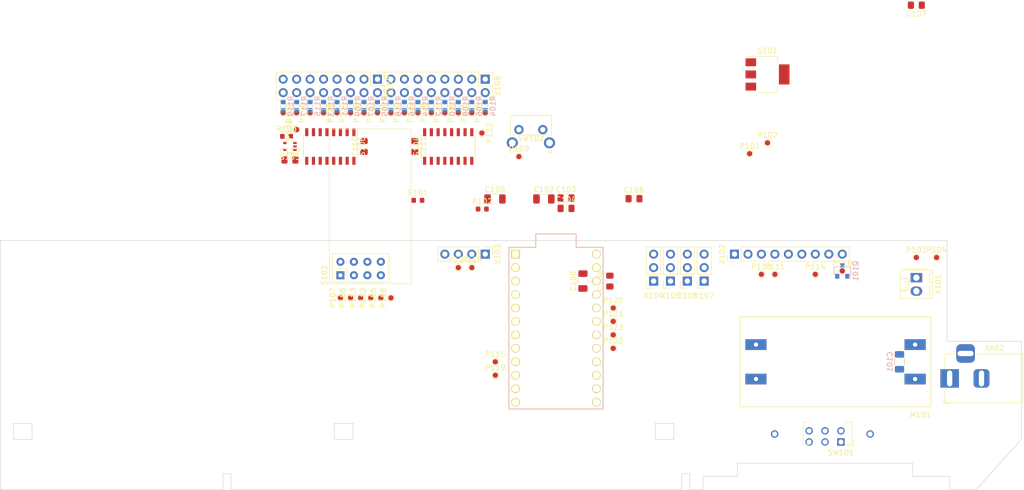
<source format=kicad_pcb>
(kicad_pcb (version 20171130) (host pcbnew "(5.0.0)")

  (general
    (thickness 1.6)
    (drawings 35)
    (tracks 0)
    (zones 0)
    (modules 92)
    (nets 51)
  )

  (page A4)
  (title_block
    (date "jeu. 02 avril 2015")
  )

  (layers
    (0 F.Cu signal)
    (31 B.Cu signal)
    (32 B.Adhes user)
    (33 F.Adhes user)
    (34 B.Paste user)
    (35 F.Paste user)
    (36 B.SilkS user hide)
    (37 F.SilkS user hide)
    (38 B.Mask user)
    (39 F.Mask user)
    (40 Dwgs.User user)
    (41 Cmts.User user)
    (42 Eco1.User user)
    (43 Eco2.User user)
    (44 Edge.Cuts user)
    (45 Margin user)
    (46 B.CrtYd user hide)
    (47 F.CrtYd user hide)
    (48 B.Fab user hide)
    (49 F.Fab user hide)
  )

  (setup
    (last_trace_width 0.25)
    (trace_clearance 0.2)
    (zone_clearance 0.508)
    (zone_45_only no)
    (trace_min 0.2)
    (segment_width 0.15)
    (edge_width 0.1)
    (via_size 0.6)
    (via_drill 0.4)
    (via_min_size 0.4)
    (via_min_drill 0.3)
    (uvia_size 0.3)
    (uvia_drill 0.1)
    (uvias_allowed no)
    (uvia_min_size 0.2)
    (uvia_min_drill 0.1)
    (pcb_text_width 0.3)
    (pcb_text_size 1.5 1.5)
    (mod_edge_width 0.15)
    (mod_text_size 1 1)
    (mod_text_width 0.15)
    (pad_size 1.5 1.5)
    (pad_drill 0.6)
    (pad_to_mask_clearance 0)
    (solder_mask_min_width 0.25)
    (aux_axis_origin 37.16 160.617)
    (grid_origin 37.16 160.617)
    (visible_elements 7FFFEFFF)
    (pcbplotparams
      (layerselection 0x00030_80000001)
      (usegerberextensions false)
      (usegerberattributes false)
      (usegerberadvancedattributes false)
      (creategerberjobfile false)
      (excludeedgelayer true)
      (linewidth 0.100000)
      (plotframeref false)
      (viasonmask false)
      (mode 1)
      (useauxorigin false)
      (hpglpennumber 1)
      (hpglpenspeed 20)
      (hpglpendiameter 15.000000)
      (psnegative false)
      (psa4output false)
      (plotreference true)
      (plotvalue true)
      (plotinvisibletext false)
      (padsonsilk false)
      (subtractmaskfromsilk false)
      (outputformat 1)
      (mirror false)
      (drillshape 1)
      (scaleselection 1)
      (outputdirectory ""))
  )

  (net 0 "")
  (net 1 +5V)
  (net 2 GND)
  (net 3 +3V3)
  (net 4 /~RST)
  (net 5 /GIMBAL_RIGHT_V)
  (net 6 /GIMBAL_RIGHT_H)
  (net 7 /GIMBAL_LEFT_V)
  (net 8 /GIMBAL_LEFT_H)
  (net 9 "Net-(Q101-Pad3)")
  (net 10 /TX)
  (net 11 /RX)
  (net 12 +5C)
  (net 13 "Net-(P136-Pad1)")
  (net 14 +BATT)
  (net 15 "Net-(SW101-Pad3)")
  (net 16 /MISO)
  (net 17 /NRF24_CE)
  (net 18 /~NRF24_CS)
  (net 19 /SCK)
  (net 20 /MOSI)
  (net 21 /IRQ)
  (net 22 /~PE_CS)
  (net 23 /LCD_BL)
  (net 24 /PE_LATCH)
  (net 25 /~LCD_RST)
  (net 26 /LCD_DC)
  (net 27 /~LCD_CS)
  (net 28 /VBAT_ADC)
  (net 29 "Net-(S103-Pad24)")
  (net 30 "Net-(S106-Pad7)")
  (net 31 "Net-(S104-Pad10)")
  (net 32 "Net-(S104-Pad7)")
  (net 33 "Net-(P103-Pad1)")
  (net 34 /SW10)
  (net 35 /SW13)
  (net 36 /SW1)
  (net 37 /SW2)
  (net 38 /SW3)
  (net 39 /S104_SOUT)
  (net 40 /SW4)
  (net 41 /SW5)
  (net 42 /SW6)
  (net 43 /SW7)
  (net 44 /SW8)
  (net 45 /SW9)
  (net 46 /SW11)
  (net 47 /SW12)
  (net 48 /SW16)
  (net 49 /SW15)
  (net 50 /SW14)

  (net_class Default "This is the default net class."
    (clearance 0.2)
    (trace_width 0.25)
    (via_dia 0.6)
    (via_drill 0.4)
    (uvia_dia 0.3)
    (uvia_drill 0.1)
    (add_net +3V3)
    (add_net +5C)
    (add_net +5V)
    (add_net +BATT)
    (add_net /GIMBAL_LEFT_H)
    (add_net /GIMBAL_LEFT_V)
    (add_net /GIMBAL_RIGHT_H)
    (add_net /GIMBAL_RIGHT_V)
    (add_net /IRQ)
    (add_net /LCD_BL)
    (add_net /LCD_DC)
    (add_net /MISO)
    (add_net /MOSI)
    (add_net /NRF24_CE)
    (add_net /PE_LATCH)
    (add_net /RX)
    (add_net /S104_SOUT)
    (add_net /SCK)
    (add_net /SW1)
    (add_net /SW10)
    (add_net /SW11)
    (add_net /SW12)
    (add_net /SW13)
    (add_net /SW14)
    (add_net /SW15)
    (add_net /SW16)
    (add_net /SW2)
    (add_net /SW3)
    (add_net /SW4)
    (add_net /SW5)
    (add_net /SW6)
    (add_net /SW7)
    (add_net /SW8)
    (add_net /SW9)
    (add_net /TX)
    (add_net /VBAT_ADC)
    (add_net /~LCD_CS)
    (add_net /~LCD_RST)
    (add_net /~NRF24_CS)
    (add_net /~PE_CS)
    (add_net /~RST)
    (add_net GND)
    (add_net "Net-(P103-Pad1)")
    (add_net "Net-(P136-Pad1)")
    (add_net "Net-(Q101-Pad3)")
    (add_net "Net-(S103-Pad24)")
    (add_net "Net-(S104-Pad10)")
    (add_net "Net-(S104-Pad7)")
    (add_net "Net-(S106-Pad7)")
    (add_net "Net-(SW101-Pad3)")
  )

  (module Connector_PinHeader_2.54mm:PinHeader_2x08_P2.54mm_Vertical (layer F.Cu) (tedit 59FED5CC) (tstamp 5CF9FE7F)
    (at 108.28 83.147 270)
    (descr "Through hole straight pin header, 2x08, 2.54mm pitch, double rows")
    (tags "Through hole pin header THT 2x08 2.54mm double row")
    (path /5D4B3A62)
    (fp_text reference X109 (at 1.27 -2.33 270) (layer F.SilkS)
      (effects (font (size 1 1) (thickness 0.15)))
    )
    (fp_text value switches_2 (at 1.27 20.11 270) (layer F.Fab)
      (effects (font (size 1 1) (thickness 0.15)))
    )
    (fp_text user %R (at 1.27 8.89) (layer F.Fab)
      (effects (font (size 1 1) (thickness 0.15)))
    )
    (fp_line (start 4.35 -1.8) (end -1.8 -1.8) (layer F.CrtYd) (width 0.05))
    (fp_line (start 4.35 19.55) (end 4.35 -1.8) (layer F.CrtYd) (width 0.05))
    (fp_line (start -1.8 19.55) (end 4.35 19.55) (layer F.CrtYd) (width 0.05))
    (fp_line (start -1.8 -1.8) (end -1.8 19.55) (layer F.CrtYd) (width 0.05))
    (fp_line (start -1.33 -1.33) (end 0 -1.33) (layer F.SilkS) (width 0.12))
    (fp_line (start -1.33 0) (end -1.33 -1.33) (layer F.SilkS) (width 0.12))
    (fp_line (start 1.27 -1.33) (end 3.87 -1.33) (layer F.SilkS) (width 0.12))
    (fp_line (start 1.27 1.27) (end 1.27 -1.33) (layer F.SilkS) (width 0.12))
    (fp_line (start -1.33 1.27) (end 1.27 1.27) (layer F.SilkS) (width 0.12))
    (fp_line (start 3.87 -1.33) (end 3.87 19.11) (layer F.SilkS) (width 0.12))
    (fp_line (start -1.33 1.27) (end -1.33 19.11) (layer F.SilkS) (width 0.12))
    (fp_line (start -1.33 19.11) (end 3.87 19.11) (layer F.SilkS) (width 0.12))
    (fp_line (start -1.27 0) (end 0 -1.27) (layer F.Fab) (width 0.1))
    (fp_line (start -1.27 19.05) (end -1.27 0) (layer F.Fab) (width 0.1))
    (fp_line (start 3.81 19.05) (end -1.27 19.05) (layer F.Fab) (width 0.1))
    (fp_line (start 3.81 -1.27) (end 3.81 19.05) (layer F.Fab) (width 0.1))
    (fp_line (start 0 -1.27) (end 3.81 -1.27) (layer F.Fab) (width 0.1))
    (pad 16 thru_hole oval (at 2.54 17.78 270) (size 1.7 1.7) (drill 1) (layers *.Cu *.Mask)
      (net 48 /SW16))
    (pad 15 thru_hole oval (at 0 17.78 270) (size 1.7 1.7) (drill 1) (layers *.Cu *.Mask)
      (net 2 GND))
    (pad 14 thru_hole oval (at 2.54 15.24 270) (size 1.7 1.7) (drill 1) (layers *.Cu *.Mask)
      (net 49 /SW15))
    (pad 13 thru_hole oval (at 0 15.24 270) (size 1.7 1.7) (drill 1) (layers *.Cu *.Mask)
      (net 2 GND))
    (pad 12 thru_hole oval (at 2.54 12.7 270) (size 1.7 1.7) (drill 1) (layers *.Cu *.Mask)
      (net 50 /SW14))
    (pad 11 thru_hole oval (at 0 12.7 270) (size 1.7 1.7) (drill 1) (layers *.Cu *.Mask)
      (net 2 GND))
    (pad 10 thru_hole oval (at 2.54 10.16 270) (size 1.7 1.7) (drill 1) (layers *.Cu *.Mask)
      (net 35 /SW13))
    (pad 9 thru_hole oval (at 0 10.16 270) (size 1.7 1.7) (drill 1) (layers *.Cu *.Mask)
      (net 2 GND))
    (pad 8 thru_hole oval (at 2.54 7.62 270) (size 1.7 1.7) (drill 1) (layers *.Cu *.Mask)
      (net 47 /SW12))
    (pad 7 thru_hole oval (at 0 7.62 270) (size 1.7 1.7) (drill 1) (layers *.Cu *.Mask)
      (net 2 GND))
    (pad 6 thru_hole oval (at 2.54 5.08 270) (size 1.7 1.7) (drill 1) (layers *.Cu *.Mask)
      (net 46 /SW11))
    (pad 5 thru_hole oval (at 0 5.08 270) (size 1.7 1.7) (drill 1) (layers *.Cu *.Mask)
      (net 2 GND))
    (pad 4 thru_hole oval (at 2.54 2.54 270) (size 1.7 1.7) (drill 1) (layers *.Cu *.Mask)
      (net 34 /SW10))
    (pad 3 thru_hole oval (at 0 2.54 270) (size 1.7 1.7) (drill 1) (layers *.Cu *.Mask)
      (net 2 GND))
    (pad 2 thru_hole oval (at 2.54 0 270) (size 1.7 1.7) (drill 1) (layers *.Cu *.Mask)
      (net 45 /SW9))
    (pad 1 thru_hole rect (at 0 0 270) (size 1.7 1.7) (drill 1) (layers *.Cu *.Mask)
      (net 2 GND))
    (model ${KISYS3DMOD}/Connector_PinHeader_2.54mm.3dshapes/PinHeader_2x08_P2.54mm_Vertical.wrl
      (at (xyz 0 0 0))
      (scale (xyz 1 1 1))
      (rotate (xyz 0 0 0))
    )
  )

  (module Connector_PinHeader_2.54mm:PinHeader_2x08_P2.54mm_Vertical (layer F.Cu) (tedit 59FED5CC) (tstamp 5CF9FE5A)
    (at 128.6 83.147 270)
    (descr "Through hole straight pin header, 2x08, 2.54mm pitch, double rows")
    (tags "Through hole pin header THT 2x08 2.54mm double row")
    (path /5D074F31)
    (fp_text reference X108 (at 1.27 -2.33 270) (layer F.SilkS)
      (effects (font (size 1 1) (thickness 0.15)))
    )
    (fp_text value switches_1 (at 1.27 20.11 270) (layer F.Fab)
      (effects (font (size 1 1) (thickness 0.15)))
    )
    (fp_line (start 0 -1.27) (end 3.81 -1.27) (layer F.Fab) (width 0.1))
    (fp_line (start 3.81 -1.27) (end 3.81 19.05) (layer F.Fab) (width 0.1))
    (fp_line (start 3.81 19.05) (end -1.27 19.05) (layer F.Fab) (width 0.1))
    (fp_line (start -1.27 19.05) (end -1.27 0) (layer F.Fab) (width 0.1))
    (fp_line (start -1.27 0) (end 0 -1.27) (layer F.Fab) (width 0.1))
    (fp_line (start -1.33 19.11) (end 3.87 19.11) (layer F.SilkS) (width 0.12))
    (fp_line (start -1.33 1.27) (end -1.33 19.11) (layer F.SilkS) (width 0.12))
    (fp_line (start 3.87 -1.33) (end 3.87 19.11) (layer F.SilkS) (width 0.12))
    (fp_line (start -1.33 1.27) (end 1.27 1.27) (layer F.SilkS) (width 0.12))
    (fp_line (start 1.27 1.27) (end 1.27 -1.33) (layer F.SilkS) (width 0.12))
    (fp_line (start 1.27 -1.33) (end 3.87 -1.33) (layer F.SilkS) (width 0.12))
    (fp_line (start -1.33 0) (end -1.33 -1.33) (layer F.SilkS) (width 0.12))
    (fp_line (start -1.33 -1.33) (end 0 -1.33) (layer F.SilkS) (width 0.12))
    (fp_line (start -1.8 -1.8) (end -1.8 19.55) (layer F.CrtYd) (width 0.05))
    (fp_line (start -1.8 19.55) (end 4.35 19.55) (layer F.CrtYd) (width 0.05))
    (fp_line (start 4.35 19.55) (end 4.35 -1.8) (layer F.CrtYd) (width 0.05))
    (fp_line (start 4.35 -1.8) (end -1.8 -1.8) (layer F.CrtYd) (width 0.05))
    (fp_text user %R (at 1.27 8.89) (layer F.Fab)
      (effects (font (size 1 1) (thickness 0.15)))
    )
    (pad 1 thru_hole rect (at 0 0 270) (size 1.7 1.7) (drill 1) (layers *.Cu *.Mask)
      (net 2 GND))
    (pad 2 thru_hole oval (at 2.54 0 270) (size 1.7 1.7) (drill 1) (layers *.Cu *.Mask)
      (net 36 /SW1))
    (pad 3 thru_hole oval (at 0 2.54 270) (size 1.7 1.7) (drill 1) (layers *.Cu *.Mask)
      (net 2 GND))
    (pad 4 thru_hole oval (at 2.54 2.54 270) (size 1.7 1.7) (drill 1) (layers *.Cu *.Mask)
      (net 37 /SW2))
    (pad 5 thru_hole oval (at 0 5.08 270) (size 1.7 1.7) (drill 1) (layers *.Cu *.Mask)
      (net 2 GND))
    (pad 6 thru_hole oval (at 2.54 5.08 270) (size 1.7 1.7) (drill 1) (layers *.Cu *.Mask)
      (net 38 /SW3))
    (pad 7 thru_hole oval (at 0 7.62 270) (size 1.7 1.7) (drill 1) (layers *.Cu *.Mask)
      (net 2 GND))
    (pad 8 thru_hole oval (at 2.54 7.62 270) (size 1.7 1.7) (drill 1) (layers *.Cu *.Mask)
      (net 40 /SW4))
    (pad 9 thru_hole oval (at 0 10.16 270) (size 1.7 1.7) (drill 1) (layers *.Cu *.Mask)
      (net 2 GND))
    (pad 10 thru_hole oval (at 2.54 10.16 270) (size 1.7 1.7) (drill 1) (layers *.Cu *.Mask)
      (net 41 /SW5))
    (pad 11 thru_hole oval (at 0 12.7 270) (size 1.7 1.7) (drill 1) (layers *.Cu *.Mask)
      (net 2 GND))
    (pad 12 thru_hole oval (at 2.54 12.7 270) (size 1.7 1.7) (drill 1) (layers *.Cu *.Mask)
      (net 42 /SW6))
    (pad 13 thru_hole oval (at 0 15.24 270) (size 1.7 1.7) (drill 1) (layers *.Cu *.Mask)
      (net 2 GND))
    (pad 14 thru_hole oval (at 2.54 15.24 270) (size 1.7 1.7) (drill 1) (layers *.Cu *.Mask)
      (net 43 /SW7))
    (pad 15 thru_hole oval (at 0 17.78 270) (size 1.7 1.7) (drill 1) (layers *.Cu *.Mask)
      (net 2 GND))
    (pad 16 thru_hole oval (at 2.54 17.78 270) (size 1.7 1.7) (drill 1) (layers *.Cu *.Mask)
      (net 44 /SW8))
    (model ${KISYS3DMOD}/Connector_PinHeader_2.54mm.3dshapes/PinHeader_2x08_P2.54mm_Vertical.wrl
      (at (xyz 0 0 0))
      (scale (xyz 1 1 1))
      (rotate (xyz 0 0 0))
    )
  )

  (module Resistor_SMD:R_0603_1608Metric (layer B.Cu) (tedit 5B301BBD) (tstamp 5CF9FC4D)
    (at 110.82 88.227 90)
    (descr "Resistor SMD 0603 (1608 Metric), square (rectangular) end terminal, IPC_7351 nominal, (Body size source: http://www.tortai-tech.com/upload/download/2011102023233369053.pdf), generated with kicad-footprint-generator")
    (tags resistor)
    (path /5D00DFEF)
    (attr smd)
    (fp_text reference R118 (at 0 1.43 90) (layer B.SilkS)
      (effects (font (size 1 1) (thickness 0.15)) (justify mirror))
    )
    (fp_text value 1k (at 0 -1.43 90) (layer B.Fab)
      (effects (font (size 1 1) (thickness 0.15)) (justify mirror))
    )
    (fp_text user %R (at 0 0 90) (layer B.Fab)
      (effects (font (size 0.4 0.4) (thickness 0.06)) (justify mirror))
    )
    (fp_line (start 1.48 -0.73) (end -1.48 -0.73) (layer B.CrtYd) (width 0.05))
    (fp_line (start 1.48 0.73) (end 1.48 -0.73) (layer B.CrtYd) (width 0.05))
    (fp_line (start -1.48 0.73) (end 1.48 0.73) (layer B.CrtYd) (width 0.05))
    (fp_line (start -1.48 -0.73) (end -1.48 0.73) (layer B.CrtYd) (width 0.05))
    (fp_line (start -0.162779 -0.51) (end 0.162779 -0.51) (layer B.SilkS) (width 0.12))
    (fp_line (start -0.162779 0.51) (end 0.162779 0.51) (layer B.SilkS) (width 0.12))
    (fp_line (start 0.8 -0.4) (end -0.8 -0.4) (layer B.Fab) (width 0.1))
    (fp_line (start 0.8 0.4) (end 0.8 -0.4) (layer B.Fab) (width 0.1))
    (fp_line (start -0.8 0.4) (end 0.8 0.4) (layer B.Fab) (width 0.1))
    (fp_line (start -0.8 -0.4) (end -0.8 0.4) (layer B.Fab) (width 0.1))
    (pad 2 smd roundrect (at 0.7875 0 90) (size 0.875 0.95) (layers B.Cu B.Paste B.Mask) (roundrect_rratio 0.25)
      (net 44 /SW8))
    (pad 1 smd roundrect (at -0.7875 0 90) (size 0.875 0.95) (layers B.Cu B.Paste B.Mask) (roundrect_rratio 0.25)
      (net 1 +5V))
    (model ${KISYS3DMOD}/Resistor_SMD.3dshapes/R_0603_1608Metric.wrl
      (at (xyz 0 0 0))
      (scale (xyz 1 1 1))
      (rotate (xyz 0 0 0))
    )
  )

  (module Resistor_SMD:R_0603_1608Metric (layer B.Cu) (tedit 5B301BBD) (tstamp 5CF9FC3C)
    (at 93.04 88.227 90)
    (descr "Resistor SMD 0603 (1608 Metric), square (rectangular) end terminal, IPC_7351 nominal, (Body size source: http://www.tortai-tech.com/upload/download/2011102023233369053.pdf), generated with kicad-footprint-generator")
    (tags resistor)
    (path /5CFB10BD)
    (attr smd)
    (fp_text reference R117 (at 0 1.43 90) (layer B.SilkS)
      (effects (font (size 1 1) (thickness 0.15)) (justify mirror))
    )
    (fp_text value 1k (at 0 -1.43 90) (layer B.Fab)
      (effects (font (size 1 1) (thickness 0.15)) (justify mirror))
    )
    (fp_line (start -0.8 -0.4) (end -0.8 0.4) (layer B.Fab) (width 0.1))
    (fp_line (start -0.8 0.4) (end 0.8 0.4) (layer B.Fab) (width 0.1))
    (fp_line (start 0.8 0.4) (end 0.8 -0.4) (layer B.Fab) (width 0.1))
    (fp_line (start 0.8 -0.4) (end -0.8 -0.4) (layer B.Fab) (width 0.1))
    (fp_line (start -0.162779 0.51) (end 0.162779 0.51) (layer B.SilkS) (width 0.12))
    (fp_line (start -0.162779 -0.51) (end 0.162779 -0.51) (layer B.SilkS) (width 0.12))
    (fp_line (start -1.48 -0.73) (end -1.48 0.73) (layer B.CrtYd) (width 0.05))
    (fp_line (start -1.48 0.73) (end 1.48 0.73) (layer B.CrtYd) (width 0.05))
    (fp_line (start 1.48 0.73) (end 1.48 -0.73) (layer B.CrtYd) (width 0.05))
    (fp_line (start 1.48 -0.73) (end -1.48 -0.73) (layer B.CrtYd) (width 0.05))
    (fp_text user %R (at 0 0 90) (layer B.Fab)
      (effects (font (size 0.4 0.4) (thickness 0.06)) (justify mirror))
    )
    (pad 1 smd roundrect (at -0.7875 0 90) (size 0.875 0.95) (layers B.Cu B.Paste B.Mask) (roundrect_rratio 0.25)
      (net 1 +5V))
    (pad 2 smd roundrect (at 0.7875 0 90) (size 0.875 0.95) (layers B.Cu B.Paste B.Mask) (roundrect_rratio 0.25)
      (net 49 /SW15))
    (model ${KISYS3DMOD}/Resistor_SMD.3dshapes/R_0603_1608Metric.wrl
      (at (xyz 0 0 0))
      (scale (xyz 1 1 1))
      (rotate (xyz 0 0 0))
    )
  )

  (module Resistor_SMD:R_0603_1608Metric (layer B.Cu) (tedit 5B301BBD) (tstamp 5CF9FC2B)
    (at 113.36 88.227 90)
    (descr "Resistor SMD 0603 (1608 Metric), square (rectangular) end terminal, IPC_7351 nominal, (Body size source: http://www.tortai-tech.com/upload/download/2011102023233369053.pdf), generated with kicad-footprint-generator")
    (tags resistor)
    (path /5D00DFF6)
    (attr smd)
    (fp_text reference R116 (at 0 1.43 90) (layer B.SilkS)
      (effects (font (size 1 1) (thickness 0.15)) (justify mirror))
    )
    (fp_text value 1k (at 0 -1.43 90) (layer B.Fab)
      (effects (font (size 1 1) (thickness 0.15)) (justify mirror))
    )
    (fp_text user %R (at 0 0 90) (layer B.Fab)
      (effects (font (size 0.4 0.4) (thickness 0.06)) (justify mirror))
    )
    (fp_line (start 1.48 -0.73) (end -1.48 -0.73) (layer B.CrtYd) (width 0.05))
    (fp_line (start 1.48 0.73) (end 1.48 -0.73) (layer B.CrtYd) (width 0.05))
    (fp_line (start -1.48 0.73) (end 1.48 0.73) (layer B.CrtYd) (width 0.05))
    (fp_line (start -1.48 -0.73) (end -1.48 0.73) (layer B.CrtYd) (width 0.05))
    (fp_line (start -0.162779 -0.51) (end 0.162779 -0.51) (layer B.SilkS) (width 0.12))
    (fp_line (start -0.162779 0.51) (end 0.162779 0.51) (layer B.SilkS) (width 0.12))
    (fp_line (start 0.8 -0.4) (end -0.8 -0.4) (layer B.Fab) (width 0.1))
    (fp_line (start 0.8 0.4) (end 0.8 -0.4) (layer B.Fab) (width 0.1))
    (fp_line (start -0.8 0.4) (end 0.8 0.4) (layer B.Fab) (width 0.1))
    (fp_line (start -0.8 -0.4) (end -0.8 0.4) (layer B.Fab) (width 0.1))
    (pad 2 smd roundrect (at 0.7875 0 90) (size 0.875 0.95) (layers B.Cu B.Paste B.Mask) (roundrect_rratio 0.25)
      (net 43 /SW7))
    (pad 1 smd roundrect (at -0.7875 0 90) (size 0.875 0.95) (layers B.Cu B.Paste B.Mask) (roundrect_rratio 0.25)
      (net 1 +5V))
    (model ${KISYS3DMOD}/Resistor_SMD.3dshapes/R_0603_1608Metric.wrl
      (at (xyz 0 0 0))
      (scale (xyz 1 1 1))
      (rotate (xyz 0 0 0))
    )
  )

  (module Resistor_SMD:R_0603_1608Metric (layer B.Cu) (tedit 5B301BBD) (tstamp 5CF9FC1A)
    (at 95.58 88.227 90)
    (descr "Resistor SMD 0603 (1608 Metric), square (rectangular) end terminal, IPC_7351 nominal, (Body size source: http://www.tortai-tech.com/upload/download/2011102023233369053.pdf), generated with kicad-footprint-generator")
    (tags resistor)
    (path /5CFB12A2)
    (attr smd)
    (fp_text reference R115 (at 0 1.43 90) (layer B.SilkS)
      (effects (font (size 1 1) (thickness 0.15)) (justify mirror))
    )
    (fp_text value 1k (at 0 -1.43 90) (layer B.Fab)
      (effects (font (size 1 1) (thickness 0.15)) (justify mirror))
    )
    (fp_line (start -0.8 -0.4) (end -0.8 0.4) (layer B.Fab) (width 0.1))
    (fp_line (start -0.8 0.4) (end 0.8 0.4) (layer B.Fab) (width 0.1))
    (fp_line (start 0.8 0.4) (end 0.8 -0.4) (layer B.Fab) (width 0.1))
    (fp_line (start 0.8 -0.4) (end -0.8 -0.4) (layer B.Fab) (width 0.1))
    (fp_line (start -0.162779 0.51) (end 0.162779 0.51) (layer B.SilkS) (width 0.12))
    (fp_line (start -0.162779 -0.51) (end 0.162779 -0.51) (layer B.SilkS) (width 0.12))
    (fp_line (start -1.48 -0.73) (end -1.48 0.73) (layer B.CrtYd) (width 0.05))
    (fp_line (start -1.48 0.73) (end 1.48 0.73) (layer B.CrtYd) (width 0.05))
    (fp_line (start 1.48 0.73) (end 1.48 -0.73) (layer B.CrtYd) (width 0.05))
    (fp_line (start 1.48 -0.73) (end -1.48 -0.73) (layer B.CrtYd) (width 0.05))
    (fp_text user %R (at 0 0 90) (layer B.Fab)
      (effects (font (size 0.4 0.4) (thickness 0.06)) (justify mirror))
    )
    (pad 1 smd roundrect (at -0.7875 0 90) (size 0.875 0.95) (layers B.Cu B.Paste B.Mask) (roundrect_rratio 0.25)
      (net 1 +5V))
    (pad 2 smd roundrect (at 0.7875 0 90) (size 0.875 0.95) (layers B.Cu B.Paste B.Mask) (roundrect_rratio 0.25)
      (net 50 /SW14))
    (model ${KISYS3DMOD}/Resistor_SMD.3dshapes/R_0603_1608Metric.wrl
      (at (xyz 0 0 0))
      (scale (xyz 1 1 1))
      (rotate (xyz 0 0 0))
    )
  )

  (module Resistor_SMD:R_0603_1608Metric (layer B.Cu) (tedit 5B301BBD) (tstamp 5CF9FC09)
    (at 115.9 88.227 90)
    (descr "Resistor SMD 0603 (1608 Metric), square (rectangular) end terminal, IPC_7351 nominal, (Body size source: http://www.tortai-tech.com/upload/download/2011102023233369053.pdf), generated with kicad-footprint-generator")
    (tags resistor)
    (path /5D00DFFC)
    (attr smd)
    (fp_text reference R114 (at 0 1.43 90) (layer B.SilkS)
      (effects (font (size 1 1) (thickness 0.15)) (justify mirror))
    )
    (fp_text value 1k (at 0 -1.43 90) (layer B.Fab)
      (effects (font (size 1 1) (thickness 0.15)) (justify mirror))
    )
    (fp_text user %R (at 0 0 90) (layer B.Fab)
      (effects (font (size 0.4 0.4) (thickness 0.06)) (justify mirror))
    )
    (fp_line (start 1.48 -0.73) (end -1.48 -0.73) (layer B.CrtYd) (width 0.05))
    (fp_line (start 1.48 0.73) (end 1.48 -0.73) (layer B.CrtYd) (width 0.05))
    (fp_line (start -1.48 0.73) (end 1.48 0.73) (layer B.CrtYd) (width 0.05))
    (fp_line (start -1.48 -0.73) (end -1.48 0.73) (layer B.CrtYd) (width 0.05))
    (fp_line (start -0.162779 -0.51) (end 0.162779 -0.51) (layer B.SilkS) (width 0.12))
    (fp_line (start -0.162779 0.51) (end 0.162779 0.51) (layer B.SilkS) (width 0.12))
    (fp_line (start 0.8 -0.4) (end -0.8 -0.4) (layer B.Fab) (width 0.1))
    (fp_line (start 0.8 0.4) (end 0.8 -0.4) (layer B.Fab) (width 0.1))
    (fp_line (start -0.8 0.4) (end 0.8 0.4) (layer B.Fab) (width 0.1))
    (fp_line (start -0.8 -0.4) (end -0.8 0.4) (layer B.Fab) (width 0.1))
    (pad 2 smd roundrect (at 0.7875 0 90) (size 0.875 0.95) (layers B.Cu B.Paste B.Mask) (roundrect_rratio 0.25)
      (net 42 /SW6))
    (pad 1 smd roundrect (at -0.7875 0 90) (size 0.875 0.95) (layers B.Cu B.Paste B.Mask) (roundrect_rratio 0.25)
      (net 1 +5V))
    (model ${KISYS3DMOD}/Resistor_SMD.3dshapes/R_0603_1608Metric.wrl
      (at (xyz 0 0 0))
      (scale (xyz 1 1 1))
      (rotate (xyz 0 0 0))
    )
  )

  (module Resistor_SMD:R_0603_1608Metric (layer B.Cu) (tedit 5B301BBD) (tstamp 5CF9FBF8)
    (at 98.12 88.227 90)
    (descr "Resistor SMD 0603 (1608 Metric), square (rectangular) end terminal, IPC_7351 nominal, (Body size source: http://www.tortai-tech.com/upload/download/2011102023233369053.pdf), generated with kicad-footprint-generator")
    (tags resistor)
    (path /5CFB1361)
    (attr smd)
    (fp_text reference R113 (at 0 1.43 90) (layer B.SilkS)
      (effects (font (size 1 1) (thickness 0.15)) (justify mirror))
    )
    (fp_text value 1k (at 0 -1.43 90) (layer B.Fab)
      (effects (font (size 1 1) (thickness 0.15)) (justify mirror))
    )
    (fp_line (start -0.8 -0.4) (end -0.8 0.4) (layer B.Fab) (width 0.1))
    (fp_line (start -0.8 0.4) (end 0.8 0.4) (layer B.Fab) (width 0.1))
    (fp_line (start 0.8 0.4) (end 0.8 -0.4) (layer B.Fab) (width 0.1))
    (fp_line (start 0.8 -0.4) (end -0.8 -0.4) (layer B.Fab) (width 0.1))
    (fp_line (start -0.162779 0.51) (end 0.162779 0.51) (layer B.SilkS) (width 0.12))
    (fp_line (start -0.162779 -0.51) (end 0.162779 -0.51) (layer B.SilkS) (width 0.12))
    (fp_line (start -1.48 -0.73) (end -1.48 0.73) (layer B.CrtYd) (width 0.05))
    (fp_line (start -1.48 0.73) (end 1.48 0.73) (layer B.CrtYd) (width 0.05))
    (fp_line (start 1.48 0.73) (end 1.48 -0.73) (layer B.CrtYd) (width 0.05))
    (fp_line (start 1.48 -0.73) (end -1.48 -0.73) (layer B.CrtYd) (width 0.05))
    (fp_text user %R (at 0 0 90) (layer B.Fab)
      (effects (font (size 0.4 0.4) (thickness 0.06)) (justify mirror))
    )
    (pad 1 smd roundrect (at -0.7875 0 90) (size 0.875 0.95) (layers B.Cu B.Paste B.Mask) (roundrect_rratio 0.25)
      (net 1 +5V))
    (pad 2 smd roundrect (at 0.7875 0 90) (size 0.875 0.95) (layers B.Cu B.Paste B.Mask) (roundrect_rratio 0.25)
      (net 35 /SW13))
    (model ${KISYS3DMOD}/Resistor_SMD.3dshapes/R_0603_1608Metric.wrl
      (at (xyz 0 0 0))
      (scale (xyz 1 1 1))
      (rotate (xyz 0 0 0))
    )
  )

  (module Resistor_SMD:R_0603_1608Metric (layer B.Cu) (tedit 5B301BBD) (tstamp 5CF9FBE7)
    (at 100.66 88.227 90)
    (descr "Resistor SMD 0603 (1608 Metric), square (rectangular) end terminal, IPC_7351 nominal, (Body size source: http://www.tortai-tech.com/upload/download/2011102023233369053.pdf), generated with kicad-footprint-generator")
    (tags resistor)
    (path /5CFB1420)
    (attr smd)
    (fp_text reference R111 (at 0 1.43 90) (layer B.SilkS)
      (effects (font (size 1 1) (thickness 0.15)) (justify mirror))
    )
    (fp_text value 1k (at 0 -1.43 90) (layer B.Fab)
      (effects (font (size 1 1) (thickness 0.15)) (justify mirror))
    )
    (fp_text user %R (at 0 0 90) (layer B.Fab)
      (effects (font (size 0.4 0.4) (thickness 0.06)) (justify mirror))
    )
    (fp_line (start 1.48 -0.73) (end -1.48 -0.73) (layer B.CrtYd) (width 0.05))
    (fp_line (start 1.48 0.73) (end 1.48 -0.73) (layer B.CrtYd) (width 0.05))
    (fp_line (start -1.48 0.73) (end 1.48 0.73) (layer B.CrtYd) (width 0.05))
    (fp_line (start -1.48 -0.73) (end -1.48 0.73) (layer B.CrtYd) (width 0.05))
    (fp_line (start -0.162779 -0.51) (end 0.162779 -0.51) (layer B.SilkS) (width 0.12))
    (fp_line (start -0.162779 0.51) (end 0.162779 0.51) (layer B.SilkS) (width 0.12))
    (fp_line (start 0.8 -0.4) (end -0.8 -0.4) (layer B.Fab) (width 0.1))
    (fp_line (start 0.8 0.4) (end 0.8 -0.4) (layer B.Fab) (width 0.1))
    (fp_line (start -0.8 0.4) (end 0.8 0.4) (layer B.Fab) (width 0.1))
    (fp_line (start -0.8 -0.4) (end -0.8 0.4) (layer B.Fab) (width 0.1))
    (pad 2 smd roundrect (at 0.7875 0 90) (size 0.875 0.95) (layers B.Cu B.Paste B.Mask) (roundrect_rratio 0.25)
      (net 47 /SW12))
    (pad 1 smd roundrect (at -0.7875 0 90) (size 0.875 0.95) (layers B.Cu B.Paste B.Mask) (roundrect_rratio 0.25)
      (net 1 +5V))
    (model ${KISYS3DMOD}/Resistor_SMD.3dshapes/R_0603_1608Metric.wrl
      (at (xyz 0 0 0))
      (scale (xyz 1 1 1))
      (rotate (xyz 0 0 0))
    )
  )

  (module Resistor_SMD:R_0603_1608Metric (layer B.Cu) (tedit 5B301BBD) (tstamp 5CF9FBB6)
    (at 90.5 88.227 90)
    (descr "Resistor SMD 0603 (1608 Metric), square (rectangular) end terminal, IPC_7351 nominal, (Body size source: http://www.tortai-tech.com/upload/download/2011102023233369053.pdf), generated with kicad-footprint-generator")
    (tags resistor)
    (path /5CFB03E4)
    (attr smd)
    (fp_text reference R119 (at 0 1.43 90) (layer B.SilkS)
      (effects (font (size 1 1) (thickness 0.15)) (justify mirror))
    )
    (fp_text value 1k (at 0 -1.43 90) (layer B.Fab)
      (effects (font (size 1 1) (thickness 0.15)) (justify mirror))
    )
    (fp_line (start -0.8 -0.4) (end -0.8 0.4) (layer B.Fab) (width 0.1))
    (fp_line (start -0.8 0.4) (end 0.8 0.4) (layer B.Fab) (width 0.1))
    (fp_line (start 0.8 0.4) (end 0.8 -0.4) (layer B.Fab) (width 0.1))
    (fp_line (start 0.8 -0.4) (end -0.8 -0.4) (layer B.Fab) (width 0.1))
    (fp_line (start -0.162779 0.51) (end 0.162779 0.51) (layer B.SilkS) (width 0.12))
    (fp_line (start -0.162779 -0.51) (end 0.162779 -0.51) (layer B.SilkS) (width 0.12))
    (fp_line (start -1.48 -0.73) (end -1.48 0.73) (layer B.CrtYd) (width 0.05))
    (fp_line (start -1.48 0.73) (end 1.48 0.73) (layer B.CrtYd) (width 0.05))
    (fp_line (start 1.48 0.73) (end 1.48 -0.73) (layer B.CrtYd) (width 0.05))
    (fp_line (start 1.48 -0.73) (end -1.48 -0.73) (layer B.CrtYd) (width 0.05))
    (fp_text user %R (at 0 0 90) (layer B.Fab)
      (effects (font (size 0.4 0.4) (thickness 0.06)) (justify mirror))
    )
    (pad 1 smd roundrect (at -0.7875 0 90) (size 0.875 0.95) (layers B.Cu B.Paste B.Mask) (roundrect_rratio 0.25)
      (net 1 +5V))
    (pad 2 smd roundrect (at 0.7875 0 90) (size 0.875 0.95) (layers B.Cu B.Paste B.Mask) (roundrect_rratio 0.25)
      (net 48 /SW16))
    (model ${KISYS3DMOD}/Resistor_SMD.3dshapes/R_0603_1608Metric.wrl
      (at (xyz 0 0 0))
      (scale (xyz 1 1 1))
      (rotate (xyz 0 0 0))
    )
  )

  (module Resistor_SMD:R_0603_1608Metric (layer B.Cu) (tedit 5B301BBD) (tstamp 5CF9FB85)
    (at 123.52 88.227 90)
    (descr "Resistor SMD 0603 (1608 Metric), square (rectangular) end terminal, IPC_7351 nominal, (Body size source: http://www.tortai-tech.com/upload/download/2011102023233369053.pdf), generated with kicad-footprint-generator")
    (tags resistor)
    (path /5D00E00E)
    (attr smd)
    (fp_text reference R108 (at 0 1.43 90) (layer B.SilkS)
      (effects (font (size 1 1) (thickness 0.15)) (justify mirror))
    )
    (fp_text value 1k (at 0 -1.43 90) (layer B.Fab)
      (effects (font (size 1 1) (thickness 0.15)) (justify mirror))
    )
    (fp_text user %R (at 0 0 90) (layer B.Fab)
      (effects (font (size 0.4 0.4) (thickness 0.06)) (justify mirror))
    )
    (fp_line (start 1.48 -0.73) (end -1.48 -0.73) (layer B.CrtYd) (width 0.05))
    (fp_line (start 1.48 0.73) (end 1.48 -0.73) (layer B.CrtYd) (width 0.05))
    (fp_line (start -1.48 0.73) (end 1.48 0.73) (layer B.CrtYd) (width 0.05))
    (fp_line (start -1.48 -0.73) (end -1.48 0.73) (layer B.CrtYd) (width 0.05))
    (fp_line (start -0.162779 -0.51) (end 0.162779 -0.51) (layer B.SilkS) (width 0.12))
    (fp_line (start -0.162779 0.51) (end 0.162779 0.51) (layer B.SilkS) (width 0.12))
    (fp_line (start 0.8 -0.4) (end -0.8 -0.4) (layer B.Fab) (width 0.1))
    (fp_line (start 0.8 0.4) (end 0.8 -0.4) (layer B.Fab) (width 0.1))
    (fp_line (start -0.8 0.4) (end 0.8 0.4) (layer B.Fab) (width 0.1))
    (fp_line (start -0.8 -0.4) (end -0.8 0.4) (layer B.Fab) (width 0.1))
    (pad 2 smd roundrect (at 0.7875 0 90) (size 0.875 0.95) (layers B.Cu B.Paste B.Mask) (roundrect_rratio 0.25)
      (net 38 /SW3))
    (pad 1 smd roundrect (at -0.7875 0 90) (size 0.875 0.95) (layers B.Cu B.Paste B.Mask) (roundrect_rratio 0.25)
      (net 1 +5V))
    (model ${KISYS3DMOD}/Resistor_SMD.3dshapes/R_0603_1608Metric.wrl
      (at (xyz 0 0 0))
      (scale (xyz 1 1 1))
      (rotate (xyz 0 0 0))
    )
  )

  (module Resistor_SMD:R_0603_1608Metric (layer B.Cu) (tedit 5B301BBD) (tstamp 5CF9FB74)
    (at 105.74 88.227 90)
    (descr "Resistor SMD 0603 (1608 Metric), square (rectangular) end terminal, IPC_7351 nominal, (Body size source: http://www.tortai-tech.com/upload/download/2011102023233369053.pdf), generated with kicad-footprint-generator")
    (tags resistor)
    (path /5CFB159E)
    (attr smd)
    (fp_text reference R107 (at 0 1.43 90) (layer B.SilkS)
      (effects (font (size 1 1) (thickness 0.15)) (justify mirror))
    )
    (fp_text value 1k (at 0 -1.43 90) (layer B.Fab)
      (effects (font (size 1 1) (thickness 0.15)) (justify mirror))
    )
    (fp_line (start -0.8 -0.4) (end -0.8 0.4) (layer B.Fab) (width 0.1))
    (fp_line (start -0.8 0.4) (end 0.8 0.4) (layer B.Fab) (width 0.1))
    (fp_line (start 0.8 0.4) (end 0.8 -0.4) (layer B.Fab) (width 0.1))
    (fp_line (start 0.8 -0.4) (end -0.8 -0.4) (layer B.Fab) (width 0.1))
    (fp_line (start -0.162779 0.51) (end 0.162779 0.51) (layer B.SilkS) (width 0.12))
    (fp_line (start -0.162779 -0.51) (end 0.162779 -0.51) (layer B.SilkS) (width 0.12))
    (fp_line (start -1.48 -0.73) (end -1.48 0.73) (layer B.CrtYd) (width 0.05))
    (fp_line (start -1.48 0.73) (end 1.48 0.73) (layer B.CrtYd) (width 0.05))
    (fp_line (start 1.48 0.73) (end 1.48 -0.73) (layer B.CrtYd) (width 0.05))
    (fp_line (start 1.48 -0.73) (end -1.48 -0.73) (layer B.CrtYd) (width 0.05))
    (fp_text user %R (at 0 0 90) (layer B.Fab)
      (effects (font (size 0.4 0.4) (thickness 0.06)) (justify mirror))
    )
    (pad 1 smd roundrect (at -0.7875 0 90) (size 0.875 0.95) (layers B.Cu B.Paste B.Mask) (roundrect_rratio 0.25)
      (net 1 +5V))
    (pad 2 smd roundrect (at 0.7875 0 90) (size 0.875 0.95) (layers B.Cu B.Paste B.Mask) (roundrect_rratio 0.25)
      (net 34 /SW10))
    (model ${KISYS3DMOD}/Resistor_SMD.3dshapes/R_0603_1608Metric.wrl
      (at (xyz 0 0 0))
      (scale (xyz 1 1 1))
      (rotate (xyz 0 0 0))
    )
  )

  (module Resistor_SMD:R_0603_1608Metric (layer B.Cu) (tedit 5B301BBD) (tstamp 5CF9FB63)
    (at 126.06 88.227 90)
    (descr "Resistor SMD 0603 (1608 Metric), square (rectangular) end terminal, IPC_7351 nominal, (Body size source: http://www.tortai-tech.com/upload/download/2011102023233369053.pdf), generated with kicad-footprint-generator")
    (tags resistor)
    (path /5D00E014)
    (attr smd)
    (fp_text reference R106 (at 0 1.43 90) (layer B.SilkS)
      (effects (font (size 1 1) (thickness 0.15)) (justify mirror))
    )
    (fp_text value 1k (at 0 -1.43 90) (layer B.Fab)
      (effects (font (size 1 1) (thickness 0.15)) (justify mirror))
    )
    (fp_text user %R (at 0 0 90) (layer B.Fab)
      (effects (font (size 0.4 0.4) (thickness 0.06)) (justify mirror))
    )
    (fp_line (start 1.48 -0.73) (end -1.48 -0.73) (layer B.CrtYd) (width 0.05))
    (fp_line (start 1.48 0.73) (end 1.48 -0.73) (layer B.CrtYd) (width 0.05))
    (fp_line (start -1.48 0.73) (end 1.48 0.73) (layer B.CrtYd) (width 0.05))
    (fp_line (start -1.48 -0.73) (end -1.48 0.73) (layer B.CrtYd) (width 0.05))
    (fp_line (start -0.162779 -0.51) (end 0.162779 -0.51) (layer B.SilkS) (width 0.12))
    (fp_line (start -0.162779 0.51) (end 0.162779 0.51) (layer B.SilkS) (width 0.12))
    (fp_line (start 0.8 -0.4) (end -0.8 -0.4) (layer B.Fab) (width 0.1))
    (fp_line (start 0.8 0.4) (end 0.8 -0.4) (layer B.Fab) (width 0.1))
    (fp_line (start -0.8 0.4) (end 0.8 0.4) (layer B.Fab) (width 0.1))
    (fp_line (start -0.8 -0.4) (end -0.8 0.4) (layer B.Fab) (width 0.1))
    (pad 2 smd roundrect (at 0.7875 0 90) (size 0.875 0.95) (layers B.Cu B.Paste B.Mask) (roundrect_rratio 0.25)
      (net 37 /SW2))
    (pad 1 smd roundrect (at -0.7875 0 90) (size 0.875 0.95) (layers B.Cu B.Paste B.Mask) (roundrect_rratio 0.25)
      (net 1 +5V))
    (model ${KISYS3DMOD}/Resistor_SMD.3dshapes/R_0603_1608Metric.wrl
      (at (xyz 0 0 0))
      (scale (xyz 1 1 1))
      (rotate (xyz 0 0 0))
    )
  )

  (module Resistor_SMD:R_0603_1608Metric (layer B.Cu) (tedit 5B301BBD) (tstamp 5CF9FB52)
    (at 108.28 88.227 90)
    (descr "Resistor SMD 0603 (1608 Metric), square (rectangular) end terminal, IPC_7351 nominal, (Body size source: http://www.tortai-tech.com/upload/download/2011102023233369053.pdf), generated with kicad-footprint-generator")
    (tags resistor)
    (path /5CFB165D)
    (attr smd)
    (fp_text reference R105 (at 0 1.43 90) (layer B.SilkS)
      (effects (font (size 1 1) (thickness 0.15)) (justify mirror))
    )
    (fp_text value 1k (at 0 -1.43 90) (layer B.Fab)
      (effects (font (size 1 1) (thickness 0.15)) (justify mirror))
    )
    (fp_line (start -0.8 -0.4) (end -0.8 0.4) (layer B.Fab) (width 0.1))
    (fp_line (start -0.8 0.4) (end 0.8 0.4) (layer B.Fab) (width 0.1))
    (fp_line (start 0.8 0.4) (end 0.8 -0.4) (layer B.Fab) (width 0.1))
    (fp_line (start 0.8 -0.4) (end -0.8 -0.4) (layer B.Fab) (width 0.1))
    (fp_line (start -0.162779 0.51) (end 0.162779 0.51) (layer B.SilkS) (width 0.12))
    (fp_line (start -0.162779 -0.51) (end 0.162779 -0.51) (layer B.SilkS) (width 0.12))
    (fp_line (start -1.48 -0.73) (end -1.48 0.73) (layer B.CrtYd) (width 0.05))
    (fp_line (start -1.48 0.73) (end 1.48 0.73) (layer B.CrtYd) (width 0.05))
    (fp_line (start 1.48 0.73) (end 1.48 -0.73) (layer B.CrtYd) (width 0.05))
    (fp_line (start 1.48 -0.73) (end -1.48 -0.73) (layer B.CrtYd) (width 0.05))
    (fp_text user %R (at 0 0 90) (layer B.Fab)
      (effects (font (size 0.4 0.4) (thickness 0.06)) (justify mirror))
    )
    (pad 1 smd roundrect (at -0.7875 0 90) (size 0.875 0.95) (layers B.Cu B.Paste B.Mask) (roundrect_rratio 0.25)
      (net 1 +5V))
    (pad 2 smd roundrect (at 0.7875 0 90) (size 0.875 0.95) (layers B.Cu B.Paste B.Mask) (roundrect_rratio 0.25)
      (net 45 /SW9))
    (model ${KISYS3DMOD}/Resistor_SMD.3dshapes/R_0603_1608Metric.wrl
      (at (xyz 0 0 0))
      (scale (xyz 1 1 1))
      (rotate (xyz 0 0 0))
    )
  )

  (module Resistor_SMD:R_0603_1608Metric (layer B.Cu) (tedit 5B301BBD) (tstamp 5CF9FB41)
    (at 128.6 88.227 90)
    (descr "Resistor SMD 0603 (1608 Metric), square (rectangular) end terminal, IPC_7351 nominal, (Body size source: http://www.tortai-tech.com/upload/download/2011102023233369053.pdf), generated with kicad-footprint-generator")
    (tags resistor)
    (path /5D00E01A)
    (attr smd)
    (fp_text reference R104 (at 0 1.43 90) (layer B.SilkS)
      (effects (font (size 1 1) (thickness 0.15)) (justify mirror))
    )
    (fp_text value 1k (at 0 -1.43 90) (layer B.Fab)
      (effects (font (size 1 1) (thickness 0.15)) (justify mirror))
    )
    (fp_text user %R (at 0 0 90) (layer B.Fab)
      (effects (font (size 0.4 0.4) (thickness 0.06)) (justify mirror))
    )
    (fp_line (start 1.48 -0.73) (end -1.48 -0.73) (layer B.CrtYd) (width 0.05))
    (fp_line (start 1.48 0.73) (end 1.48 -0.73) (layer B.CrtYd) (width 0.05))
    (fp_line (start -1.48 0.73) (end 1.48 0.73) (layer B.CrtYd) (width 0.05))
    (fp_line (start -1.48 -0.73) (end -1.48 0.73) (layer B.CrtYd) (width 0.05))
    (fp_line (start -0.162779 -0.51) (end 0.162779 -0.51) (layer B.SilkS) (width 0.12))
    (fp_line (start -0.162779 0.51) (end 0.162779 0.51) (layer B.SilkS) (width 0.12))
    (fp_line (start 0.8 -0.4) (end -0.8 -0.4) (layer B.Fab) (width 0.1))
    (fp_line (start 0.8 0.4) (end 0.8 -0.4) (layer B.Fab) (width 0.1))
    (fp_line (start -0.8 0.4) (end 0.8 0.4) (layer B.Fab) (width 0.1))
    (fp_line (start -0.8 -0.4) (end -0.8 0.4) (layer B.Fab) (width 0.1))
    (pad 2 smd roundrect (at 0.7875 0 90) (size 0.875 0.95) (layers B.Cu B.Paste B.Mask) (roundrect_rratio 0.25)
      (net 36 /SW1))
    (pad 1 smd roundrect (at -0.7875 0 90) (size 0.875 0.95) (layers B.Cu B.Paste B.Mask) (roundrect_rratio 0.25)
      (net 1 +5V))
    (model ${KISYS3DMOD}/Resistor_SMD.3dshapes/R_0603_1608Metric.wrl
      (at (xyz 0 0 0))
      (scale (xyz 1 1 1))
      (rotate (xyz 0 0 0))
    )
  )

  (module Resistor_SMD:R_0603_1608Metric (layer B.Cu) (tedit 5B301BBD) (tstamp 5CF9FB10)
    (at 118.44 88.227 90)
    (descr "Resistor SMD 0603 (1608 Metric), square (rectangular) end terminal, IPC_7351 nominal, (Body size source: http://www.tortai-tech.com/upload/download/2011102023233369053.pdf), generated with kicad-footprint-generator")
    (tags resistor)
    (path /5D00E002)
    (attr smd)
    (fp_text reference R112 (at 0 1.43 90) (layer B.SilkS)
      (effects (font (size 1 1) (thickness 0.15)) (justify mirror))
    )
    (fp_text value 1k (at 0 -1.43 90) (layer B.Fab)
      (effects (font (size 1 1) (thickness 0.15)) (justify mirror))
    )
    (fp_line (start -0.8 -0.4) (end -0.8 0.4) (layer B.Fab) (width 0.1))
    (fp_line (start -0.8 0.4) (end 0.8 0.4) (layer B.Fab) (width 0.1))
    (fp_line (start 0.8 0.4) (end 0.8 -0.4) (layer B.Fab) (width 0.1))
    (fp_line (start 0.8 -0.4) (end -0.8 -0.4) (layer B.Fab) (width 0.1))
    (fp_line (start -0.162779 0.51) (end 0.162779 0.51) (layer B.SilkS) (width 0.12))
    (fp_line (start -0.162779 -0.51) (end 0.162779 -0.51) (layer B.SilkS) (width 0.12))
    (fp_line (start -1.48 -0.73) (end -1.48 0.73) (layer B.CrtYd) (width 0.05))
    (fp_line (start -1.48 0.73) (end 1.48 0.73) (layer B.CrtYd) (width 0.05))
    (fp_line (start 1.48 0.73) (end 1.48 -0.73) (layer B.CrtYd) (width 0.05))
    (fp_line (start 1.48 -0.73) (end -1.48 -0.73) (layer B.CrtYd) (width 0.05))
    (fp_text user %R (at 0 0 90) (layer B.Fab)
      (effects (font (size 0.4 0.4) (thickness 0.06)) (justify mirror))
    )
    (pad 1 smd roundrect (at -0.7875 0 90) (size 0.875 0.95) (layers B.Cu B.Paste B.Mask) (roundrect_rratio 0.25)
      (net 1 +5V))
    (pad 2 smd roundrect (at 0.7875 0 90) (size 0.875 0.95) (layers B.Cu B.Paste B.Mask) (roundrect_rratio 0.25)
      (net 41 /SW5))
    (model ${KISYS3DMOD}/Resistor_SMD.3dshapes/R_0603_1608Metric.wrl
      (at (xyz 0 0 0))
      (scale (xyz 1 1 1))
      (rotate (xyz 0 0 0))
    )
  )

  (module Resistor_SMD:R_0603_1608Metric (layer B.Cu) (tedit 5B301BBD) (tstamp 5CF9FAFF)
    (at 120.98 88.227 90)
    (descr "Resistor SMD 0603 (1608 Metric), square (rectangular) end terminal, IPC_7351 nominal, (Body size source: http://www.tortai-tech.com/upload/download/2011102023233369053.pdf), generated with kicad-footprint-generator")
    (tags resistor)
    (path /5D00E008)
    (attr smd)
    (fp_text reference R110 (at 0 1.43 90) (layer B.SilkS)
      (effects (font (size 1 1) (thickness 0.15)) (justify mirror))
    )
    (fp_text value 1k (at 0 -1.43 90) (layer B.Fab)
      (effects (font (size 1 1) (thickness 0.15)) (justify mirror))
    )
    (fp_text user %R (at 0 0 90) (layer B.Fab)
      (effects (font (size 0.4 0.4) (thickness 0.06)) (justify mirror))
    )
    (fp_line (start 1.48 -0.73) (end -1.48 -0.73) (layer B.CrtYd) (width 0.05))
    (fp_line (start 1.48 0.73) (end 1.48 -0.73) (layer B.CrtYd) (width 0.05))
    (fp_line (start -1.48 0.73) (end 1.48 0.73) (layer B.CrtYd) (width 0.05))
    (fp_line (start -1.48 -0.73) (end -1.48 0.73) (layer B.CrtYd) (width 0.05))
    (fp_line (start -0.162779 -0.51) (end 0.162779 -0.51) (layer B.SilkS) (width 0.12))
    (fp_line (start -0.162779 0.51) (end 0.162779 0.51) (layer B.SilkS) (width 0.12))
    (fp_line (start 0.8 -0.4) (end -0.8 -0.4) (layer B.Fab) (width 0.1))
    (fp_line (start 0.8 0.4) (end 0.8 -0.4) (layer B.Fab) (width 0.1))
    (fp_line (start -0.8 0.4) (end 0.8 0.4) (layer B.Fab) (width 0.1))
    (fp_line (start -0.8 -0.4) (end -0.8 0.4) (layer B.Fab) (width 0.1))
    (pad 2 smd roundrect (at 0.7875 0 90) (size 0.875 0.95) (layers B.Cu B.Paste B.Mask) (roundrect_rratio 0.25)
      (net 40 /SW4))
    (pad 1 smd roundrect (at -0.7875 0 90) (size 0.875 0.95) (layers B.Cu B.Paste B.Mask) (roundrect_rratio 0.25)
      (net 1 +5V))
    (model ${KISYS3DMOD}/Resistor_SMD.3dshapes/R_0603_1608Metric.wrl
      (at (xyz 0 0 0))
      (scale (xyz 1 1 1))
      (rotate (xyz 0 0 0))
    )
  )

  (module Resistor_SMD:R_0603_1608Metric (layer B.Cu) (tedit 5B301BBD) (tstamp 5CF9FAEE)
    (at 103.2 88.227 90)
    (descr "Resistor SMD 0603 (1608 Metric), square (rectangular) end terminal, IPC_7351 nominal, (Body size source: http://www.tortai-tech.com/upload/download/2011102023233369053.pdf), generated with kicad-footprint-generator")
    (tags resistor)
    (path /5CFB14DF)
    (attr smd)
    (fp_text reference R109 (at 0 1.43 90) (layer B.SilkS)
      (effects (font (size 1 1) (thickness 0.15)) (justify mirror))
    )
    (fp_text value 1k (at 0 -1.43 90) (layer B.Fab)
      (effects (font (size 1 1) (thickness 0.15)) (justify mirror))
    )
    (fp_line (start -0.8 -0.4) (end -0.8 0.4) (layer B.Fab) (width 0.1))
    (fp_line (start -0.8 0.4) (end 0.8 0.4) (layer B.Fab) (width 0.1))
    (fp_line (start 0.8 0.4) (end 0.8 -0.4) (layer B.Fab) (width 0.1))
    (fp_line (start 0.8 -0.4) (end -0.8 -0.4) (layer B.Fab) (width 0.1))
    (fp_line (start -0.162779 0.51) (end 0.162779 0.51) (layer B.SilkS) (width 0.12))
    (fp_line (start -0.162779 -0.51) (end 0.162779 -0.51) (layer B.SilkS) (width 0.12))
    (fp_line (start -1.48 -0.73) (end -1.48 0.73) (layer B.CrtYd) (width 0.05))
    (fp_line (start -1.48 0.73) (end 1.48 0.73) (layer B.CrtYd) (width 0.05))
    (fp_line (start 1.48 0.73) (end 1.48 -0.73) (layer B.CrtYd) (width 0.05))
    (fp_line (start 1.48 -0.73) (end -1.48 -0.73) (layer B.CrtYd) (width 0.05))
    (fp_text user %R (at 0 0 90) (layer B.Fab)
      (effects (font (size 0.4 0.4) (thickness 0.06)) (justify mirror))
    )
    (pad 1 smd roundrect (at -0.7875 0 90) (size 0.875 0.95) (layers B.Cu B.Paste B.Mask) (roundrect_rratio 0.25)
      (net 1 +5V))
    (pad 2 smd roundrect (at 0.7875 0 90) (size 0.875 0.95) (layers B.Cu B.Paste B.Mask) (roundrect_rratio 0.25)
      (net 46 /SW11))
    (model ${KISYS3DMOD}/Resistor_SMD.3dshapes/R_0603_1608Metric.wrl
      (at (xyz 0 0 0))
      (scale (xyz 1 1 1))
      (rotate (xyz 0 0 0))
    )
  )

  (module TestPoint:TestPoint_Pad_D1.0mm (layer F.Cu) (tedit 5A0F774F) (tstamp 5CFA7A9D)
    (at 90.5 89.497 270)
    (descr "SMD pad as test Point, diameter 1.0mm")
    (tags "test point SMD pad")
    (path /5D5BDD23)
    (attr virtual)
    (fp_text reference P141 (at 0 -1.448 270) (layer F.SilkS)
      (effects (font (size 1 1) (thickness 0.15)))
    )
    (fp_text value TestPoint_Alt (at 0 1.55 270) (layer F.Fab)
      (effects (font (size 1 1) (thickness 0.15)))
    )
    (fp_text user %R (at 0 -1.45 270) (layer F.Fab)
      (effects (font (size 1 1) (thickness 0.15)))
    )
    (fp_circle (center 0 0) (end 1 0) (layer F.CrtYd) (width 0.05))
    (fp_circle (center 0 0) (end 0 0.7) (layer F.SilkS) (width 0.12))
    (pad 1 smd circle (at 0 0 270) (size 1 1) (layers F.Cu F.Mask)
      (net 48 /SW16))
  )

  (module Transmitter:MT3608_module (layer F.Cu) (tedit 5CF8026E) (tstamp 5CF9B9EE)
    (at 194.64 136.487 180)
    (path /5D7D34E4)
    (fp_text reference M101 (at -16 -10 180) (layer F.SilkS)
      (effects (font (size 1 1) (thickness 0.15)))
    )
    (fp_text value MT3608_Modul (at 0 -10 180) (layer F.Fab)
      (effects (font (size 1 1) (thickness 0.15)))
    )
    (fp_line (start -18 -8.5) (end -18 8.5) (layer F.SilkS) (width 0.15))
    (fp_line (start 18 -8.5) (end -18 -8.5) (layer F.SilkS) (width 0.15))
    (fp_line (start 18 8.5) (end 18 -8.5) (layer F.SilkS) (width 0.15))
    (fp_line (start -18 8.5) (end 18 8.5) (layer F.SilkS) (width 0.15))
    (pad 3 thru_hole rect (at 15 3.25 180) (size 4 2) (drill 0.8) (layers *.Cu *.Mask)
      (net 1 +5V))
    (pad 4 thru_hole rect (at 15 -3.25 180) (size 4 2) (drill 0.8) (layers *.Cu *.Mask)
      (net 2 GND))
    (pad 2 thru_hole rect (at -15 -3.25 180) (size 4 2) (drill 0.8) (layers *.Cu *.Mask)
      (net 2 GND))
    (pad 1 thru_hole rect (at -15 3.25 180) (size 4 2) (drill 0.8) (layers *.Cu *.Mask)
      (net 14 +BATT))
  )

  (module Button_Switch_THT:SW_Tactile_SPST_Angled_PTS645Vx39-2LFS (layer F.Cu) (tedit 5A02FE31) (tstamp 5CF9BF54)
    (at 134.95 92.672)
    (descr "tactile switch SPST right angle, PTS645VL39-2 LFS")
    (tags "tactile switch SPST angled PTS645VL39-2 LFS C&K Button")
    (path /5CF0EE10)
    (fp_text reference SW102 (at 2.25 1.68) (layer F.SilkS)
      (effects (font (size 1 1) (thickness 0.15)))
    )
    (fp_text value ~RST (at 2.25 5.38988) (layer F.Fab)
      (effects (font (size 1 1) (thickness 0.15)))
    )
    (fp_line (start 0.55 0.97) (end 3.95 0.97) (layer F.SilkS) (width 0.12))
    (fp_line (start -1.09 0.97) (end -0.55 0.97) (layer F.SilkS) (width 0.12))
    (fp_line (start 6.11 3.8) (end 6.11 4.31) (layer F.SilkS) (width 0.12))
    (fp_line (start 5.59 4.31) (end 6.11 4.31) (layer F.SilkS) (width 0.12))
    (fp_line (start 5.59 3.8) (end 5.59 4.31) (layer F.SilkS) (width 0.12))
    (fp_line (start 5.05 0.97) (end 5.59 0.97) (layer F.SilkS) (width 0.12))
    (fp_line (start -1.61 3.8) (end -1.61 4.31) (layer F.SilkS) (width 0.12))
    (fp_line (start -1.09 3.8) (end -1.09 4.31) (layer F.SilkS) (width 0.12))
    (fp_line (start 5.59 0.97) (end 5.59 1.2) (layer F.SilkS) (width 0.12))
    (fp_line (start -1.2 4.2) (end -1.2 0.86) (layer F.Fab) (width 0.1))
    (fp_line (start 5.7 4.2) (end 6 4.2) (layer F.Fab) (width 0.1))
    (fp_line (start -1.5 4.2) (end -1.5 -2.59) (layer F.Fab) (width 0.1))
    (fp_line (start -1.5 -2.59) (end 6 -2.59) (layer F.Fab) (width 0.1))
    (fp_line (start -1.61 -2.7) (end -1.61 1.2) (layer F.SilkS) (width 0.12))
    (fp_line (start -1.61 4.31) (end -1.09 4.31) (layer F.SilkS) (width 0.12))
    (fp_line (start 6.11 -2.7) (end 6.11 1.2) (layer F.SilkS) (width 0.12))
    (fp_line (start -1.61 -2.7) (end 6.11 -2.7) (layer F.SilkS) (width 0.12))
    (fp_line (start -2.5 4.45) (end -2.5 -2.8) (layer F.CrtYd) (width 0.05))
    (fp_line (start 7.05 4.45) (end -2.5 4.45) (layer F.CrtYd) (width 0.05))
    (fp_line (start 7.05 -2.8) (end 7.05 4.45) (layer F.CrtYd) (width 0.05))
    (fp_line (start -2.5 -2.8) (end 7.05 -2.8) (layer F.CrtYd) (width 0.05))
    (fp_line (start 6 4.2) (end 6 -2.59) (layer F.Fab) (width 0.1))
    (fp_line (start -1.2 0.86) (end 5.7 0.86) (layer F.Fab) (width 0.1))
    (fp_line (start -1.5 4.2) (end -1.2 4.2) (layer F.Fab) (width 0.1))
    (fp_line (start 5.7 4.2) (end 5.7 0.86) (layer F.Fab) (width 0.1))
    (fp_line (start -1.09 0.97) (end -1.09 1.2) (layer F.SilkS) (width 0.12))
    (fp_text user %R (at 2.25 1.68) (layer F.Fab)
      (effects (font (size 1 1) (thickness 0.15)))
    )
    (fp_line (start 0.5 -3.85) (end 4 -3.85) (layer F.Fab) (width 0.1))
    (fp_line (start 4 -3.85) (end 4 -2.59) (layer F.Fab) (width 0.1))
    (fp_line (start 0.5 -3.85) (end 0.5 -2.59) (layer F.Fab) (width 0.1))
    (pad "" thru_hole circle (at -1.25 2.49) (size 2.1 2.1) (drill 1.3) (layers *.Cu *.Mask))
    (pad 1 thru_hole circle (at 0 0) (size 1.75 1.75) (drill 0.99) (layers *.Cu *.Mask)
      (net 4 /~RST))
    (pad 2 thru_hole circle (at 4.5 0) (size 1.75 1.75) (drill 0.99) (layers *.Cu *.Mask)
      (net 2 GND))
    (pad "" thru_hole circle (at 5.76 2.49) (size 2.1 2.1) (drill 1.3) (layers *.Cu *.Mask))
    (model ${KISYS3DMOD}/Button_Switch_THT.3dshapes/SW_Tactile_SPST_Angled_PTS645Vx39-2LFS.wrl
      (at (xyz 0 0 0))
      (scale (xyz 1 1 1))
      (rotate (xyz 0 0 0))
    )
  )

  (module Capacitor_SMD:C_0805_2012Metric_Pad1.15x1.40mm_HandSolder (layer F.Cu) (tedit 5B36C52B) (tstamp 5CF9BF2E)
    (at 143.835001 105.582001)
    (descr "Capacitor SMD 0805 (2012 Metric), square (rectangular) end terminal, IPC_7351 nominal with elongated pad for handsoldering. (Body size source: https://docs.google.com/spreadsheets/d/1BsfQQcO9C6DZCsRaXUlFlo91Tg2WpOkGARC1WS5S8t0/edit?usp=sharing), generated with kicad-footprint-generator")
    (tags "capacitor handsolder")
    (path /5D018B63)
    (attr smd)
    (fp_text reference C103 (at 0 -1.65) (layer F.SilkS)
      (effects (font (size 1 1) (thickness 0.15)))
    )
    (fp_text value 100n (at 0 1.65) (layer F.Fab)
      (effects (font (size 1 1) (thickness 0.15)))
    )
    (fp_text user %R (at 0 0) (layer F.Fab)
      (effects (font (size 0.5 0.5) (thickness 0.08)))
    )
    (fp_line (start 1.85 0.95) (end -1.85 0.95) (layer F.CrtYd) (width 0.05))
    (fp_line (start 1.85 -0.95) (end 1.85 0.95) (layer F.CrtYd) (width 0.05))
    (fp_line (start -1.85 -0.95) (end 1.85 -0.95) (layer F.CrtYd) (width 0.05))
    (fp_line (start -1.85 0.95) (end -1.85 -0.95) (layer F.CrtYd) (width 0.05))
    (fp_line (start -0.261252 0.71) (end 0.261252 0.71) (layer F.SilkS) (width 0.12))
    (fp_line (start -0.261252 -0.71) (end 0.261252 -0.71) (layer F.SilkS) (width 0.12))
    (fp_line (start 1 0.6) (end -1 0.6) (layer F.Fab) (width 0.1))
    (fp_line (start 1 -0.6) (end 1 0.6) (layer F.Fab) (width 0.1))
    (fp_line (start -1 -0.6) (end 1 -0.6) (layer F.Fab) (width 0.1))
    (fp_line (start -1 0.6) (end -1 -0.6) (layer F.Fab) (width 0.1))
    (pad 2 smd roundrect (at 1.025 0) (size 1.15 1.4) (layers F.Cu F.Paste F.Mask) (roundrect_rratio 0.217391)
      (net 2 GND))
    (pad 1 smd roundrect (at -1.025 0) (size 1.15 1.4) (layers F.Cu F.Paste F.Mask) (roundrect_rratio 0.217391)
      (net 1 +5V))
    (model ${KISYS3DMOD}/Capacitor_SMD.3dshapes/C_0805_2012Metric.wrl
      (at (xyz 0 0 0))
      (scale (xyz 1 1 1))
      (rotate (xyz 0 0 0))
    )
  )

  (module Capacitor_SMD:C_0805_2012Metric_Pad1.15x1.40mm_HandSolder (layer F.Cu) (tedit 5B36C52B) (tstamp 5CF9BF1D)
    (at 143.835001 107.532001)
    (descr "Capacitor SMD 0805 (2012 Metric), square (rectangular) end terminal, IPC_7351 nominal with elongated pad for handsoldering. (Body size source: https://docs.google.com/spreadsheets/d/1BsfQQcO9C6DZCsRaXUlFlo91Tg2WpOkGARC1WS5S8t0/edit?usp=sharing), generated with kicad-footprint-generator")
    (tags "capacitor handsolder")
    (path /5D018AC1)
    (attr smd)
    (fp_text reference C104 (at 0 -1.65) (layer F.SilkS)
      (effects (font (size 1 1) (thickness 0.15)))
    )
    (fp_text value 100n (at 0 1.65) (layer F.Fab)
      (effects (font (size 1 1) (thickness 0.15)))
    )
    (fp_text user %R (at 0 0) (layer F.Fab)
      (effects (font (size 0.5 0.5) (thickness 0.08)))
    )
    (fp_line (start 1.85 0.95) (end -1.85 0.95) (layer F.CrtYd) (width 0.05))
    (fp_line (start 1.85 -0.95) (end 1.85 0.95) (layer F.CrtYd) (width 0.05))
    (fp_line (start -1.85 -0.95) (end 1.85 -0.95) (layer F.CrtYd) (width 0.05))
    (fp_line (start -1.85 0.95) (end -1.85 -0.95) (layer F.CrtYd) (width 0.05))
    (fp_line (start -0.261252 0.71) (end 0.261252 0.71) (layer F.SilkS) (width 0.12))
    (fp_line (start -0.261252 -0.71) (end 0.261252 -0.71) (layer F.SilkS) (width 0.12))
    (fp_line (start 1 0.6) (end -1 0.6) (layer F.Fab) (width 0.1))
    (fp_line (start 1 -0.6) (end 1 0.6) (layer F.Fab) (width 0.1))
    (fp_line (start -1 -0.6) (end 1 -0.6) (layer F.Fab) (width 0.1))
    (fp_line (start -1 0.6) (end -1 -0.6) (layer F.Fab) (width 0.1))
    (pad 2 smd roundrect (at 1.025 0) (size 1.15 1.4) (layers F.Cu F.Paste F.Mask) (roundrect_rratio 0.217391)
      (net 2 GND))
    (pad 1 smd roundrect (at -1.025 0) (size 1.15 1.4) (layers F.Cu F.Paste F.Mask) (roundrect_rratio 0.217391)
      (net 3 +3V3))
    (model ${KISYS3DMOD}/Capacitor_SMD.3dshapes/C_0805_2012Metric.wrl
      (at (xyz 0 0 0))
      (scale (xyz 1 1 1))
      (rotate (xyz 0 0 0))
    )
  )

  (module Capacitor_SMD:C_0805_2012Metric_Pad1.15x1.40mm_HandSolder (layer F.Cu) (tedit 5B36C52B) (tstamp 5CF9BF0C)
    (at 156.645001 105.702001)
    (descr "Capacitor SMD 0805 (2012 Metric), square (rectangular) end terminal, IPC_7351 nominal with elongated pad for handsoldering. (Body size source: https://docs.google.com/spreadsheets/d/1BsfQQcO9C6DZCsRaXUlFlo91Tg2WpOkGARC1WS5S8t0/edit?usp=sharing), generated with kicad-footprint-generator")
    (tags "capacitor handsolder")
    (path /5CD6E6D3)
    (attr smd)
    (fp_text reference C106 (at 0 -1.65) (layer F.SilkS)
      (effects (font (size 1 1) (thickness 0.15)))
    )
    (fp_text value 100n (at 0 1.65) (layer F.Fab)
      (effects (font (size 1 1) (thickness 0.15)))
    )
    (fp_text user %R (at 0 0) (layer F.Fab)
      (effects (font (size 0.5 0.5) (thickness 0.08)))
    )
    (fp_line (start 1.85 0.95) (end -1.85 0.95) (layer F.CrtYd) (width 0.05))
    (fp_line (start 1.85 -0.95) (end 1.85 0.95) (layer F.CrtYd) (width 0.05))
    (fp_line (start -1.85 -0.95) (end 1.85 -0.95) (layer F.CrtYd) (width 0.05))
    (fp_line (start -1.85 0.95) (end -1.85 -0.95) (layer F.CrtYd) (width 0.05))
    (fp_line (start -0.261252 0.71) (end 0.261252 0.71) (layer F.SilkS) (width 0.12))
    (fp_line (start -0.261252 -0.71) (end 0.261252 -0.71) (layer F.SilkS) (width 0.12))
    (fp_line (start 1 0.6) (end -1 0.6) (layer F.Fab) (width 0.1))
    (fp_line (start 1 -0.6) (end 1 0.6) (layer F.Fab) (width 0.1))
    (fp_line (start -1 -0.6) (end 1 -0.6) (layer F.Fab) (width 0.1))
    (fp_line (start -1 0.6) (end -1 -0.6) (layer F.Fab) (width 0.1))
    (pad 2 smd roundrect (at 1.025 0) (size 1.15 1.4) (layers F.Cu F.Paste F.Mask) (roundrect_rratio 0.217391)
      (net 2 GND))
    (pad 1 smd roundrect (at -1.025 0) (size 1.15 1.4) (layers F.Cu F.Paste F.Mask) (roundrect_rratio 0.217391)
      (net 3 +3V3))
    (model ${KISYS3DMOD}/Capacitor_SMD.3dshapes/C_0805_2012Metric.wrl
      (at (xyz 0 0 0))
      (scale (xyz 1 1 1))
      (rotate (xyz 0 0 0))
    )
  )

  (module Capacitor_SMD:C_0805_2012Metric_Pad1.15x1.40mm_HandSolder (layer F.Cu) (tedit 5B36C52B) (tstamp 5CF9BEFB)
    (at 209.88 69.177 180)
    (descr "Capacitor SMD 0805 (2012 Metric), square (rectangular) end terminal, IPC_7351 nominal with elongated pad for handsoldering. (Body size source: https://docs.google.com/spreadsheets/d/1BsfQQcO9C6DZCsRaXUlFlo91Tg2WpOkGARC1WS5S8t0/edit?usp=sharing), generated with kicad-footprint-generator")
    (tags "capacitor handsolder")
    (path /5CD6CDD4)
    (attr smd)
    (fp_text reference C107 (at 0 -1.65 180) (layer F.SilkS)
      (effects (font (size 1 1) (thickness 0.15)))
    )
    (fp_text value 100n (at 0 1.65 180) (layer F.Fab)
      (effects (font (size 1 1) (thickness 0.15)))
    )
    (fp_text user %R (at 0 0 180) (layer F.Fab)
      (effects (font (size 0.5 0.5) (thickness 0.08)))
    )
    (fp_line (start 1.85 0.95) (end -1.85 0.95) (layer F.CrtYd) (width 0.05))
    (fp_line (start 1.85 -0.95) (end 1.85 0.95) (layer F.CrtYd) (width 0.05))
    (fp_line (start -1.85 -0.95) (end 1.85 -0.95) (layer F.CrtYd) (width 0.05))
    (fp_line (start -1.85 0.95) (end -1.85 -0.95) (layer F.CrtYd) (width 0.05))
    (fp_line (start -0.261252 0.71) (end 0.261252 0.71) (layer F.SilkS) (width 0.12))
    (fp_line (start -0.261252 -0.71) (end 0.261252 -0.71) (layer F.SilkS) (width 0.12))
    (fp_line (start 1 0.6) (end -1 0.6) (layer F.Fab) (width 0.1))
    (fp_line (start 1 -0.6) (end 1 0.6) (layer F.Fab) (width 0.1))
    (fp_line (start -1 -0.6) (end 1 -0.6) (layer F.Fab) (width 0.1))
    (fp_line (start -1 0.6) (end -1 -0.6) (layer F.Fab) (width 0.1))
    (pad 2 smd roundrect (at 1.025 0 180) (size 1.15 1.4) (layers F.Cu F.Paste F.Mask) (roundrect_rratio 0.217391)
      (net 2 GND))
    (pad 1 smd roundrect (at -1.025 0 180) (size 1.15 1.4) (layers F.Cu F.Paste F.Mask) (roundrect_rratio 0.217391)
      (net 1 +5V))
    (model ${KISYS3DMOD}/Capacitor_SMD.3dshapes/C_0805_2012Metric.wrl
      (at (xyz 0 0 0))
      (scale (xyz 1 1 1))
      (rotate (xyz 0 0 0))
    )
  )

  (module Capacitor_SMD:C_0805_2012Metric_Pad1.15x1.40mm_HandSolder (layer F.Cu) (tedit 5B36C52B) (tstamp 5CF9BEEA)
    (at 152.095 121.247 90)
    (descr "Capacitor SMD 0805 (2012 Metric), square (rectangular) end terminal, IPC_7351 nominal with elongated pad for handsoldering. (Body size source: https://docs.google.com/spreadsheets/d/1BsfQQcO9C6DZCsRaXUlFlo91Tg2WpOkGARC1WS5S8t0/edit?usp=sharing), generated with kicad-footprint-generator")
    (tags "capacitor handsolder")
    (path /5D15E76C)
    (attr smd)
    (fp_text reference C109 (at 0 -1.65 90) (layer F.SilkS)
      (effects (font (size 1 1) (thickness 0.15)))
    )
    (fp_text value 100n (at 0 1.65 90) (layer F.Fab)
      (effects (font (size 1 1) (thickness 0.15)))
    )
    (fp_text user %R (at 0 0 90) (layer F.Fab)
      (effects (font (size 0.5 0.5) (thickness 0.08)))
    )
    (fp_line (start 1.85 0.95) (end -1.85 0.95) (layer F.CrtYd) (width 0.05))
    (fp_line (start 1.85 -0.95) (end 1.85 0.95) (layer F.CrtYd) (width 0.05))
    (fp_line (start -1.85 -0.95) (end 1.85 -0.95) (layer F.CrtYd) (width 0.05))
    (fp_line (start -1.85 0.95) (end -1.85 -0.95) (layer F.CrtYd) (width 0.05))
    (fp_line (start -0.261252 0.71) (end 0.261252 0.71) (layer F.SilkS) (width 0.12))
    (fp_line (start -0.261252 -0.71) (end 0.261252 -0.71) (layer F.SilkS) (width 0.12))
    (fp_line (start 1 0.6) (end -1 0.6) (layer F.Fab) (width 0.1))
    (fp_line (start 1 -0.6) (end 1 0.6) (layer F.Fab) (width 0.1))
    (fp_line (start -1 -0.6) (end 1 -0.6) (layer F.Fab) (width 0.1))
    (fp_line (start -1 0.6) (end -1 -0.6) (layer F.Fab) (width 0.1))
    (pad 2 smd roundrect (at 1.025 0 90) (size 1.15 1.4) (layers F.Cu F.Paste F.Mask) (roundrect_rratio 0.217391)
      (net 2 GND))
    (pad 1 smd roundrect (at -1.025 0 90) (size 1.15 1.4) (layers F.Cu F.Paste F.Mask) (roundrect_rratio 0.217391)
      (net 1 +5V))
    (model ${KISYS3DMOD}/Capacitor_SMD.3dshapes/C_0805_2012Metric.wrl
      (at (xyz 0 0 0))
      (scale (xyz 1 1 1))
      (rotate (xyz 0 0 0))
    )
  )

  (module Capacitor_SMD:C_0805_2012Metric_Pad1.15x1.40mm_HandSolder (layer F.Cu) (tedit 5B36C52B) (tstamp 5CF9BED9)
    (at 105.74 95.847 90)
    (descr "Capacitor SMD 0805 (2012 Metric), square (rectangular) end terminal, IPC_7351 nominal with elongated pad for handsoldering. (Body size source: https://docs.google.com/spreadsheets/d/1BsfQQcO9C6DZCsRaXUlFlo91Tg2WpOkGARC1WS5S8t0/edit?usp=sharing), generated with kicad-footprint-generator")
    (tags "capacitor handsolder")
    (path /5CF2B382)
    (attr smd)
    (fp_text reference C110 (at 0 -1.65 90) (layer F.SilkS)
      (effects (font (size 1 1) (thickness 0.15)))
    )
    (fp_text value 100n (at 0 1.65 90) (layer F.Fab)
      (effects (font (size 1 1) (thickness 0.15)))
    )
    (fp_text user %R (at 0 0 90) (layer F.Fab)
      (effects (font (size 0.5 0.5) (thickness 0.08)))
    )
    (fp_line (start 1.85 0.95) (end -1.85 0.95) (layer F.CrtYd) (width 0.05))
    (fp_line (start 1.85 -0.95) (end 1.85 0.95) (layer F.CrtYd) (width 0.05))
    (fp_line (start -1.85 -0.95) (end 1.85 -0.95) (layer F.CrtYd) (width 0.05))
    (fp_line (start -1.85 0.95) (end -1.85 -0.95) (layer F.CrtYd) (width 0.05))
    (fp_line (start -0.261252 0.71) (end 0.261252 0.71) (layer F.SilkS) (width 0.12))
    (fp_line (start -0.261252 -0.71) (end 0.261252 -0.71) (layer F.SilkS) (width 0.12))
    (fp_line (start 1 0.6) (end -1 0.6) (layer F.Fab) (width 0.1))
    (fp_line (start 1 -0.6) (end 1 0.6) (layer F.Fab) (width 0.1))
    (fp_line (start -1 -0.6) (end 1 -0.6) (layer F.Fab) (width 0.1))
    (fp_line (start -1 0.6) (end -1 -0.6) (layer F.Fab) (width 0.1))
    (pad 2 smd roundrect (at 1.025 0 90) (size 1.15 1.4) (layers F.Cu F.Paste F.Mask) (roundrect_rratio 0.217391)
      (net 2 GND))
    (pad 1 smd roundrect (at -1.025 0 90) (size 1.15 1.4) (layers F.Cu F.Paste F.Mask) (roundrect_rratio 0.217391)
      (net 1 +5V))
    (model ${KISYS3DMOD}/Capacitor_SMD.3dshapes/C_0805_2012Metric.wrl
      (at (xyz 0 0 0))
      (scale (xyz 1 1 1))
      (rotate (xyz 0 0 0))
    )
  )

  (module Capacitor_SMD:C_0805_2012Metric_Pad1.15x1.40mm_HandSolder (layer F.Cu) (tedit 5B36C52B) (tstamp 5CF9BEC8)
    (at 115.265 95.847 270)
    (descr "Capacitor SMD 0805 (2012 Metric), square (rectangular) end terminal, IPC_7351 nominal with elongated pad for handsoldering. (Body size source: https://docs.google.com/spreadsheets/d/1BsfQQcO9C6DZCsRaXUlFlo91Tg2WpOkGARC1WS5S8t0/edit?usp=sharing), generated with kicad-footprint-generator")
    (tags "capacitor handsolder")
    (path /5D43C81D)
    (attr smd)
    (fp_text reference C111 (at 0 -1.65 270) (layer F.SilkS)
      (effects (font (size 1 1) (thickness 0.15)))
    )
    (fp_text value 100n (at 0 1.65 270) (layer F.Fab)
      (effects (font (size 1 1) (thickness 0.15)))
    )
    (fp_text user %R (at 0 0 270) (layer F.Fab)
      (effects (font (size 0.5 0.5) (thickness 0.08)))
    )
    (fp_line (start 1.85 0.95) (end -1.85 0.95) (layer F.CrtYd) (width 0.05))
    (fp_line (start 1.85 -0.95) (end 1.85 0.95) (layer F.CrtYd) (width 0.05))
    (fp_line (start -1.85 -0.95) (end 1.85 -0.95) (layer F.CrtYd) (width 0.05))
    (fp_line (start -1.85 0.95) (end -1.85 -0.95) (layer F.CrtYd) (width 0.05))
    (fp_line (start -0.261252 0.71) (end 0.261252 0.71) (layer F.SilkS) (width 0.12))
    (fp_line (start -0.261252 -0.71) (end 0.261252 -0.71) (layer F.SilkS) (width 0.12))
    (fp_line (start 1 0.6) (end -1 0.6) (layer F.Fab) (width 0.1))
    (fp_line (start 1 -0.6) (end 1 0.6) (layer F.Fab) (width 0.1))
    (fp_line (start -1 -0.6) (end 1 -0.6) (layer F.Fab) (width 0.1))
    (fp_line (start -1 0.6) (end -1 -0.6) (layer F.Fab) (width 0.1))
    (pad 2 smd roundrect (at 1.025 0 270) (size 1.15 1.4) (layers F.Cu F.Paste F.Mask) (roundrect_rratio 0.217391)
      (net 2 GND))
    (pad 1 smd roundrect (at -1.025 0 270) (size 1.15 1.4) (layers F.Cu F.Paste F.Mask) (roundrect_rratio 0.217391)
      (net 1 +5V))
    (model ${KISYS3DMOD}/Capacitor_SMD.3dshapes/C_0805_2012Metric.wrl
      (at (xyz 0 0 0))
      (scale (xyz 1 1 1))
      (rotate (xyz 0 0 0))
    )
  )

  (module Capacitor_SMD:C_0805_2012Metric_Pad1.15x1.40mm_HandSolder (layer F.Cu) (tedit 5B36C52B) (tstamp 5CF9BEB7)
    (at 91.77 98.387)
    (descr "Capacitor SMD 0805 (2012 Metric), square (rectangular) end terminal, IPC_7351 nominal with elongated pad for handsoldering. (Body size source: https://docs.google.com/spreadsheets/d/1BsfQQcO9C6DZCsRaXUlFlo91Tg2WpOkGARC1WS5S8t0/edit?usp=sharing), generated with kicad-footprint-generator")
    (tags "capacitor handsolder")
    (path /5D43C91F)
    (attr smd)
    (fp_text reference C112 (at 0 -1.65) (layer F.SilkS)
      (effects (font (size 1 1) (thickness 0.15)))
    )
    (fp_text value 100n (at 0 1.65) (layer F.Fab)
      (effects (font (size 1 1) (thickness 0.15)))
    )
    (fp_text user %R (at 0 0) (layer F.Fab)
      (effects (font (size 0.5 0.5) (thickness 0.08)))
    )
    (fp_line (start 1.85 0.95) (end -1.85 0.95) (layer F.CrtYd) (width 0.05))
    (fp_line (start 1.85 -0.95) (end 1.85 0.95) (layer F.CrtYd) (width 0.05))
    (fp_line (start -1.85 -0.95) (end 1.85 -0.95) (layer F.CrtYd) (width 0.05))
    (fp_line (start -1.85 0.95) (end -1.85 -0.95) (layer F.CrtYd) (width 0.05))
    (fp_line (start -0.261252 0.71) (end 0.261252 0.71) (layer F.SilkS) (width 0.12))
    (fp_line (start -0.261252 -0.71) (end 0.261252 -0.71) (layer F.SilkS) (width 0.12))
    (fp_line (start 1 0.6) (end -1 0.6) (layer F.Fab) (width 0.1))
    (fp_line (start 1 -0.6) (end 1 0.6) (layer F.Fab) (width 0.1))
    (fp_line (start -1 -0.6) (end 1 -0.6) (layer F.Fab) (width 0.1))
    (fp_line (start -1 0.6) (end -1 -0.6) (layer F.Fab) (width 0.1))
    (pad 2 smd roundrect (at 1.025 0) (size 1.15 1.4) (layers F.Cu F.Paste F.Mask) (roundrect_rratio 0.217391)
      (net 2 GND))
    (pad 1 smd roundrect (at -1.025 0) (size 1.15 1.4) (layers F.Cu F.Paste F.Mask) (roundrect_rratio 0.217391)
      (net 1 +5V))
    (model ${KISYS3DMOD}/Capacitor_SMD.3dshapes/C_0805_2012Metric.wrl
      (at (xyz 0 0 0))
      (scale (xyz 1 1 1))
      (rotate (xyz 0 0 0))
    )
  )

  (module Capacitor_SMD:C_1206_3216Metric (layer F.Cu) (tedit 5B301BBE) (tstamp 5CF9BEA6)
    (at 139.655001 105.752001)
    (descr "Capacitor SMD 1206 (3216 Metric), square (rectangular) end terminal, IPC_7351 nominal, (Body size source: http://www.tortai-tech.com/upload/download/2011102023233369053.pdf), generated with kicad-footprint-generator")
    (tags capacitor)
    (path /5D22661F)
    (attr smd)
    (fp_text reference C102 (at 0 -1.82) (layer F.SilkS)
      (effects (font (size 1 1) (thickness 0.15)))
    )
    (fp_text value 10u (at 0 1.82) (layer F.Fab)
      (effects (font (size 1 1) (thickness 0.15)))
    )
    (fp_text user %R (at 0 0) (layer F.Fab)
      (effects (font (size 0.8 0.8) (thickness 0.12)))
    )
    (fp_line (start 2.28 1.12) (end -2.28 1.12) (layer F.CrtYd) (width 0.05))
    (fp_line (start 2.28 -1.12) (end 2.28 1.12) (layer F.CrtYd) (width 0.05))
    (fp_line (start -2.28 -1.12) (end 2.28 -1.12) (layer F.CrtYd) (width 0.05))
    (fp_line (start -2.28 1.12) (end -2.28 -1.12) (layer F.CrtYd) (width 0.05))
    (fp_line (start -0.602064 0.91) (end 0.602064 0.91) (layer F.SilkS) (width 0.12))
    (fp_line (start -0.602064 -0.91) (end 0.602064 -0.91) (layer F.SilkS) (width 0.12))
    (fp_line (start 1.6 0.8) (end -1.6 0.8) (layer F.Fab) (width 0.1))
    (fp_line (start 1.6 -0.8) (end 1.6 0.8) (layer F.Fab) (width 0.1))
    (fp_line (start -1.6 -0.8) (end 1.6 -0.8) (layer F.Fab) (width 0.1))
    (fp_line (start -1.6 0.8) (end -1.6 -0.8) (layer F.Fab) (width 0.1))
    (pad 2 smd roundrect (at 1.4 0) (size 1.25 1.75) (layers F.Cu F.Paste F.Mask) (roundrect_rratio 0.2)
      (net 2 GND))
    (pad 1 smd roundrect (at -1.4 0) (size 1.25 1.75) (layers F.Cu F.Paste F.Mask) (roundrect_rratio 0.2)
      (net 1 +5V))
    (model ${KISYS3DMOD}/Capacitor_SMD.3dshapes/C_1206_3216Metric.wrl
      (at (xyz 0 0 0))
      (scale (xyz 1 1 1))
      (rotate (xyz 0 0 0))
    )
  )

  (module Capacitor_SMD:C_1206_3216Metric (layer B.Cu) (tedit 5B301BBE) (tstamp 5CF9BE95)
    (at 206.705 136.487 270)
    (descr "Capacitor SMD 1206 (3216 Metric), square (rectangular) end terminal, IPC_7351 nominal, (Body size source: http://www.tortai-tech.com/upload/download/2011102023233369053.pdf), generated with kicad-footprint-generator")
    (tags capacitor)
    (path /5D88775A)
    (attr smd)
    (fp_text reference C101 (at 0 1.82 270) (layer B.SilkS)
      (effects (font (size 1 1) (thickness 0.15)) (justify mirror))
    )
    (fp_text value 10u (at 0 -1.82 270) (layer B.Fab)
      (effects (font (size 1 1) (thickness 0.15)) (justify mirror))
    )
    (fp_text user %R (at 0 0 270) (layer B.Fab)
      (effects (font (size 0.8 0.8) (thickness 0.12)) (justify mirror))
    )
    (fp_line (start 2.28 -1.12) (end -2.28 -1.12) (layer B.CrtYd) (width 0.05))
    (fp_line (start 2.28 1.12) (end 2.28 -1.12) (layer B.CrtYd) (width 0.05))
    (fp_line (start -2.28 1.12) (end 2.28 1.12) (layer B.CrtYd) (width 0.05))
    (fp_line (start -2.28 -1.12) (end -2.28 1.12) (layer B.CrtYd) (width 0.05))
    (fp_line (start -0.602064 -0.91) (end 0.602064 -0.91) (layer B.SilkS) (width 0.12))
    (fp_line (start -0.602064 0.91) (end 0.602064 0.91) (layer B.SilkS) (width 0.12))
    (fp_line (start 1.6 -0.8) (end -1.6 -0.8) (layer B.Fab) (width 0.1))
    (fp_line (start 1.6 0.8) (end 1.6 -0.8) (layer B.Fab) (width 0.1))
    (fp_line (start -1.6 0.8) (end 1.6 0.8) (layer B.Fab) (width 0.1))
    (fp_line (start -1.6 -0.8) (end -1.6 0.8) (layer B.Fab) (width 0.1))
    (pad 2 smd roundrect (at 1.4 0 270) (size 1.25 1.75) (layers B.Cu B.Paste B.Mask) (roundrect_rratio 0.2)
      (net 2 GND))
    (pad 1 smd roundrect (at -1.4 0 270) (size 1.25 1.75) (layers B.Cu B.Paste B.Mask) (roundrect_rratio 0.2)
      (net 14 +BATT))
    (model ${KISYS3DMOD}/Capacitor_SMD.3dshapes/C_1206_3216Metric.wrl
      (at (xyz 0 0 0))
      (scale (xyz 1 1 1))
      (rotate (xyz 0 0 0))
    )
  )

  (module Capacitor_SMD:C_1206_3216Metric (layer F.Cu) (tedit 5B301BBE) (tstamp 5CF9BE84)
    (at 147.015 121.247 90)
    (descr "Capacitor SMD 1206 (3216 Metric), square (rectangular) end terminal, IPC_7351 nominal, (Body size source: http://www.tortai-tech.com/upload/download/2011102023233369053.pdf), generated with kicad-footprint-generator")
    (tags capacitor)
    (path /5D15E2DE)
    (attr smd)
    (fp_text reference C108 (at 0 -1.82 90) (layer F.SilkS)
      (effects (font (size 1 1) (thickness 0.15)))
    )
    (fp_text value 10u (at 0 1.82 90) (layer F.Fab)
      (effects (font (size 1 1) (thickness 0.15)))
    )
    (fp_text user %R (at 0 0 90) (layer F.Fab)
      (effects (font (size 0.8 0.8) (thickness 0.12)))
    )
    (fp_line (start 2.28 1.12) (end -2.28 1.12) (layer F.CrtYd) (width 0.05))
    (fp_line (start 2.28 -1.12) (end 2.28 1.12) (layer F.CrtYd) (width 0.05))
    (fp_line (start -2.28 -1.12) (end 2.28 -1.12) (layer F.CrtYd) (width 0.05))
    (fp_line (start -2.28 1.12) (end -2.28 -1.12) (layer F.CrtYd) (width 0.05))
    (fp_line (start -0.602064 0.91) (end 0.602064 0.91) (layer F.SilkS) (width 0.12))
    (fp_line (start -0.602064 -0.91) (end 0.602064 -0.91) (layer F.SilkS) (width 0.12))
    (fp_line (start 1.6 0.8) (end -1.6 0.8) (layer F.Fab) (width 0.1))
    (fp_line (start 1.6 -0.8) (end 1.6 0.8) (layer F.Fab) (width 0.1))
    (fp_line (start -1.6 -0.8) (end 1.6 -0.8) (layer F.Fab) (width 0.1))
    (fp_line (start -1.6 0.8) (end -1.6 -0.8) (layer F.Fab) (width 0.1))
    (pad 2 smd roundrect (at 1.4 0 90) (size 1.25 1.75) (layers F.Cu F.Paste F.Mask) (roundrect_rratio 0.2)
      (net 2 GND))
    (pad 1 smd roundrect (at -1.4 0 90) (size 1.25 1.75) (layers F.Cu F.Paste F.Mask) (roundrect_rratio 0.2)
      (net 1 +5V))
    (model ${KISYS3DMOD}/Capacitor_SMD.3dshapes/C_1206_3216Metric.wrl
      (at (xyz 0 0 0))
      (scale (xyz 1 1 1))
      (rotate (xyz 0 0 0))
    )
  )

  (module Capacitor_SMD:C_1206_3216Metric (layer F.Cu) (tedit 5B301BBE) (tstamp 5CF9BE73)
    (at 130.435001 105.752001)
    (descr "Capacitor SMD 1206 (3216 Metric), square (rectangular) end terminal, IPC_7351 nominal, (Body size source: http://www.tortai-tech.com/upload/download/2011102023233369053.pdf), generated with kicad-footprint-generator")
    (tags capacitor)
    (path /5D018BBC)
    (attr smd)
    (fp_text reference C105 (at 0 -1.82) (layer F.SilkS)
      (effects (font (size 1 1) (thickness 0.15)))
    )
    (fp_text value 10u (at 0 1.82) (layer F.Fab)
      (effects (font (size 1 1) (thickness 0.15)))
    )
    (fp_text user %R (at 0 0) (layer F.Fab)
      (effects (font (size 0.8 0.8) (thickness 0.12)))
    )
    (fp_line (start 2.28 1.12) (end -2.28 1.12) (layer F.CrtYd) (width 0.05))
    (fp_line (start 2.28 -1.12) (end 2.28 1.12) (layer F.CrtYd) (width 0.05))
    (fp_line (start -2.28 -1.12) (end 2.28 -1.12) (layer F.CrtYd) (width 0.05))
    (fp_line (start -2.28 1.12) (end -2.28 -1.12) (layer F.CrtYd) (width 0.05))
    (fp_line (start -0.602064 0.91) (end 0.602064 0.91) (layer F.SilkS) (width 0.12))
    (fp_line (start -0.602064 -0.91) (end 0.602064 -0.91) (layer F.SilkS) (width 0.12))
    (fp_line (start 1.6 0.8) (end -1.6 0.8) (layer F.Fab) (width 0.1))
    (fp_line (start 1.6 -0.8) (end 1.6 0.8) (layer F.Fab) (width 0.1))
    (fp_line (start -1.6 -0.8) (end 1.6 -0.8) (layer F.Fab) (width 0.1))
    (fp_line (start -1.6 0.8) (end -1.6 -0.8) (layer F.Fab) (width 0.1))
    (pad 2 smd roundrect (at 1.4 0) (size 1.25 1.75) (layers F.Cu F.Paste F.Mask) (roundrect_rratio 0.2)
      (net 2 GND))
    (pad 1 smd roundrect (at -1.4 0) (size 1.25 1.75) (layers F.Cu F.Paste F.Mask) (roundrect_rratio 0.2)
      (net 3 +3V3))
    (model ${KISYS3DMOD}/Capacitor_SMD.3dshapes/C_1206_3216Metric.wrl
      (at (xyz 0 0 0))
      (scale (xyz 1 1 1))
      (rotate (xyz 0 0 0))
    )
  )

  (module Connector_Molex:Molex_KK-254_AE-6410-02A_1x02_P2.54mm_Vertical (layer F.Cu) (tedit 5A15A247) (tstamp 5CF9BE62)
    (at 209.88 120.612 270)
    (descr "Molex KK-254 Interconnect System, old/engineering part number: AE-6410-02A example for new part number: 22-27-2021, 2 Pins (http://www.molex.com/pdm_docs/sd/022272021_sd.pdf), generated with kicad-footprint-generator")
    (tags "connector Molex KK-254 side entry")
    (path /5D960487)
    (fp_text reference X101 (at 1.27 -4.12 270) (layer F.SilkS)
      (effects (font (size 1 1) (thickness 0.15)))
    )
    (fp_text value power (at 1.27 4.08 270) (layer F.Fab)
      (effects (font (size 1 1) (thickness 0.15)))
    )
    (fp_text user %R (at 1.27 -2.22 270) (layer F.Fab)
      (effects (font (size 1 1) (thickness 0.15)))
    )
    (fp_line (start 4.31 -3.42) (end -1.77 -3.42) (layer F.CrtYd) (width 0.05))
    (fp_line (start 4.31 3.38) (end 4.31 -3.42) (layer F.CrtYd) (width 0.05))
    (fp_line (start -1.77 3.38) (end 4.31 3.38) (layer F.CrtYd) (width 0.05))
    (fp_line (start -1.77 -3.42) (end -1.77 3.38) (layer F.CrtYd) (width 0.05))
    (fp_line (start 3.34 -2.43) (end 3.34 -3.03) (layer F.SilkS) (width 0.12))
    (fp_line (start 1.74 -2.43) (end 3.34 -2.43) (layer F.SilkS) (width 0.12))
    (fp_line (start 1.74 -3.03) (end 1.74 -2.43) (layer F.SilkS) (width 0.12))
    (fp_line (start 0.8 -2.43) (end 0.8 -3.03) (layer F.SilkS) (width 0.12))
    (fp_line (start -0.8 -2.43) (end 0.8 -2.43) (layer F.SilkS) (width 0.12))
    (fp_line (start -0.8 -3.03) (end -0.8 -2.43) (layer F.SilkS) (width 0.12))
    (fp_line (start 2.29 2.99) (end 2.29 1.99) (layer F.SilkS) (width 0.12))
    (fp_line (start 0.25 2.99) (end 0.25 1.99) (layer F.SilkS) (width 0.12))
    (fp_line (start 2.29 1.46) (end 2.54 1.99) (layer F.SilkS) (width 0.12))
    (fp_line (start 0.25 1.46) (end 2.29 1.46) (layer F.SilkS) (width 0.12))
    (fp_line (start 0 1.99) (end 0.25 1.46) (layer F.SilkS) (width 0.12))
    (fp_line (start 2.54 1.99) (end 2.54 2.99) (layer F.SilkS) (width 0.12))
    (fp_line (start 0 1.99) (end 2.54 1.99) (layer F.SilkS) (width 0.12))
    (fp_line (start 0 2.99) (end 0 1.99) (layer F.SilkS) (width 0.12))
    (fp_line (start -0.562893 0) (end -1.27 0.5) (layer F.Fab) (width 0.1))
    (fp_line (start -1.27 -0.5) (end -0.562893 0) (layer F.Fab) (width 0.1))
    (fp_line (start -1.67 -2) (end -1.67 2) (layer F.SilkS) (width 0.12))
    (fp_line (start 3.92 -3.03) (end -1.38 -3.03) (layer F.SilkS) (width 0.12))
    (fp_line (start 3.92 2.99) (end 3.92 -3.03) (layer F.SilkS) (width 0.12))
    (fp_line (start -1.38 2.99) (end 3.92 2.99) (layer F.SilkS) (width 0.12))
    (fp_line (start -1.38 -3.03) (end -1.38 2.99) (layer F.SilkS) (width 0.12))
    (fp_line (start 3.81 -2.92) (end -1.27 -2.92) (layer F.Fab) (width 0.1))
    (fp_line (start 3.81 2.88) (end 3.81 -2.92) (layer F.Fab) (width 0.1))
    (fp_line (start -1.27 2.88) (end 3.81 2.88) (layer F.Fab) (width 0.1))
    (fp_line (start -1.27 -2.92) (end -1.27 2.88) (layer F.Fab) (width 0.1))
    (pad 2 thru_hole oval (at 2.54 0 270) (size 1.74 2.2) (drill 1.2) (layers *.Cu *.Mask)
      (net 2 GND))
    (pad 1 thru_hole rect (at 0 0 270) (size 1.74 2.2) (drill 1.2) (layers *.Cu *.Mask)
      (net 33 "Net-(P103-Pad1)"))
    (model ${KISYS3DMOD}/Connector_Molex.3dshapes/Molex_KK-254_AE-6410-02A_1x02_P2.54mm_Vertical.wrl
      (at (xyz 0 0 0))
      (scale (xyz 1 1 1))
      (rotate (xyz 0 0 0))
    )
  )

  (module Connector_PinHeader_2.54mm:PinHeader_1x04_P2.54mm_Vertical (layer F.Cu) (tedit 59FED5CC) (tstamp 5CF9BCDE)
    (at 128.6 116.167 270)
    (descr "Through hole straight pin header, 1x04, 2.54mm pitch, single row")
    (tags "Through hole pin header THT 1x04 2.54mm single row")
    (path /5D65EE50)
    (fp_text reference X103 (at 0 -2.33 270) (layer F.SilkS)
      (effects (font (size 1 1) (thickness 0.15)))
    )
    (fp_text value UART (at 0 9.95 270) (layer F.Fab)
      (effects (font (size 1 1) (thickness 0.15)))
    )
    (fp_text user %R (at 0 3.81) (layer F.Fab)
      (effects (font (size 1 1) (thickness 0.15)))
    )
    (fp_line (start 1.8 -1.8) (end -1.8 -1.8) (layer F.CrtYd) (width 0.05))
    (fp_line (start 1.8 9.4) (end 1.8 -1.8) (layer F.CrtYd) (width 0.05))
    (fp_line (start -1.8 9.4) (end 1.8 9.4) (layer F.CrtYd) (width 0.05))
    (fp_line (start -1.8 -1.8) (end -1.8 9.4) (layer F.CrtYd) (width 0.05))
    (fp_line (start -1.33 -1.33) (end 0 -1.33) (layer F.SilkS) (width 0.12))
    (fp_line (start -1.33 0) (end -1.33 -1.33) (layer F.SilkS) (width 0.12))
    (fp_line (start -1.33 1.27) (end 1.33 1.27) (layer F.SilkS) (width 0.12))
    (fp_line (start 1.33 1.27) (end 1.33 8.95) (layer F.SilkS) (width 0.12))
    (fp_line (start -1.33 1.27) (end -1.33 8.95) (layer F.SilkS) (width 0.12))
    (fp_line (start -1.33 8.95) (end 1.33 8.95) (layer F.SilkS) (width 0.12))
    (fp_line (start -1.27 -0.635) (end -0.635 -1.27) (layer F.Fab) (width 0.1))
    (fp_line (start -1.27 8.89) (end -1.27 -0.635) (layer F.Fab) (width 0.1))
    (fp_line (start 1.27 8.89) (end -1.27 8.89) (layer F.Fab) (width 0.1))
    (fp_line (start 1.27 -1.27) (end 1.27 8.89) (layer F.Fab) (width 0.1))
    (fp_line (start -0.635 -1.27) (end 1.27 -1.27) (layer F.Fab) (width 0.1))
    (pad 4 thru_hole oval (at 0 7.62 270) (size 1.7 1.7) (drill 1) (layers *.Cu *.Mask)
      (net 2 GND))
    (pad 3 thru_hole oval (at 0 5.08 270) (size 1.7 1.7) (drill 1) (layers *.Cu *.Mask)
      (net 10 /TX))
    (pad 2 thru_hole oval (at 0 2.54 270) (size 1.7 1.7) (drill 1) (layers *.Cu *.Mask)
      (net 11 /RX))
    (pad 1 thru_hole rect (at 0 0 270) (size 1.7 1.7) (drill 1) (layers *.Cu *.Mask)
      (net 1 +5V))
    (model ${KISYS3DMOD}/Connector_PinHeader_2.54mm.3dshapes/PinHeader_1x04_P2.54mm_Vertical.wrl
      (at (xyz 0 0 0))
      (scale (xyz 1 1 1))
      (rotate (xyz 0 0 0))
    )
  )

  (module Connector_PinHeader_2.54mm:PinHeader_1x09_P2.54mm_Vertical (layer F.Cu) (tedit 59FED5CC) (tstamp 5CF9BCC6)
    (at 175.59 116.167 90)
    (descr "Through hole straight pin header, 1x09, 2.54mm pitch, single row")
    (tags "Through hole pin header THT 1x09 2.54mm single row")
    (path /5CD6A969)
    (fp_text reference X102 (at 0 -2.33 90) (layer F.SilkS)
      (effects (font (size 1 1) (thickness 0.15)))
    )
    (fp_text value Display (at 0 22.65 90) (layer F.Fab)
      (effects (font (size 1 1) (thickness 0.15)))
    )
    (fp_text user %R (at 0 10.16 180) (layer F.Fab)
      (effects (font (size 1 1) (thickness 0.15)))
    )
    (fp_line (start 1.8 -1.8) (end -1.8 -1.8) (layer F.CrtYd) (width 0.05))
    (fp_line (start 1.8 22.1) (end 1.8 -1.8) (layer F.CrtYd) (width 0.05))
    (fp_line (start -1.8 22.1) (end 1.8 22.1) (layer F.CrtYd) (width 0.05))
    (fp_line (start -1.8 -1.8) (end -1.8 22.1) (layer F.CrtYd) (width 0.05))
    (fp_line (start -1.33 -1.33) (end 0 -1.33) (layer F.SilkS) (width 0.12))
    (fp_line (start -1.33 0) (end -1.33 -1.33) (layer F.SilkS) (width 0.12))
    (fp_line (start -1.33 1.27) (end 1.33 1.27) (layer F.SilkS) (width 0.12))
    (fp_line (start 1.33 1.27) (end 1.33 21.65) (layer F.SilkS) (width 0.12))
    (fp_line (start -1.33 1.27) (end -1.33 21.65) (layer F.SilkS) (width 0.12))
    (fp_line (start -1.33 21.65) (end 1.33 21.65) (layer F.SilkS) (width 0.12))
    (fp_line (start -1.27 -0.635) (end -0.635 -1.27) (layer F.Fab) (width 0.1))
    (fp_line (start -1.27 21.59) (end -1.27 -0.635) (layer F.Fab) (width 0.1))
    (fp_line (start 1.27 21.59) (end -1.27 21.59) (layer F.Fab) (width 0.1))
    (fp_line (start 1.27 -1.27) (end 1.27 21.59) (layer F.Fab) (width 0.1))
    (fp_line (start -0.635 -1.27) (end 1.27 -1.27) (layer F.Fab) (width 0.1))
    (pad 9 thru_hole oval (at 0 20.32 90) (size 1.7 1.7) (drill 1) (layers *.Cu *.Mask)
      (net 9 "Net-(Q101-Pad3)"))
    (pad 8 thru_hole oval (at 0 17.78 90) (size 1.7 1.7) (drill 1) (layers *.Cu *.Mask)
      (net 1 +5V))
    (pad 7 thru_hole oval (at 0 15.24 90) (size 1.7 1.7) (drill 1) (layers *.Cu *.Mask)
      (net 27 /~LCD_CS))
    (pad 6 thru_hole oval (at 0 12.7 90) (size 1.7 1.7) (drill 1) (layers *.Cu *.Mask)
      (net 19 /SCK))
    (pad 5 thru_hole oval (at 0 10.16 90) (size 1.7 1.7) (drill 1) (layers *.Cu *.Mask)
      (net 20 /MOSI))
    (pad 4 thru_hole oval (at 0 7.62 90) (size 1.7 1.7) (drill 1) (layers *.Cu *.Mask)
      (net 26 /LCD_DC))
    (pad 3 thru_hole oval (at 0 5.08 90) (size 1.7 1.7) (drill 1) (layers *.Cu *.Mask)
      (net 25 /~LCD_RST))
    (pad 2 thru_hole oval (at 0 2.54 90) (size 1.7 1.7) (drill 1) (layers *.Cu *.Mask)
      (net 1 +5V))
    (pad 1 thru_hole rect (at 0 0 90) (size 1.7 1.7) (drill 1) (layers *.Cu *.Mask)
      (net 2 GND))
    (model ${KISYS3DMOD}/Connector_PinHeader_2.54mm.3dshapes/PinHeader_1x09_P2.54mm_Vertical.wrl
      (at (xyz 0 0 0))
      (scale (xyz 1 1 1))
      (rotate (xyz 0 0 0))
    )
  )

  (module Connector_PinSocket_2.54mm:PinSocket_1x03_P2.54mm_Vertical (layer F.Cu) (tedit 5A19A429) (tstamp 5CF9BCA9)
    (at 169.875 121.247 180)
    (descr "Through hole straight socket strip, 1x03, 2.54mm pitch, single row (from Kicad 4.0.7), script generated")
    (tags "Through hole socket strip THT 1x03 2.54mm single row")
    (path /5CFF14E8)
    (fp_text reference X107 (at 0 -2.77 180) (layer F.SilkS)
      (effects (font (size 1 1) (thickness 0.15)))
    )
    (fp_text value gimbal_right_v (at 0 7.85 180) (layer F.Fab)
      (effects (font (size 1 1) (thickness 0.15)))
    )
    (fp_text user %R (at 0 2.54 270) (layer F.Fab)
      (effects (font (size 1 1) (thickness 0.15)))
    )
    (fp_line (start -1.8 6.85) (end -1.8 -1.8) (layer F.CrtYd) (width 0.05))
    (fp_line (start 1.75 6.85) (end -1.8 6.85) (layer F.CrtYd) (width 0.05))
    (fp_line (start 1.75 -1.8) (end 1.75 6.85) (layer F.CrtYd) (width 0.05))
    (fp_line (start -1.8 -1.8) (end 1.75 -1.8) (layer F.CrtYd) (width 0.05))
    (fp_line (start 0 -1.33) (end 1.33 -1.33) (layer F.SilkS) (width 0.12))
    (fp_line (start 1.33 -1.33) (end 1.33 0) (layer F.SilkS) (width 0.12))
    (fp_line (start 1.33 1.27) (end 1.33 6.41) (layer F.SilkS) (width 0.12))
    (fp_line (start -1.33 6.41) (end 1.33 6.41) (layer F.SilkS) (width 0.12))
    (fp_line (start -1.33 1.27) (end -1.33 6.41) (layer F.SilkS) (width 0.12))
    (fp_line (start -1.33 1.27) (end 1.33 1.27) (layer F.SilkS) (width 0.12))
    (fp_line (start -1.27 6.35) (end -1.27 -1.27) (layer F.Fab) (width 0.1))
    (fp_line (start 1.27 6.35) (end -1.27 6.35) (layer F.Fab) (width 0.1))
    (fp_line (start 1.27 -0.635) (end 1.27 6.35) (layer F.Fab) (width 0.1))
    (fp_line (start 0.635 -1.27) (end 1.27 -0.635) (layer F.Fab) (width 0.1))
    (fp_line (start -1.27 -1.27) (end 0.635 -1.27) (layer F.Fab) (width 0.1))
    (pad 3 thru_hole oval (at 0 5.08 180) (size 1.7 1.7) (drill 1) (layers *.Cu *.Mask)
      (net 2 GND))
    (pad 2 thru_hole oval (at 0 2.54 180) (size 1.7 1.7) (drill 1) (layers *.Cu *.Mask)
      (net 5 /GIMBAL_RIGHT_V))
    (pad 1 thru_hole rect (at 0 0 180) (size 1.7 1.7) (drill 1) (layers *.Cu *.Mask)
      (net 1 +5V))
    (model ${KISYS3DMOD}/Connector_PinSocket_2.54mm.3dshapes/PinSocket_1x03_P2.54mm_Vertical.wrl
      (at (xyz 0 0 0))
      (scale (xyz 1 1 1))
      (rotate (xyz 0 0 0))
    )
  )

  (module Connector_PinSocket_2.54mm:PinSocket_1x03_P2.54mm_Vertical (layer F.Cu) (tedit 5A19A429) (tstamp 5CF9BC92)
    (at 166.7 121.247 180)
    (descr "Through hole straight socket strip, 1x03, 2.54mm pitch, single row (from Kicad 4.0.7), script generated")
    (tags "Through hole socket strip THT 1x03 2.54mm single row")
    (path /5CFF02B3)
    (fp_text reference X106 (at 0 -2.77 180) (layer F.SilkS)
      (effects (font (size 1 1) (thickness 0.15)))
    )
    (fp_text value gimbal_right_h (at 0 7.85 180) (layer F.Fab)
      (effects (font (size 1 1) (thickness 0.15)))
    )
    (fp_text user %R (at 0 2.54 270) (layer F.Fab)
      (effects (font (size 1 1) (thickness 0.15)))
    )
    (fp_line (start -1.8 6.85) (end -1.8 -1.8) (layer F.CrtYd) (width 0.05))
    (fp_line (start 1.75 6.85) (end -1.8 6.85) (layer F.CrtYd) (width 0.05))
    (fp_line (start 1.75 -1.8) (end 1.75 6.85) (layer F.CrtYd) (width 0.05))
    (fp_line (start -1.8 -1.8) (end 1.75 -1.8) (layer F.CrtYd) (width 0.05))
    (fp_line (start 0 -1.33) (end 1.33 -1.33) (layer F.SilkS) (width 0.12))
    (fp_line (start 1.33 -1.33) (end 1.33 0) (layer F.SilkS) (width 0.12))
    (fp_line (start 1.33 1.27) (end 1.33 6.41) (layer F.SilkS) (width 0.12))
    (fp_line (start -1.33 6.41) (end 1.33 6.41) (layer F.SilkS) (width 0.12))
    (fp_line (start -1.33 1.27) (end -1.33 6.41) (layer F.SilkS) (width 0.12))
    (fp_line (start -1.33 1.27) (end 1.33 1.27) (layer F.SilkS) (width 0.12))
    (fp_line (start -1.27 6.35) (end -1.27 -1.27) (layer F.Fab) (width 0.1))
    (fp_line (start 1.27 6.35) (end -1.27 6.35) (layer F.Fab) (width 0.1))
    (fp_line (start 1.27 -0.635) (end 1.27 6.35) (layer F.Fab) (width 0.1))
    (fp_line (start 0.635 -1.27) (end 1.27 -0.635) (layer F.Fab) (width 0.1))
    (fp_line (start -1.27 -1.27) (end 0.635 -1.27) (layer F.Fab) (width 0.1))
    (pad 3 thru_hole oval (at 0 5.08 180) (size 1.7 1.7) (drill 1) (layers *.Cu *.Mask)
      (net 2 GND))
    (pad 2 thru_hole oval (at 0 2.54 180) (size 1.7 1.7) (drill 1) (layers *.Cu *.Mask)
      (net 6 /GIMBAL_RIGHT_H))
    (pad 1 thru_hole rect (at 0 0 180) (size 1.7 1.7) (drill 1) (layers *.Cu *.Mask)
      (net 1 +5V))
    (model ${KISYS3DMOD}/Connector_PinSocket_2.54mm.3dshapes/PinSocket_1x03_P2.54mm_Vertical.wrl
      (at (xyz 0 0 0))
      (scale (xyz 1 1 1))
      (rotate (xyz 0 0 0))
    )
  )

  (module Connector_PinSocket_2.54mm:PinSocket_1x03_P2.54mm_Vertical (layer F.Cu) (tedit 5A19A429) (tstamp 5CF9BC7B)
    (at 163.525 121.247 180)
    (descr "Through hole straight socket strip, 1x03, 2.54mm pitch, single row (from Kicad 4.0.7), script generated")
    (tags "Through hole socket strip THT 1x03 2.54mm single row")
    (path /5CFF01E3)
    (fp_text reference X105 (at 0 -2.77 180) (layer F.SilkS)
      (effects (font (size 1 1) (thickness 0.15)))
    )
    (fp_text value gimbal_left_v (at 0 7.85 180) (layer F.Fab)
      (effects (font (size 1 1) (thickness 0.15)))
    )
    (fp_text user %R (at 0 2.54 270) (layer F.Fab)
      (effects (font (size 1 1) (thickness 0.15)))
    )
    (fp_line (start -1.8 6.85) (end -1.8 -1.8) (layer F.CrtYd) (width 0.05))
    (fp_line (start 1.75 6.85) (end -1.8 6.85) (layer F.CrtYd) (width 0.05))
    (fp_line (start 1.75 -1.8) (end 1.75 6.85) (layer F.CrtYd) (width 0.05))
    (fp_line (start -1.8 -1.8) (end 1.75 -1.8) (layer F.CrtYd) (width 0.05))
    (fp_line (start 0 -1.33) (end 1.33 -1.33) (layer F.SilkS) (width 0.12))
    (fp_line (start 1.33 -1.33) (end 1.33 0) (layer F.SilkS) (width 0.12))
    (fp_line (start 1.33 1.27) (end 1.33 6.41) (layer F.SilkS) (width 0.12))
    (fp_line (start -1.33 6.41) (end 1.33 6.41) (layer F.SilkS) (width 0.12))
    (fp_line (start -1.33 1.27) (end -1.33 6.41) (layer F.SilkS) (width 0.12))
    (fp_line (start -1.33 1.27) (end 1.33 1.27) (layer F.SilkS) (width 0.12))
    (fp_line (start -1.27 6.35) (end -1.27 -1.27) (layer F.Fab) (width 0.1))
    (fp_line (start 1.27 6.35) (end -1.27 6.35) (layer F.Fab) (width 0.1))
    (fp_line (start 1.27 -0.635) (end 1.27 6.35) (layer F.Fab) (width 0.1))
    (fp_line (start 0.635 -1.27) (end 1.27 -0.635) (layer F.Fab) (width 0.1))
    (fp_line (start -1.27 -1.27) (end 0.635 -1.27) (layer F.Fab) (width 0.1))
    (pad 3 thru_hole oval (at 0 5.08 180) (size 1.7 1.7) (drill 1) (layers *.Cu *.Mask)
      (net 2 GND))
    (pad 2 thru_hole oval (at 0 2.54 180) (size 1.7 1.7) (drill 1) (layers *.Cu *.Mask)
      (net 7 /GIMBAL_LEFT_V))
    (pad 1 thru_hole rect (at 0 0 180) (size 1.7 1.7) (drill 1) (layers *.Cu *.Mask)
      (net 1 +5V))
    (model ${KISYS3DMOD}/Connector_PinSocket_2.54mm.3dshapes/PinSocket_1x03_P2.54mm_Vertical.wrl
      (at (xyz 0 0 0))
      (scale (xyz 1 1 1))
      (rotate (xyz 0 0 0))
    )
  )

  (module Connector_PinSocket_2.54mm:PinSocket_1x03_P2.54mm_Vertical (layer F.Cu) (tedit 5A19A429) (tstamp 5CF9BC64)
    (at 160.35 121.247 180)
    (descr "Through hole straight socket strip, 1x03, 2.54mm pitch, single row (from Kicad 4.0.7), script generated")
    (tags "Through hole socket strip THT 1x03 2.54mm single row")
    (path /5CFF005A)
    (fp_text reference X104 (at 0 -2.77 180) (layer F.SilkS)
      (effects (font (size 1 1) (thickness 0.15)))
    )
    (fp_text value gimbal_left_h (at 0 7.85 180) (layer F.Fab)
      (effects (font (size 1 1) (thickness 0.15)))
    )
    (fp_text user %R (at 0 2.54 270) (layer F.Fab)
      (effects (font (size 1 1) (thickness 0.15)))
    )
    (fp_line (start -1.8 6.85) (end -1.8 -1.8) (layer F.CrtYd) (width 0.05))
    (fp_line (start 1.75 6.85) (end -1.8 6.85) (layer F.CrtYd) (width 0.05))
    (fp_line (start 1.75 -1.8) (end 1.75 6.85) (layer F.CrtYd) (width 0.05))
    (fp_line (start -1.8 -1.8) (end 1.75 -1.8) (layer F.CrtYd) (width 0.05))
    (fp_line (start 0 -1.33) (end 1.33 -1.33) (layer F.SilkS) (width 0.12))
    (fp_line (start 1.33 -1.33) (end 1.33 0) (layer F.SilkS) (width 0.12))
    (fp_line (start 1.33 1.27) (end 1.33 6.41) (layer F.SilkS) (width 0.12))
    (fp_line (start -1.33 6.41) (end 1.33 6.41) (layer F.SilkS) (width 0.12))
    (fp_line (start -1.33 1.27) (end -1.33 6.41) (layer F.SilkS) (width 0.12))
    (fp_line (start -1.33 1.27) (end 1.33 1.27) (layer F.SilkS) (width 0.12))
    (fp_line (start -1.27 6.35) (end -1.27 -1.27) (layer F.Fab) (width 0.1))
    (fp_line (start 1.27 6.35) (end -1.27 6.35) (layer F.Fab) (width 0.1))
    (fp_line (start 1.27 -0.635) (end 1.27 6.35) (layer F.Fab) (width 0.1))
    (fp_line (start 0.635 -1.27) (end 1.27 -0.635) (layer F.Fab) (width 0.1))
    (fp_line (start -1.27 -1.27) (end 0.635 -1.27) (layer F.Fab) (width 0.1))
    (pad 3 thru_hole oval (at 0 5.08 180) (size 1.7 1.7) (drill 1) (layers *.Cu *.Mask)
      (net 2 GND))
    (pad 2 thru_hole oval (at 0 2.54 180) (size 1.7 1.7) (drill 1) (layers *.Cu *.Mask)
      (net 8 /GIMBAL_LEFT_H))
    (pad 1 thru_hole rect (at 0 0 180) (size 1.7 1.7) (drill 1) (layers *.Cu *.Mask)
      (net 1 +5V))
    (model ${KISYS3DMOD}/Connector_PinSocket_2.54mm.3dshapes/PinSocket_1x03_P2.54mm_Vertical.wrl
      (at (xyz 0 0 0))
      (scale (xyz 1 1 1))
      (rotate (xyz 0 0 0))
    )
  )

  (module Package_SO:SOIC-16_3.9x9.9mm_P1.27mm (layer F.Cu) (tedit 5A02F2D3) (tstamp 5CF9BC4D)
    (at 121.615 95.847 90)
    (descr "16-Lead Plastic Small Outline (SL) - Narrow, 3.90 mm Body [SOIC] (see Microchip Packaging Specification 00000049BS.pdf)")
    (tags "SOIC 1.27")
    (path /5CF27F0A)
    (attr smd)
    (fp_text reference S104 (at 0 -6 90) (layer F.SilkS)
      (effects (font (size 1 1) (thickness 0.15)))
    )
    (fp_text value 74HC165 (at 0 6 90) (layer F.Fab)
      (effects (font (size 1 1) (thickness 0.15)))
    )
    (fp_line (start -2.075 -5.05) (end -3.45 -5.05) (layer F.SilkS) (width 0.15))
    (fp_line (start -2.075 5.075) (end 2.075 5.075) (layer F.SilkS) (width 0.15))
    (fp_line (start -2.075 -5.075) (end 2.075 -5.075) (layer F.SilkS) (width 0.15))
    (fp_line (start -2.075 5.075) (end -2.075 4.97) (layer F.SilkS) (width 0.15))
    (fp_line (start 2.075 5.075) (end 2.075 4.97) (layer F.SilkS) (width 0.15))
    (fp_line (start 2.075 -5.075) (end 2.075 -4.97) (layer F.SilkS) (width 0.15))
    (fp_line (start -2.075 -5.075) (end -2.075 -5.05) (layer F.SilkS) (width 0.15))
    (fp_line (start -3.7 5.25) (end 3.7 5.25) (layer F.CrtYd) (width 0.05))
    (fp_line (start -3.7 -5.25) (end 3.7 -5.25) (layer F.CrtYd) (width 0.05))
    (fp_line (start 3.7 -5.25) (end 3.7 5.25) (layer F.CrtYd) (width 0.05))
    (fp_line (start -3.7 -5.25) (end -3.7 5.25) (layer F.CrtYd) (width 0.05))
    (fp_line (start -1.95 -3.95) (end -0.95 -4.95) (layer F.Fab) (width 0.15))
    (fp_line (start -1.95 4.95) (end -1.95 -3.95) (layer F.Fab) (width 0.15))
    (fp_line (start 1.95 4.95) (end -1.95 4.95) (layer F.Fab) (width 0.15))
    (fp_line (start 1.95 -4.95) (end 1.95 4.95) (layer F.Fab) (width 0.15))
    (fp_line (start -0.95 -4.95) (end 1.95 -4.95) (layer F.Fab) (width 0.15))
    (fp_text user %R (at 0 0 90) (layer F.Fab)
      (effects (font (size 0.9 0.9) (thickness 0.135)))
    )
    (pad 16 smd rect (at 2.7 -4.445 90) (size 1.5 0.6) (layers F.Cu F.Paste F.Mask)
      (net 1 +5V))
    (pad 15 smd rect (at 2.7 -3.175 90) (size 1.5 0.6) (layers F.Cu F.Paste F.Mask)
      (net 22 /~PE_CS))
    (pad 14 smd rect (at 2.7 -1.905 90) (size 1.5 0.6) (layers F.Cu F.Paste F.Mask)
      (net 40 /SW4))
    (pad 13 smd rect (at 2.7 -0.635 90) (size 1.5 0.6) (layers F.Cu F.Paste F.Mask)
      (net 38 /SW3))
    (pad 12 smd rect (at 2.7 0.635 90) (size 1.5 0.6) (layers F.Cu F.Paste F.Mask)
      (net 37 /SW2))
    (pad 11 smd rect (at 2.7 1.905 90) (size 1.5 0.6) (layers F.Cu F.Paste F.Mask)
      (net 36 /SW1))
    (pad 10 smd rect (at 2.7 3.175 90) (size 1.5 0.6) (layers F.Cu F.Paste F.Mask)
      (net 31 "Net-(S104-Pad10)"))
    (pad 9 smd rect (at 2.7 4.445 90) (size 1.5 0.6) (layers F.Cu F.Paste F.Mask)
      (net 39 /S104_SOUT))
    (pad 8 smd rect (at -2.7 4.445 90) (size 1.5 0.6) (layers F.Cu F.Paste F.Mask)
      (net 2 GND))
    (pad 7 smd rect (at -2.7 3.175 90) (size 1.5 0.6) (layers F.Cu F.Paste F.Mask)
      (net 32 "Net-(S104-Pad7)"))
    (pad 6 smd rect (at -2.7 1.905 90) (size 1.5 0.6) (layers F.Cu F.Paste F.Mask)
      (net 44 /SW8))
    (pad 5 smd rect (at -2.7 0.635 90) (size 1.5 0.6) (layers F.Cu F.Paste F.Mask)
      (net 43 /SW7))
    (pad 4 smd rect (at -2.7 -0.635 90) (size 1.5 0.6) (layers F.Cu F.Paste F.Mask)
      (net 42 /SW6))
    (pad 3 smd rect (at -2.7 -1.905 90) (size 1.5 0.6) (layers F.Cu F.Paste F.Mask)
      (net 41 /SW5))
    (pad 2 smd rect (at -2.7 -3.175 90) (size 1.5 0.6) (layers F.Cu F.Paste F.Mask)
      (net 19 /SCK))
    (pad 1 smd rect (at -2.7 -4.445 90) (size 1.5 0.6) (layers F.Cu F.Paste F.Mask)
      (net 24 /PE_LATCH))
    (model ${KISYS3DMOD}/Package_SO.3dshapes/SOIC-16_3.9x9.9mm_P1.27mm.wrl
      (at (xyz 0 0 0))
      (scale (xyz 1 1 1))
      (rotate (xyz 0 0 0))
    )
  )

  (module Package_SO:SOIC-16_3.9x9.9mm_P1.27mm (layer F.Cu) (tedit 5A02F2D3) (tstamp 5CF9BC28)
    (at 99.39 95.847 270)
    (descr "16-Lead Plastic Small Outline (SL) - Narrow, 3.90 mm Body [SOIC] (see Microchip Packaging Specification 00000049BS.pdf)")
    (tags "SOIC 1.27")
    (path /5D43C809)
    (attr smd)
    (fp_text reference S106 (at 0 -6 270) (layer F.SilkS)
      (effects (font (size 1 1) (thickness 0.15)))
    )
    (fp_text value 74HC165 (at 0 6 270) (layer F.Fab)
      (effects (font (size 1 1) (thickness 0.15)))
    )
    (fp_line (start -2.075 -5.05) (end -3.45 -5.05) (layer F.SilkS) (width 0.15))
    (fp_line (start -2.075 5.075) (end 2.075 5.075) (layer F.SilkS) (width 0.15))
    (fp_line (start -2.075 -5.075) (end 2.075 -5.075) (layer F.SilkS) (width 0.15))
    (fp_line (start -2.075 5.075) (end -2.075 4.97) (layer F.SilkS) (width 0.15))
    (fp_line (start 2.075 5.075) (end 2.075 4.97) (layer F.SilkS) (width 0.15))
    (fp_line (start 2.075 -5.075) (end 2.075 -4.97) (layer F.SilkS) (width 0.15))
    (fp_line (start -2.075 -5.075) (end -2.075 -5.05) (layer F.SilkS) (width 0.15))
    (fp_line (start -3.7 5.25) (end 3.7 5.25) (layer F.CrtYd) (width 0.05))
    (fp_line (start -3.7 -5.25) (end 3.7 -5.25) (layer F.CrtYd) (width 0.05))
    (fp_line (start 3.7 -5.25) (end 3.7 5.25) (layer F.CrtYd) (width 0.05))
    (fp_line (start -3.7 -5.25) (end -3.7 5.25) (layer F.CrtYd) (width 0.05))
    (fp_line (start -1.95 -3.95) (end -0.95 -4.95) (layer F.Fab) (width 0.15))
    (fp_line (start -1.95 4.95) (end -1.95 -3.95) (layer F.Fab) (width 0.15))
    (fp_line (start 1.95 4.95) (end -1.95 4.95) (layer F.Fab) (width 0.15))
    (fp_line (start 1.95 -4.95) (end 1.95 4.95) (layer F.Fab) (width 0.15))
    (fp_line (start -0.95 -4.95) (end 1.95 -4.95) (layer F.Fab) (width 0.15))
    (fp_text user %R (at 0 0 270) (layer F.Fab)
      (effects (font (size 0.9 0.9) (thickness 0.135)))
    )
    (pad 16 smd rect (at 2.7 -4.445 270) (size 1.5 0.6) (layers F.Cu F.Paste F.Mask)
      (net 1 +5V))
    (pad 15 smd rect (at 2.7 -3.175 270) (size 1.5 0.6) (layers F.Cu F.Paste F.Mask)
      (net 22 /~PE_CS))
    (pad 14 smd rect (at 2.7 -1.905 270) (size 1.5 0.6) (layers F.Cu F.Paste F.Mask)
      (net 47 /SW12))
    (pad 13 smd rect (at 2.7 -0.635 270) (size 1.5 0.6) (layers F.Cu F.Paste F.Mask)
      (net 46 /SW11))
    (pad 12 smd rect (at 2.7 0.635 270) (size 1.5 0.6) (layers F.Cu F.Paste F.Mask)
      (net 34 /SW10))
    (pad 11 smd rect (at 2.7 1.905 270) (size 1.5 0.6) (layers F.Cu F.Paste F.Mask)
      (net 45 /SW9))
    (pad 10 smd rect (at 2.7 3.175 270) (size 1.5 0.6) (layers F.Cu F.Paste F.Mask)
      (net 39 /S104_SOUT))
    (pad 9 smd rect (at 2.7 4.445 270) (size 1.5 0.6) (layers F.Cu F.Paste F.Mask)
      (net 13 "Net-(P136-Pad1)"))
    (pad 8 smd rect (at -2.7 4.445 270) (size 1.5 0.6) (layers F.Cu F.Paste F.Mask)
      (net 2 GND))
    (pad 7 smd rect (at -2.7 3.175 270) (size 1.5 0.6) (layers F.Cu F.Paste F.Mask)
      (net 30 "Net-(S106-Pad7)"))
    (pad 6 smd rect (at -2.7 1.905 270) (size 1.5 0.6) (layers F.Cu F.Paste F.Mask)
      (net 48 /SW16))
    (pad 5 smd rect (at -2.7 0.635 270) (size 1.5 0.6) (layers F.Cu F.Paste F.Mask)
      (net 49 /SW15))
    (pad 4 smd rect (at -2.7 -0.635 270) (size 1.5 0.6) (layers F.Cu F.Paste F.Mask)
      (net 50 /SW14))
    (pad 3 smd rect (at -2.7 -1.905 270) (size 1.5 0.6) (layers F.Cu F.Paste F.Mask)
      (net 35 /SW13))
    (pad 2 smd rect (at -2.7 -3.175 270) (size 1.5 0.6) (layers F.Cu F.Paste F.Mask)
      (net 19 /SCK))
    (pad 1 smd rect (at -2.7 -4.445 270) (size 1.5 0.6) (layers F.Cu F.Paste F.Mask)
      (net 24 /PE_LATCH))
    (model ${KISYS3DMOD}/Package_SO.3dshapes/SOIC-16_3.9x9.9mm_P1.27mm.wrl
      (at (xyz 0 0 0))
      (scale (xyz 1 1 1))
      (rotate (xyz 0 0 0))
    )
  )

  (module Package_TO_SOT_SMD:SOT-223-3_TabPin2 (layer F.Cu) (tedit 5A02FF57) (tstamp 5CF9BC03)
    (at 181.815001 82.252001)
    (descr "module CMS SOT223 4 pins")
    (tags "CMS SOT")
    (path /5D005215)
    (attr smd)
    (fp_text reference S101 (at 0 -4.5) (layer F.SilkS)
      (effects (font (size 1 1) (thickness 0.15)))
    )
    (fp_text value AMS1117-3.3 (at 0 4.5) (layer F.Fab)
      (effects (font (size 1 1) (thickness 0.15)))
    )
    (fp_line (start 1.85 -3.35) (end 1.85 3.35) (layer F.Fab) (width 0.1))
    (fp_line (start -1.85 3.35) (end 1.85 3.35) (layer F.Fab) (width 0.1))
    (fp_line (start -4.1 -3.41) (end 1.91 -3.41) (layer F.SilkS) (width 0.12))
    (fp_line (start -0.85 -3.35) (end 1.85 -3.35) (layer F.Fab) (width 0.1))
    (fp_line (start -1.85 3.41) (end 1.91 3.41) (layer F.SilkS) (width 0.12))
    (fp_line (start -1.85 -2.35) (end -1.85 3.35) (layer F.Fab) (width 0.1))
    (fp_line (start -1.85 -2.35) (end -0.85 -3.35) (layer F.Fab) (width 0.1))
    (fp_line (start -4.4 -3.6) (end -4.4 3.6) (layer F.CrtYd) (width 0.05))
    (fp_line (start -4.4 3.6) (end 4.4 3.6) (layer F.CrtYd) (width 0.05))
    (fp_line (start 4.4 3.6) (end 4.4 -3.6) (layer F.CrtYd) (width 0.05))
    (fp_line (start 4.4 -3.6) (end -4.4 -3.6) (layer F.CrtYd) (width 0.05))
    (fp_line (start 1.91 -3.41) (end 1.91 -2.15) (layer F.SilkS) (width 0.12))
    (fp_line (start 1.91 3.41) (end 1.91 2.15) (layer F.SilkS) (width 0.12))
    (fp_text user %R (at 0 0 90) (layer F.Fab)
      (effects (font (size 0.8 0.8) (thickness 0.12)))
    )
    (pad 1 smd rect (at -3.15 -2.3) (size 2 1.5) (layers F.Cu F.Paste F.Mask)
      (net 2 GND))
    (pad 3 smd rect (at -3.15 2.3) (size 2 1.5) (layers F.Cu F.Paste F.Mask)
      (net 1 +5V))
    (pad 2 smd rect (at -3.15 0) (size 2 1.5) (layers F.Cu F.Paste F.Mask)
      (net 3 +3V3))
    (pad 2 smd rect (at 3.15 0) (size 2 3.8) (layers F.Cu F.Paste F.Mask)
      (net 3 +3V3))
    (model ${KISYS3DMOD}/Package_TO_SOT_SMD.3dshapes/SOT-223.wrl
      (at (xyz 0 0 0))
      (scale (xyz 1 1 1))
      (rotate (xyz 0 0 0))
    )
  )

  (module Package_TO_SOT_SMD:SOT-23 (layer B.Cu) (tedit 5A02FF57) (tstamp 5CF9BBED)
    (at 195.91 119.342 90)
    (descr "SOT-23, Standard")
    (tags SOT-23)
    (path /5CF21523)
    (attr smd)
    (fp_text reference Q101 (at 0 2.5 90) (layer B.SilkS)
      (effects (font (size 1 1) (thickness 0.15)) (justify mirror))
    )
    (fp_text value BC847 (at 0 -2.5 90) (layer B.Fab)
      (effects (font (size 1 1) (thickness 0.15)) (justify mirror))
    )
    (fp_line (start 0.76 -1.58) (end -0.7 -1.58) (layer B.SilkS) (width 0.12))
    (fp_line (start 0.76 1.58) (end -1.4 1.58) (layer B.SilkS) (width 0.12))
    (fp_line (start -1.7 -1.75) (end -1.7 1.75) (layer B.CrtYd) (width 0.05))
    (fp_line (start 1.7 -1.75) (end -1.7 -1.75) (layer B.CrtYd) (width 0.05))
    (fp_line (start 1.7 1.75) (end 1.7 -1.75) (layer B.CrtYd) (width 0.05))
    (fp_line (start -1.7 1.75) (end 1.7 1.75) (layer B.CrtYd) (width 0.05))
    (fp_line (start 0.76 1.58) (end 0.76 0.65) (layer B.SilkS) (width 0.12))
    (fp_line (start 0.76 -1.58) (end 0.76 -0.65) (layer B.SilkS) (width 0.12))
    (fp_line (start -0.7 -1.52) (end 0.7 -1.52) (layer B.Fab) (width 0.1))
    (fp_line (start 0.7 1.52) (end 0.7 -1.52) (layer B.Fab) (width 0.1))
    (fp_line (start -0.7 0.95) (end -0.15 1.52) (layer B.Fab) (width 0.1))
    (fp_line (start -0.15 1.52) (end 0.7 1.52) (layer B.Fab) (width 0.1))
    (fp_line (start -0.7 0.95) (end -0.7 -1.5) (layer B.Fab) (width 0.1))
    (fp_text user %R (at 0 0) (layer B.Fab)
      (effects (font (size 0.5 0.5) (thickness 0.075)) (justify mirror))
    )
    (pad 3 smd rect (at 1 0 90) (size 0.9 0.8) (layers B.Cu B.Paste B.Mask)
      (net 9 "Net-(Q101-Pad3)"))
    (pad 2 smd rect (at -1 -0.95 90) (size 0.9 0.8) (layers B.Cu B.Paste B.Mask)
      (net 2 GND))
    (pad 1 smd rect (at -1 0.95 90) (size 0.9 0.8) (layers B.Cu B.Paste B.Mask)
      (net 23 /LCD_BL))
    (model ${KISYS3DMOD}/Package_TO_SOT_SMD.3dshapes/SOT-23.wrl
      (at (xyz 0 0 0))
      (scale (xyz 1 1 1))
      (rotate (xyz 0 0 0))
    )
  )

  (module Package_TO_SOT_SMD:SOT-353_SC-70-5 (layer F.Cu) (tedit 5A02FF57) (tstamp 5CF9BBD8)
    (at 91.77 95.847 180)
    (descr "SOT-353, SC-70-5")
    (tags "SOT-353 SC-70-5")
    (path /5D43C82F)
    (attr smd)
    (fp_text reference S105 (at 0 -2 180) (layer F.SilkS)
      (effects (font (size 1 1) (thickness 0.15)))
    )
    (fp_text value 74AHC1G125 (at 0 2) (layer F.Fab)
      (effects (font (size 1 1) (thickness 0.15)))
    )
    (fp_line (start -0.175 -1.1) (end -0.675 -0.6) (layer F.Fab) (width 0.1))
    (fp_line (start 0.675 1.1) (end -0.675 1.1) (layer F.Fab) (width 0.1))
    (fp_line (start 0.675 -1.1) (end 0.675 1.1) (layer F.Fab) (width 0.1))
    (fp_line (start -1.6 1.4) (end 1.6 1.4) (layer F.CrtYd) (width 0.05))
    (fp_line (start -0.675 -0.6) (end -0.675 1.1) (layer F.Fab) (width 0.1))
    (fp_line (start 0.675 -1.1) (end -0.175 -1.1) (layer F.Fab) (width 0.1))
    (fp_line (start -1.6 -1.4) (end 1.6 -1.4) (layer F.CrtYd) (width 0.05))
    (fp_line (start -1.6 -1.4) (end -1.6 1.4) (layer F.CrtYd) (width 0.05))
    (fp_line (start 1.6 1.4) (end 1.6 -1.4) (layer F.CrtYd) (width 0.05))
    (fp_line (start -0.7 1.16) (end 0.7 1.16) (layer F.SilkS) (width 0.12))
    (fp_line (start 0.7 -1.16) (end -1.2 -1.16) (layer F.SilkS) (width 0.12))
    (fp_text user %R (at 0 0 -90) (layer F.Fab)
      (effects (font (size 0.5 0.5) (thickness 0.075)))
    )
    (pad 5 smd rect (at 0.95 -0.65 180) (size 0.65 0.4) (layers F.Cu F.Paste F.Mask)
      (net 1 +5V))
    (pad 4 smd rect (at 0.95 0.65 180) (size 0.65 0.4) (layers F.Cu F.Paste F.Mask)
      (net 16 /MISO))
    (pad 2 smd rect (at -0.95 0 180) (size 0.65 0.4) (layers F.Cu F.Paste F.Mask)
      (net 13 "Net-(P136-Pad1)"))
    (pad 3 smd rect (at -0.95 0.65 180) (size 0.65 0.4) (layers F.Cu F.Paste F.Mask)
      (net 2 GND))
    (pad 1 smd rect (at -0.95 -0.65 180) (size 0.65 0.4) (layers F.Cu F.Paste F.Mask)
      (net 22 /~PE_CS))
    (model ${KISYS3DMOD}/Package_TO_SOT_SMD.3dshapes/SOT-353_SC-70-5.wrl
      (at (xyz 0 0 0))
      (scale (xyz 1 1 1))
      (rotate (xyz 0 0 0))
    )
  )

  (module RF_Module:nRF24L01_Breakout (layer F.Cu) (tedit 5A056C61) (tstamp 5CF9BBC3)
    (at 101.295 120.151999 90)
    (descr "nRF24L01 breakout board")
    (tags "nRF24L01 adapter breakout")
    (path /5CED4087)
    (fp_text reference S102 (at 0 -3 90) (layer F.SilkS)
      (effects (font (size 1 1) (thickness 0.15)))
    )
    (fp_text value NRF24L01_Breakout (at 13 5 90) (layer F.Fab)
      (effects (font (size 1 1) (thickness 0.15)))
    )
    (fp_text user %R (at 12.5 2.5 90) (layer F.Fab)
      (effects (font (size 1 1) (thickness 0.15)))
    )
    (fp_line (start 27.75 -2.25) (end 27.75 -2.25) (layer F.CrtYd) (width 0.05))
    (fp_line (start 27.75 13.5) (end 27.75 -2.25) (layer F.CrtYd) (width 0.05))
    (fp_line (start -1.75 13.5) (end 27.75 13.5) (layer F.CrtYd) (width 0.05))
    (fp_line (start -1.75 -2.25) (end -1.75 13.5) (layer F.CrtYd) (width 0.05))
    (fp_line (start 27.75 -2.25) (end -1.75 -2.25) (layer F.CrtYd) (width 0.05))
    (fp_line (start -1.27 -1.524) (end -1.27 -1.524) (layer F.SilkS) (width 0.12))
    (fp_line (start -1.27 9.144) (end -1.27 -1.524) (layer F.SilkS) (width 0.12))
    (fp_line (start -1.6 -2.1) (end -1.6 -2.1) (layer F.SilkS) (width 0.12))
    (fp_line (start -1.6 13.35) (end -1.6 -2.1) (layer F.SilkS) (width 0.12))
    (fp_line (start 27.6 13.35) (end -1.6 13.35) (layer F.SilkS) (width 0.12))
    (fp_line (start 27.6 -2.1) (end 27.6 13.35) (layer F.SilkS) (width 0.12))
    (fp_line (start -1.6 -2.1) (end 27.6 -2.1) (layer F.SilkS) (width 0.12))
    (fp_line (start -1.016 1.27) (end -1.016 1.27) (layer F.SilkS) (width 0.12))
    (fp_line (start 1.27 1.27) (end -1.016 1.27) (layer F.SilkS) (width 0.12))
    (fp_line (start 1.27 -1.016) (end 1.27 1.27) (layer F.SilkS) (width 0.12))
    (fp_line (start -1.27 9.144) (end -1.27 9.144) (layer F.SilkS) (width 0.12))
    (fp_line (start 4.064 9.144) (end -1.27 9.144) (layer F.SilkS) (width 0.12))
    (fp_line (start 4.064 -1.524) (end 4.064 9.144) (layer F.SilkS) (width 0.12))
    (fp_line (start -1.27 -1.524) (end 4.064 -1.524) (layer F.SilkS) (width 0.12))
    (fp_line (start -1.27 -1.27) (end -1.27 -1.27) (layer F.Fab) (width 0.1))
    (fp_line (start -1.27 8.89) (end -1.27 -1.27) (layer F.Fab) (width 0.1))
    (fp_line (start 3.81 8.89) (end -1.27 8.89) (layer F.Fab) (width 0.1))
    (fp_line (start 3.81 -1.27) (end 3.81 8.89) (layer F.Fab) (width 0.1))
    (fp_line (start -1.27 -1.27) (end 3.81 -1.27) (layer F.Fab) (width 0.1))
    (fp_line (start -1.5 -2) (end -1.5 -2) (layer F.Fab) (width 0.1))
    (fp_line (start -1.5 13.25) (end -1.5 -2) (layer F.Fab) (width 0.1))
    (fp_line (start 27.5 13.25) (end -1.5 13.25) (layer F.Fab) (width 0.1))
    (fp_line (start 27.5 -2) (end 27.5 13.25) (layer F.Fab) (width 0.1))
    (fp_line (start -1.5 -2) (end 27.5 -2) (layer F.Fab) (width 0.1))
    (pad 8 thru_hole circle (at 2.54 7.62 90) (size 1.524 1.524) (drill 0.762) (layers *.Cu *.Mask)
      (net 21 /IRQ))
    (pad 7 thru_hole circle (at 0 7.62 90) (size 1.524 1.524) (drill 0.762) (layers *.Cu *.Mask)
      (net 16 /MISO))
    (pad 6 thru_hole circle (at 2.54 5.08 90) (size 1.524 1.524) (drill 0.762) (layers *.Cu *.Mask)
      (net 20 /MOSI))
    (pad 5 thru_hole circle (at 0 5.08 90) (size 1.524 1.524) (drill 0.762) (layers *.Cu *.Mask)
      (net 19 /SCK))
    (pad 4 thru_hole circle (at 2.54 2.54 90) (size 1.524 1.524) (drill 0.762) (layers *.Cu *.Mask)
      (net 18 /~NRF24_CS))
    (pad 3 thru_hole circle (at 0 2.54 90) (size 1.524 1.524) (drill 0.762) (layers *.Cu *.Mask)
      (net 17 /NRF24_CE))
    (pad 2 thru_hole circle (at 2.54 0 90) (size 1.524 1.524) (drill 0.762) (layers *.Cu *.Mask)
      (net 3 +3V3))
    (pad 1 thru_hole rect (at 0 0 90) (size 1.524 1.524) (drill 0.762) (layers *.Cu *.Mask)
      (net 2 GND))
    (model ${KISYS3DMOD}/RF_Module.3dshapes/nRF24L01_Breakout.wrl
      (at (xyz 0 0 0))
      (scale (xyz 1 1 1))
      (rotate (xyz 0 0 0))
    )
  )

  (module Resistor_SMD:R_0603_1608Metric (layer F.Cu) (tedit 5B301BBD) (tstamp 5CFA380C)
    (at 91.135 93.942)
    (descr "Resistor SMD 0603 (1608 Metric), square (rectangular) end terminal, IPC_7351 nominal, (Body size source: http://www.tortai-tech.com/upload/download/2011102023233369053.pdf), generated with kicad-footprint-generator")
    (tags resistor)
    (path /5D43C895)
    (attr smd)
    (fp_text reference R103 (at 0 -1.43) (layer F.SilkS)
      (effects (font (size 1 1) (thickness 0.15)))
    )
    (fp_text value 2k (at 0 1.43) (layer F.Fab)
      (effects (font (size 1 1) (thickness 0.15)))
    )
    (fp_text user %R (at 0 0) (layer F.Fab)
      (effects (font (size 0.4 0.4) (thickness 0.06)))
    )
    (fp_line (start 1.48 0.73) (end -1.48 0.73) (layer F.CrtYd) (width 0.05))
    (fp_line (start 1.48 -0.73) (end 1.48 0.73) (layer F.CrtYd) (width 0.05))
    (fp_line (start -1.48 -0.73) (end 1.48 -0.73) (layer F.CrtYd) (width 0.05))
    (fp_line (start -1.48 0.73) (end -1.48 -0.73) (layer F.CrtYd) (width 0.05))
    (fp_line (start -0.162779 0.51) (end 0.162779 0.51) (layer F.SilkS) (width 0.12))
    (fp_line (start -0.162779 -0.51) (end 0.162779 -0.51) (layer F.SilkS) (width 0.12))
    (fp_line (start 0.8 0.4) (end -0.8 0.4) (layer F.Fab) (width 0.1))
    (fp_line (start 0.8 -0.4) (end 0.8 0.4) (layer F.Fab) (width 0.1))
    (fp_line (start -0.8 -0.4) (end 0.8 -0.4) (layer F.Fab) (width 0.1))
    (fp_line (start -0.8 0.4) (end -0.8 -0.4) (layer F.Fab) (width 0.1))
    (pad 2 smd roundrect (at 0.7875 0) (size 0.875 0.95) (layers F.Cu F.Paste F.Mask) (roundrect_rratio 0.25)
      (net 13 "Net-(P136-Pad1)"))
    (pad 1 smd roundrect (at -0.7875 0) (size 0.875 0.95) (layers F.Cu F.Paste F.Mask) (roundrect_rratio 0.25)
      (net 16 /MISO))
    (model ${KISYS3DMOD}/Resistor_SMD.3dshapes/R_0603_1608Metric.wrl
      (at (xyz 0 0 0))
      (scale (xyz 1 1 1))
      (rotate (xyz 0 0 0))
    )
  )

  (module Resistor_SMD:R_0603_1608Metric (layer F.Cu) (tedit 5B301BBD) (tstamp 5CF9BB88)
    (at 128.035001 107.652001)
    (descr "Resistor SMD 0603 (1608 Metric), square (rectangular) end terminal, IPC_7351 nominal, (Body size source: http://www.tortai-tech.com/upload/download/2011102023233369053.pdf), generated with kicad-footprint-generator")
    (tags resistor)
    (path /5D9E08FA)
    (attr smd)
    (fp_text reference R102 (at 0 -1.43) (layer F.SilkS)
      (effects (font (size 1 1) (thickness 0.15)))
    )
    (fp_text value n.b. (at 0 1.43) (layer F.Fab)
      (effects (font (size 1 1) (thickness 0.15)))
    )
    (fp_text user %R (at 0 0) (layer F.Fab)
      (effects (font (size 0.4 0.4) (thickness 0.06)))
    )
    (fp_line (start 1.48 0.73) (end -1.48 0.73) (layer F.CrtYd) (width 0.05))
    (fp_line (start 1.48 -0.73) (end 1.48 0.73) (layer F.CrtYd) (width 0.05))
    (fp_line (start -1.48 -0.73) (end 1.48 -0.73) (layer F.CrtYd) (width 0.05))
    (fp_line (start -1.48 0.73) (end -1.48 -0.73) (layer F.CrtYd) (width 0.05))
    (fp_line (start -0.162779 0.51) (end 0.162779 0.51) (layer F.SilkS) (width 0.12))
    (fp_line (start -0.162779 -0.51) (end 0.162779 -0.51) (layer F.SilkS) (width 0.12))
    (fp_line (start 0.8 0.4) (end -0.8 0.4) (layer F.Fab) (width 0.1))
    (fp_line (start 0.8 -0.4) (end 0.8 0.4) (layer F.Fab) (width 0.1))
    (fp_line (start -0.8 -0.4) (end 0.8 -0.4) (layer F.Fab) (width 0.1))
    (fp_line (start -0.8 0.4) (end -0.8 -0.4) (layer F.Fab) (width 0.1))
    (pad 2 smd roundrect (at 0.7875 0) (size 0.875 0.95) (layers F.Cu F.Paste F.Mask) (roundrect_rratio 0.25)
      (net 2 GND))
    (pad 1 smd roundrect (at -0.7875 0) (size 0.875 0.95) (layers F.Cu F.Paste F.Mask) (roundrect_rratio 0.25)
      (net 28 /VBAT_ADC))
    (model ${KISYS3DMOD}/Resistor_SMD.3dshapes/R_0603_1608Metric.wrl
      (at (xyz 0 0 0))
      (scale (xyz 1 1 1))
      (rotate (xyz 0 0 0))
    )
  )

  (module Resistor_SMD:R_0603_1608Metric (layer F.Cu) (tedit 5B301BBD) (tstamp 5CF9BB77)
    (at 115.9 106.007)
    (descr "Resistor SMD 0603 (1608 Metric), square (rectangular) end terminal, IPC_7351 nominal, (Body size source: http://www.tortai-tech.com/upload/download/2011102023233369053.pdf), generated with kicad-footprint-generator")
    (tags resistor)
    (path /5D9E07EC)
    (attr smd)
    (fp_text reference R101 (at 0 -1.43) (layer F.SilkS)
      (effects (font (size 1 1) (thickness 0.15)))
    )
    (fp_text value 1k (at 0 1.43) (layer F.Fab)
      (effects (font (size 1 1) (thickness 0.15)))
    )
    (fp_text user %R (at 0 0) (layer F.Fab)
      (effects (font (size 0.4 0.4) (thickness 0.06)))
    )
    (fp_line (start 1.48 0.73) (end -1.48 0.73) (layer F.CrtYd) (width 0.05))
    (fp_line (start 1.48 -0.73) (end 1.48 0.73) (layer F.CrtYd) (width 0.05))
    (fp_line (start -1.48 -0.73) (end 1.48 -0.73) (layer F.CrtYd) (width 0.05))
    (fp_line (start -1.48 0.73) (end -1.48 -0.73) (layer F.CrtYd) (width 0.05))
    (fp_line (start -0.162779 0.51) (end 0.162779 0.51) (layer F.SilkS) (width 0.12))
    (fp_line (start -0.162779 -0.51) (end 0.162779 -0.51) (layer F.SilkS) (width 0.12))
    (fp_line (start 0.8 0.4) (end -0.8 0.4) (layer F.Fab) (width 0.1))
    (fp_line (start 0.8 -0.4) (end 0.8 0.4) (layer F.Fab) (width 0.1))
    (fp_line (start -0.8 -0.4) (end 0.8 -0.4) (layer F.Fab) (width 0.1))
    (fp_line (start -0.8 0.4) (end -0.8 -0.4) (layer F.Fab) (width 0.1))
    (pad 2 smd roundrect (at 0.7875 0) (size 0.875 0.95) (layers F.Cu F.Paste F.Mask) (roundrect_rratio 0.25)
      (net 28 /VBAT_ADC))
    (pad 1 smd roundrect (at -0.7875 0) (size 0.875 0.95) (layers F.Cu F.Paste F.Mask) (roundrect_rratio 0.25)
      (net 14 +BATT))
    (model ${KISYS3DMOD}/Resistor_SMD.3dshapes/R_0603_1608Metric.wrl
      (at (xyz 0 0 0))
      (scale (xyz 1 1 1))
      (rotate (xyz 0 0 0))
    )
  )

  (module TestPoint:TestPoint_Pad_D1.0mm (layer F.Cu) (tedit 5A0F774F) (tstamp 5CF9BB2E)
    (at 107.01 124.422 90)
    (descr "SMD pad as test Point, diameter 1.0mm")
    (tags "test point SMD pad")
    (path /5D2FEE18)
    (attr virtual)
    (fp_text reference P112 (at 0 -1.448 90) (layer F.SilkS)
      (effects (font (size 1 1) (thickness 0.15)))
    )
    (fp_text value TestPoint_Alt (at 0 1.55 90) (layer F.Fab)
      (effects (font (size 1 1) (thickness 0.15)))
    )
    (fp_circle (center 0 0) (end 0 0.7) (layer F.SilkS) (width 0.12))
    (fp_circle (center 0 0) (end 1 0) (layer F.CrtYd) (width 0.05))
    (fp_text user %R (at 0 -1.45 90) (layer F.Fab)
      (effects (font (size 1 1) (thickness 0.15)))
    )
    (pad 1 smd circle (at 0 0 90) (size 1 1) (layers F.Cu F.Mask)
      (net 20 /MOSI))
  )

  (module TestPoint:TestPoint_Pad_D1.0mm (layer F.Cu) (tedit 5A0F774F) (tstamp 5CF9BB26)
    (at 183.21 119.977)
    (descr "SMD pad as test Point, diameter 1.0mm")
    (tags "test point SMD pad")
    (path /5D30023B)
    (attr virtual)
    (fp_text reference P111 (at 0 -1.448) (layer F.SilkS)
      (effects (font (size 1 1) (thickness 0.15)))
    )
    (fp_text value TestPoint_Alt (at 0 1.55) (layer F.Fab)
      (effects (font (size 1 1) (thickness 0.15)))
    )
    (fp_circle (center 0 0) (end 0 0.7) (layer F.SilkS) (width 0.12))
    (fp_circle (center 0 0) (end 1 0) (layer F.CrtYd) (width 0.05))
    (fp_text user %R (at 0 -1.45) (layer F.Fab)
      (effects (font (size 1 1) (thickness 0.15)))
    )
    (pad 1 smd circle (at 0 0) (size 1 1) (layers F.Cu F.Mask)
      (net 26 /LCD_DC))
  )

  (module TestPoint:TestPoint_Pad_D1.0mm (layer F.Cu) (tedit 5A0F774F) (tstamp 5CF9BB1E)
    (at 180.67 119.977)
    (descr "SMD pad as test Point, diameter 1.0mm")
    (tags "test point SMD pad")
    (path /5D6CACC6)
    (attr virtual)
    (fp_text reference P110 (at 0 -1.448) (layer F.SilkS)
      (effects (font (size 1 1) (thickness 0.15)))
    )
    (fp_text value TestPoint_Alt (at 0 1.55) (layer F.Fab)
      (effects (font (size 1 1) (thickness 0.15)))
    )
    (fp_circle (center 0 0) (end 0 0.7) (layer F.SilkS) (width 0.12))
    (fp_circle (center 0 0) (end 1 0) (layer F.CrtYd) (width 0.05))
    (fp_text user %R (at 0 -1.45) (layer F.Fab)
      (effects (font (size 1 1) (thickness 0.15)))
    )
    (pad 1 smd circle (at 0 0) (size 1 1) (layers F.Cu F.Mask)
      (net 25 /~LCD_RST))
  )

  (module TestPoint:TestPoint_Pad_D1.0mm (layer F.Cu) (tedit 5A0F774F) (tstamp 5CF9BB16)
    (at 134.95 97.752)
    (descr "SMD pad as test Point, diameter 1.0mm")
    (tags "test point SMD pad")
    (path /5D2FF830)
    (attr virtual)
    (fp_text reference P109 (at 0 -1.448) (layer F.SilkS)
      (effects (font (size 1 1) (thickness 0.15)))
    )
    (fp_text value TestPoint_Alt (at 0 1.55) (layer F.Fab)
      (effects (font (size 1 1) (thickness 0.15)))
    )
    (fp_circle (center 0 0) (end 0 0.7) (layer F.SilkS) (width 0.12))
    (fp_circle (center 0 0) (end 1 0) (layer F.CrtYd) (width 0.05))
    (fp_text user %R (at 0 -1.45) (layer F.Fab)
      (effects (font (size 1 1) (thickness 0.15)))
    )
    (pad 1 smd circle (at 0 0) (size 1 1) (layers F.Cu F.Mask)
      (net 4 /~RST))
  )

  (module TestPoint:TestPoint_Pad_D1.0mm (layer F.Cu) (tedit 5A0F774F) (tstamp 5CF9BB0E)
    (at 110.82 124.422 90)
    (descr "SMD pad as test Point, diameter 1.0mm")
    (tags "test point SMD pad")
    (path /5D30080F)
    (attr virtual)
    (fp_text reference P108 (at 0 -1.448 90) (layer F.SilkS)
      (effects (font (size 1 1) (thickness 0.15)))
    )
    (fp_text value TestPoint_Alt (at 0 1.55 90) (layer F.Fab)
      (effects (font (size 1 1) (thickness 0.15)))
    )
    (fp_circle (center 0 0) (end 0 0.7) (layer F.SilkS) (width 0.12))
    (fp_circle (center 0 0) (end 1 0) (layer F.CrtYd) (width 0.05))
    (fp_text user %R (at 0 -1.45 90) (layer F.Fab)
      (effects (font (size 1 1) (thickness 0.15)))
    )
    (pad 1 smd circle (at 0 0 90) (size 1 1) (layers F.Cu F.Mask)
      (net 21 /IRQ))
  )

  (module TestPoint:TestPoint_Pad_D1.0mm (layer F.Cu) (tedit 5A0F774F) (tstamp 5CF9BB06)
    (at 101.295 124.422 90)
    (descr "SMD pad as test Point, diameter 1.0mm")
    (tags "test point SMD pad")
    (path /5D2FEFA4)
    (attr virtual)
    (fp_text reference P107 (at 0 -1.448 90) (layer F.SilkS)
      (effects (font (size 1 1) (thickness 0.15)))
    )
    (fp_text value TestPoint_Alt (at 0 1.55 90) (layer F.Fab)
      (effects (font (size 1 1) (thickness 0.15)))
    )
    (fp_circle (center 0 0) (end 0 0.7) (layer F.SilkS) (width 0.12))
    (fp_circle (center 0 0) (end 1 0) (layer F.CrtYd) (width 0.05))
    (fp_text user %R (at 0 -1.45 90) (layer F.Fab)
      (effects (font (size 1 1) (thickness 0.15)))
    )
    (pad 1 smd circle (at 0 0 90) (size 1 1) (layers F.Cu F.Mask)
      (net 17 /NRF24_CE))
  )

  (module TestPoint:TestPoint_Pad_D1.0mm (layer F.Cu) (tedit 5A0F774F) (tstamp 5CF9BAFE)
    (at 103.2 124.422 90)
    (descr "SMD pad as test Point, diameter 1.0mm")
    (tags "test point SMD pad")
    (path /5D3008D5)
    (attr virtual)
    (fp_text reference P106 (at 0 -1.448 90) (layer F.SilkS)
      (effects (font (size 1 1) (thickness 0.15)))
    )
    (fp_text value TestPoint_Alt (at 0 1.55 90) (layer F.Fab)
      (effects (font (size 1 1) (thickness 0.15)))
    )
    (fp_circle (center 0 0) (end 0 0.7) (layer F.SilkS) (width 0.12))
    (fp_circle (center 0 0) (end 1 0) (layer F.CrtYd) (width 0.05))
    (fp_text user %R (at 0 -1.45 90) (layer F.Fab)
      (effects (font (size 1 1) (thickness 0.15)))
    )
    (pad 1 smd circle (at 0 0 90) (size 1 1) (layers F.Cu F.Mask)
      (net 18 /~NRF24_CS))
  )

  (module TestPoint:TestPoint_Pad_D1.0mm (layer F.Cu) (tedit 5A0F774F) (tstamp 5CF9BAF6)
    (at 108.915 124.422 90)
    (descr "SMD pad as test Point, diameter 1.0mm")
    (tags "test point SMD pad")
    (path /5DAFF75B)
    (attr virtual)
    (fp_text reference P105 (at 0 -1.448 90) (layer F.SilkS)
      (effects (font (size 1 1) (thickness 0.15)))
    )
    (fp_text value TestPoint_Alt (at 0 1.55 90) (layer F.Fab)
      (effects (font (size 1 1) (thickness 0.15)))
    )
    (fp_circle (center 0 0) (end 0 0.7) (layer F.SilkS) (width 0.12))
    (fp_circle (center 0 0) (end 1 0) (layer F.CrtYd) (width 0.05))
    (fp_text user %R (at 0 -1.45 90) (layer F.Fab)
      (effects (font (size 1 1) (thickness 0.15)))
    )
    (pad 1 smd circle (at 0 0 90) (size 1 1) (layers F.Cu F.Mask)
      (net 16 /MISO))
  )

  (module TestPoint:TestPoint_Pad_D1.0mm (layer F.Cu) (tedit 5A0F774F) (tstamp 5CF9BAEE)
    (at 213.69 116.802)
    (descr "SMD pad as test Point, diameter 1.0mm")
    (tags "test point SMD pad")
    (path /5D2FCCA8)
    (attr virtual)
    (fp_text reference P104 (at 0 -1.448) (layer F.SilkS)
      (effects (font (size 1 1) (thickness 0.15)))
    )
    (fp_text value TestPoint_Alt (at 0 1.55) (layer F.Fab)
      (effects (font (size 1 1) (thickness 0.15)))
    )
    (fp_circle (center 0 0) (end 0 0.7) (layer F.SilkS) (width 0.12))
    (fp_circle (center 0 0) (end 1 0) (layer F.CrtYd) (width 0.05))
    (fp_text user %R (at 0 -1.45) (layer F.Fab)
      (effects (font (size 1 1) (thickness 0.15)))
    )
    (pad 1 smd circle (at 0 0) (size 1 1) (layers F.Cu F.Mask)
      (net 2 GND))
  )

  (module TestPoint:TestPoint_Pad_D1.0mm (layer F.Cu) (tedit 5A0F774F) (tstamp 5CF9BAE6)
    (at 209.88 116.802)
    (descr "SMD pad as test Point, diameter 1.0mm")
    (tags "test point SMD pad")
    (path /5D0F1679)
    (attr virtual)
    (fp_text reference P103 (at 0 -1.448) (layer F.SilkS)
      (effects (font (size 1 1) (thickness 0.15)))
    )
    (fp_text value TestPoint_Alt (at 0 1.55) (layer F.Fab)
      (effects (font (size 1 1) (thickness 0.15)))
    )
    (fp_circle (center 0 0) (end 0 0.7) (layer F.SilkS) (width 0.12))
    (fp_circle (center 0 0) (end 1 0) (layer F.CrtYd) (width 0.05))
    (fp_text user %R (at 0 -1.45) (layer F.Fab)
      (effects (font (size 1 1) (thickness 0.15)))
    )
    (pad 1 smd circle (at 0 0) (size 1 1) (layers F.Cu F.Mask)
      (net 33 "Net-(P103-Pad1)"))
  )

  (module TestPoint:TestPoint_Pad_D1.0mm (layer F.Cu) (tedit 5A0F774F) (tstamp 5CF9BADE)
    (at 181.815001 95.152001)
    (descr "SMD pad as test Point, diameter 1.0mm")
    (tags "test point SMD pad")
    (path /5D2FD55B)
    (attr virtual)
    (fp_text reference P102 (at 0 -1.448) (layer F.SilkS)
      (effects (font (size 1 1) (thickness 0.15)))
    )
    (fp_text value TestPoint_Alt (at 0 1.55) (layer F.Fab)
      (effects (font (size 1 1) (thickness 0.15)))
    )
    (fp_circle (center 0 0) (end 0 0.7) (layer F.SilkS) (width 0.12))
    (fp_circle (center 0 0) (end 1 0) (layer F.CrtYd) (width 0.05))
    (fp_text user %R (at 0 -1.45) (layer F.Fab)
      (effects (font (size 1 1) (thickness 0.15)))
    )
    (pad 1 smd circle (at 0 0) (size 1 1) (layers F.Cu F.Mask)
      (net 3 +3V3))
  )

  (module TestPoint:TestPoint_Pad_D1.0mm (layer F.Cu) (tedit 5A0F774F) (tstamp 5CF9BAD6)
    (at 178.445001 97.202001)
    (descr "SMD pad as test Point, diameter 1.0mm")
    (tags "test point SMD pad")
    (path /5D2FC7F7)
    (attr virtual)
    (fp_text reference P101 (at 0 -1.448) (layer F.SilkS)
      (effects (font (size 1 1) (thickness 0.15)))
    )
    (fp_text value TestPoint_Alt (at 0 1.55) (layer F.Fab)
      (effects (font (size 1 1) (thickness 0.15)))
    )
    (fp_circle (center 0 0) (end 0 0.7) (layer F.SilkS) (width 0.12))
    (fp_circle (center 0 0) (end 1 0) (layer F.CrtYd) (width 0.05))
    (fp_text user %R (at 0 -1.45) (layer F.Fab)
      (effects (font (size 1 1) (thickness 0.15)))
    )
    (pad 1 smd circle (at 0 0) (size 1 1) (layers F.Cu F.Mask)
      (net 1 +5V))
  )

  (module TestPoint:TestPoint_Pad_D1.0mm (layer F.Cu) (tedit 5A0F774F) (tstamp 5CF9BACE)
    (at 105.74 89.497 90)
    (descr "SMD pad as test Point, diameter 1.0mm")
    (tags "test point SMD pad")
    (path /5D5BDCF9)
    (attr virtual)
    (fp_text reference P138 (at 0 -1.448 90) (layer F.SilkS)
      (effects (font (size 1 1) (thickness 0.15)))
    )
    (fp_text value TestPoint_Alt (at 0 1.55 90) (layer F.Fab)
      (effects (font (size 1 1) (thickness 0.15)))
    )
    (fp_circle (center 0 0) (end 0 0.7) (layer F.SilkS) (width 0.12))
    (fp_circle (center 0 0) (end 1 0) (layer F.CrtYd) (width 0.05))
    (fp_text user %R (at 0 -1.45 90) (layer F.Fab)
      (effects (font (size 1 1) (thickness 0.15)))
    )
    (pad 1 smd circle (at 0 0 90) (size 1 1) (layers F.Cu F.Mask)
      (net 34 /SW10))
  )

  (module TestPoint:TestPoint_Pad_D1.0mm (layer F.Cu) (tedit 5A0F774F) (tstamp 5CF9BAC6)
    (at 100.66 89.497 90)
    (descr "SMD pad as test Point, diameter 1.0mm")
    (tags "test point SMD pad")
    (path /5D5BDD07)
    (attr virtual)
    (fp_text reference P139 (at 0 -1.448 90) (layer F.SilkS)
      (effects (font (size 1 1) (thickness 0.15)))
    )
    (fp_text value TestPoint_Alt (at 0 1.55 90) (layer F.Fab)
      (effects (font (size 1 1) (thickness 0.15)))
    )
    (fp_circle (center 0 0) (end 0 0.7) (layer F.SilkS) (width 0.12))
    (fp_circle (center 0 0) (end 1 0) (layer F.CrtYd) (width 0.05))
    (fp_text user %R (at 0 -1.45 90) (layer F.Fab)
      (effects (font (size 1 1) (thickness 0.15)))
    )
    (pad 1 smd circle (at 0 0 90) (size 1 1) (layers F.Cu F.Mask)
      (net 47 /SW12))
  )

  (module TestPoint:TestPoint_Pad_D1.0mm (layer F.Cu) (tedit 5A0F774F) (tstamp 5CF9BABE)
    (at 95.58 89.497 90)
    (descr "SMD pad as test Point, diameter 1.0mm")
    (tags "test point SMD pad")
    (path /5D5BDD15)
    (attr virtual)
    (fp_text reference P140 (at 0 -1.448 90) (layer F.SilkS)
      (effects (font (size 1 1) (thickness 0.15)))
    )
    (fp_text value TestPoint_Alt (at 0 1.55 90) (layer F.Fab)
      (effects (font (size 1 1) (thickness 0.15)))
    )
    (fp_circle (center 0 0) (end 0 0.7) (layer F.SilkS) (width 0.12))
    (fp_circle (center 0 0) (end 1 0) (layer F.CrtYd) (width 0.05))
    (fp_text user %R (at 0 -1.45 90) (layer F.Fab)
      (effects (font (size 1 1) (thickness 0.15)))
    )
    (pad 1 smd circle (at 0 0 90) (size 1 1) (layers F.Cu F.Mask)
      (net 50 /SW14))
  )

  (module TestPoint:TestPoint_Pad_D1.0mm (layer F.Cu) (tedit 5A0F774F) (tstamp 5CF9BAB6)
    (at 105.105 124.422 90)
    (descr "SMD pad as test Point, diameter 1.0mm")
    (tags "test point SMD pad")
    (path /5D3002C9)
    (attr virtual)
    (fp_text reference P113 (at 0 -1.448 90) (layer F.SilkS)
      (effects (font (size 1 1) (thickness 0.15)))
    )
    (fp_text value TestPoint_Alt (at 0 1.55 90) (layer F.Fab)
      (effects (font (size 1 1) (thickness 0.15)))
    )
    (fp_circle (center 0 0) (end 0 0.7) (layer F.SilkS) (width 0.12))
    (fp_circle (center 0 0) (end 1 0) (layer F.CrtYd) (width 0.05))
    (fp_text user %R (at 0 -1.45 90) (layer F.Fab)
      (effects (font (size 1 1) (thickness 0.15)))
    )
    (pad 1 smd circle (at 0 0 90) (size 1 1) (layers F.Cu F.Mask)
      (net 19 /SCK))
  )

  (module TestPoint:TestPoint_Pad_D1.0mm (layer F.Cu) (tedit 5A0F774F) (tstamp 5CF9BAAE)
    (at 93.04 92.672 90)
    (descr "SMD pad as test Point, diameter 1.0mm")
    (tags "test point SMD pad")
    (path /5D43C911)
    (attr virtual)
    (fp_text reference P136 (at 0 -1.448 90) (layer F.SilkS)
      (effects (font (size 1 1) (thickness 0.15)))
    )
    (fp_text value TestPoint_Alt (at 0 1.55 90) (layer F.Fab)
      (effects (font (size 1 1) (thickness 0.15)))
    )
    (fp_circle (center 0 0) (end 0 0.7) (layer F.SilkS) (width 0.12))
    (fp_circle (center 0 0) (end 1 0) (layer F.CrtYd) (width 0.05))
    (fp_text user %R (at 0 -1.45 90) (layer F.Fab)
      (effects (font (size 1 1) (thickness 0.15)))
    )
    (pad 1 smd circle (at 0 0 90) (size 1 1) (layers F.Cu F.Mask)
      (net 13 "Net-(P136-Pad1)"))
  )

  (module TestPoint:TestPoint_Pad_D1.0mm (layer F.Cu) (tedit 5A0F774F) (tstamp 5CF9BAA6)
    (at 103.2 89.497 90)
    (descr "SMD pad as test Point, diameter 1.0mm")
    (tags "test point SMD pad")
    (path /5D5BDD00)
    (attr virtual)
    (fp_text reference P134 (at 0 -1.448 90) (layer F.SilkS)
      (effects (font (size 1 1) (thickness 0.15)))
    )
    (fp_text value TestPoint_Alt (at 0 1.55 90) (layer F.Fab)
      (effects (font (size 1 1) (thickness 0.15)))
    )
    (fp_circle (center 0 0) (end 0 0.7) (layer F.SilkS) (width 0.12))
    (fp_circle (center 0 0) (end 1 0) (layer F.CrtYd) (width 0.05))
    (fp_text user %R (at 0 -1.45 90) (layer F.Fab)
      (effects (font (size 1 1) (thickness 0.15)))
    )
    (pad 1 smd circle (at 0 0 90) (size 1 1) (layers F.Cu F.Mask)
      (net 46 /SW11))
  )

  (module TestPoint:TestPoint_Pad_D1.0mm (layer F.Cu) (tedit 5A0F774F) (tstamp 5CF9BA9E)
    (at 98.12 89.497 270)
    (descr "SMD pad as test Point, diameter 1.0mm")
    (tags "test point SMD pad")
    (path /5D5BDD0E)
    (attr virtual)
    (fp_text reference P135 (at 0 -1.448 270) (layer F.SilkS)
      (effects (font (size 1 1) (thickness 0.15)))
    )
    (fp_text value TestPoint_Alt (at 0 1.55 270) (layer F.Fab)
      (effects (font (size 1 1) (thickness 0.15)))
    )
    (fp_circle (center 0 0) (end 0 0.7) (layer F.SilkS) (width 0.12))
    (fp_circle (center 0 0) (end 1 0) (layer F.CrtYd) (width 0.05))
    (fp_text user %R (at 0 -1.45 270) (layer F.Fab)
      (effects (font (size 1 1) (thickness 0.15)))
    )
    (pad 1 smd circle (at 0 0 270) (size 1 1) (layers F.Cu F.Mask)
      (net 35 /SW13))
  )

  (module TestPoint:TestPoint_Pad_D1.0mm (layer F.Cu) (tedit 5A0F774F) (tstamp 5CF9BA96)
    (at 190.83 119.977)
    (descr "SMD pad as test Point, diameter 1.0mm")
    (tags "test point SMD pad")
    (path /5D300357)
    (attr virtual)
    (fp_text reference P114 (at 0 -1.448) (layer F.SilkS)
      (effects (font (size 1 1) (thickness 0.15)))
    )
    (fp_text value TestPoint_Alt (at 0 1.55) (layer F.Fab)
      (effects (font (size 1 1) (thickness 0.15)))
    )
    (fp_circle (center 0 0) (end 0 0.7) (layer F.SilkS) (width 0.12))
    (fp_circle (center 0 0) (end 1 0) (layer F.CrtYd) (width 0.05))
    (fp_text user %R (at 0 -1.45) (layer F.Fab)
      (effects (font (size 1 1) (thickness 0.15)))
    )
    (pad 1 smd circle (at 0 0) (size 1 1) (layers F.Cu F.Mask)
      (net 27 /~LCD_CS))
  )

  (module TestPoint:TestPoint_Pad_D1.0mm (layer F.Cu) (tedit 5A0F774F) (tstamp 5CF9BA8E)
    (at 127.965 93.307 270)
    (descr "SMD pad as test Point, diameter 1.0mm")
    (tags "test point SMD pad")
    (path /5D2FE0B4)
    (attr virtual)
    (fp_text reference P132 (at 0 -1.448 270) (layer F.SilkS)
      (effects (font (size 1 1) (thickness 0.15)))
    )
    (fp_text value TestPoint_Alt (at 0 1.55 270) (layer F.Fab)
      (effects (font (size 1 1) (thickness 0.15)))
    )
    (fp_circle (center 0 0) (end 0 0.7) (layer F.SilkS) (width 0.12))
    (fp_circle (center 0 0) (end 1 0) (layer F.CrtYd) (width 0.05))
    (fp_text user %R (at 0 -1.45 270) (layer F.Fab)
      (effects (font (size 1 1) (thickness 0.15)))
    )
    (pad 1 smd circle (at 0 0 270) (size 1 1) (layers F.Cu F.Mask)
      (net 39 /S104_SOUT))
  )

  (module TestPoint:TestPoint_Pad_D1.0mm (layer F.Cu) (tedit 5A0F774F) (tstamp 5CF9BA86)
    (at 110.82 89.497 90)
    (descr "SMD pad as test Point, diameter 1.0mm")
    (tags "test point SMD pad")
    (path /5D2FE040)
    (attr virtual)
    (fp_text reference P131 (at 0 -1.448 90) (layer F.SilkS)
      (effects (font (size 1 1) (thickness 0.15)))
    )
    (fp_text value TestPoint_Alt (at 0 1.55 90) (layer F.Fab)
      (effects (font (size 1 1) (thickness 0.15)))
    )
    (fp_circle (center 0 0) (end 0 0.7) (layer F.SilkS) (width 0.12))
    (fp_circle (center 0 0) (end 1 0) (layer F.CrtYd) (width 0.05))
    (fp_text user %R (at 0 -1.45 90) (layer F.Fab)
      (effects (font (size 1 1) (thickness 0.15)))
    )
    (pad 1 smd circle (at 0 0 90) (size 1 1) (layers F.Cu F.Mask)
      (net 44 /SW8))
  )

  (module TestPoint:TestPoint_Pad_D1.0mm (layer F.Cu) (tedit 5A0F774F) (tstamp 5CF9BA7E)
    (at 113.36 89.497 90)
    (descr "SMD pad as test Point, diameter 1.0mm")
    (tags "test point SMD pad")
    (path /5D2FDFD0)
    (attr virtual)
    (fp_text reference P130 (at 0 -1.448 90) (layer F.SilkS)
      (effects (font (size 1 1) (thickness 0.15)))
    )
    (fp_text value TestPoint_Alt (at 0 1.55 90) (layer F.Fab)
      (effects (font (size 1 1) (thickness 0.15)))
    )
    (fp_circle (center 0 0) (end 0 0.7) (layer F.SilkS) (width 0.12))
    (fp_circle (center 0 0) (end 1 0) (layer F.CrtYd) (width 0.05))
    (fp_text user %R (at 0 -1.45 90) (layer F.Fab)
      (effects (font (size 1 1) (thickness 0.15)))
    )
    (pad 1 smd circle (at 0 0 90) (size 1 1) (layers F.Cu F.Mask)
      (net 43 /SW7))
  )

  (module TestPoint:TestPoint_Pad_D1.0mm (layer F.Cu) (tedit 5A0F774F) (tstamp 5CF9BA76)
    (at 115.9 89.497 90)
    (descr "SMD pad as test Point, diameter 1.0mm")
    (tags "test point SMD pad")
    (path /5D2FDC98)
    (attr virtual)
    (fp_text reference P129 (at 0 -1.448 90) (layer F.SilkS)
      (effects (font (size 1 1) (thickness 0.15)))
    )
    (fp_text value TestPoint_Alt (at 0 1.55 90) (layer F.Fab)
      (effects (font (size 1 1) (thickness 0.15)))
    )
    (fp_circle (center 0 0) (end 0 0.7) (layer F.SilkS) (width 0.12))
    (fp_circle (center 0 0) (end 1 0) (layer F.CrtYd) (width 0.05))
    (fp_text user %R (at 0 -1.45 90) (layer F.Fab)
      (effects (font (size 1 1) (thickness 0.15)))
    )
    (pad 1 smd circle (at 0 0 90) (size 1 1) (layers F.Cu F.Mask)
      (net 42 /SW6))
  )

  (module TestPoint:TestPoint_Pad_D1.0mm (layer F.Cu) (tedit 5A0F774F) (tstamp 5CF9BA6E)
    (at 118.44 89.497 90)
    (descr "SMD pad as test Point, diameter 1.0mm")
    (tags "test point SMD pad")
    (path /5D2FDC28)
    (attr virtual)
    (fp_text reference P128 (at 0 -1.448 90) (layer F.SilkS)
      (effects (font (size 1 1) (thickness 0.15)))
    )
    (fp_text value TestPoint_Alt (at 0 1.55 90) (layer F.Fab)
      (effects (font (size 1 1) (thickness 0.15)))
    )
    (fp_circle (center 0 0) (end 0 0.7) (layer F.SilkS) (width 0.12))
    (fp_circle (center 0 0) (end 1 0) (layer F.CrtYd) (width 0.05))
    (fp_text user %R (at 0 -1.45 90) (layer F.Fab)
      (effects (font (size 1 1) (thickness 0.15)))
    )
    (pad 1 smd circle (at 0 0 90) (size 1 1) (layers F.Cu F.Mask)
      (net 41 /SW5))
  )

  (module TestPoint:TestPoint_Pad_D1.0mm (layer F.Cu) (tedit 5A0F774F) (tstamp 5CF9BA66)
    (at 120.98 89.497 90)
    (descr "SMD pad as test Point, diameter 1.0mm")
    (tags "test point SMD pad")
    (path /5D2FDBBE)
    (attr virtual)
    (fp_text reference P127 (at 0 -1.448 90) (layer F.SilkS)
      (effects (font (size 1 1) (thickness 0.15)))
    )
    (fp_text value TestPoint_Alt (at 0 1.55 90) (layer F.Fab)
      (effects (font (size 1 1) (thickness 0.15)))
    )
    (fp_circle (center 0 0) (end 0 0.7) (layer F.SilkS) (width 0.12))
    (fp_circle (center 0 0) (end 1 0) (layer F.CrtYd) (width 0.05))
    (fp_text user %R (at 0 -1.45 90) (layer F.Fab)
      (effects (font (size 1 1) (thickness 0.15)))
    )
    (pad 1 smd circle (at 0 0 90) (size 1 1) (layers F.Cu F.Mask)
      (net 40 /SW4))
  )

  (module TestPoint:TestPoint_Pad_D1.0mm (layer F.Cu) (tedit 5A0F774F) (tstamp 5CF9BA5E)
    (at 123.52 89.497 90)
    (descr "SMD pad as test Point, diameter 1.0mm")
    (tags "test point SMD pad")
    (path /5D2FDB56)
    (attr virtual)
    (fp_text reference P126 (at 0 -1.448 90) (layer F.SilkS)
      (effects (font (size 1 1) (thickness 0.15)))
    )
    (fp_text value TestPoint_Alt (at 0 1.55 90) (layer F.Fab)
      (effects (font (size 1 1) (thickness 0.15)))
    )
    (fp_circle (center 0 0) (end 0 0.7) (layer F.SilkS) (width 0.12))
    (fp_circle (center 0 0) (end 1 0) (layer F.CrtYd) (width 0.05))
    (fp_text user %R (at 0 -1.45 90) (layer F.Fab)
      (effects (font (size 1 1) (thickness 0.15)))
    )
    (pad 1 smd circle (at 0 0 90) (size 1 1) (layers F.Cu F.Mask)
      (net 38 /SW3))
  )

  (module TestPoint:TestPoint_Pad_D1.0mm (layer F.Cu) (tedit 5A0F774F) (tstamp 5CF9BA56)
    (at 126.06 89.497 90)
    (descr "SMD pad as test Point, diameter 1.0mm")
    (tags "test point SMD pad")
    (path /5D2FDAF0)
    (attr virtual)
    (fp_text reference P125 (at 0 -1.448 90) (layer F.SilkS)
      (effects (font (size 1 1) (thickness 0.15)))
    )
    (fp_text value TestPoint_Alt (at 0 1.55 90) (layer F.Fab)
      (effects (font (size 1 1) (thickness 0.15)))
    )
    (fp_circle (center 0 0) (end 0 0.7) (layer F.SilkS) (width 0.12))
    (fp_circle (center 0 0) (end 1 0) (layer F.CrtYd) (width 0.05))
    (fp_text user %R (at 0 -1.45 90) (layer F.Fab)
      (effects (font (size 1 1) (thickness 0.15)))
    )
    (pad 1 smd circle (at 0 0 90) (size 1 1) (layers F.Cu F.Mask)
      (net 37 /SW2))
  )

  (module TestPoint:TestPoint_Pad_D1.0mm (layer F.Cu) (tedit 5A0F774F) (tstamp 5CF9BA4E)
    (at 128.6 89.497 90)
    (descr "SMD pad as test Point, diameter 1.0mm")
    (tags "test point SMD pad")
    (path /5D2FD78D)
    (attr virtual)
    (fp_text reference P124 (at 0 -1.448 90) (layer F.SilkS)
      (effects (font (size 1 1) (thickness 0.15)))
    )
    (fp_text value TestPoint_Alt (at 0 1.55 90) (layer F.Fab)
      (effects (font (size 1 1) (thickness 0.15)))
    )
    (fp_circle (center 0 0) (end 0 0.7) (layer F.SilkS) (width 0.12))
    (fp_circle (center 0 0) (end 1 0) (layer F.CrtYd) (width 0.05))
    (fp_text user %R (at 0 -1.45 90) (layer F.Fab)
      (effects (font (size 1 1) (thickness 0.15)))
    )
    (pad 1 smd circle (at 0 0 90) (size 1 1) (layers F.Cu F.Mask)
      (net 36 /SW1))
  )

  (module TestPoint:TestPoint_Pad_D1.0mm (layer F.Cu) (tedit 5A0F774F) (tstamp 5CF9BA46)
    (at 152.73 133.947)
    (descr "SMD pad as test Point, diameter 1.0mm")
    (tags "test point SMD pad")
    (path /5D2FEA16)
    (attr virtual)
    (fp_text reference P123 (at 0 -1.448) (layer F.SilkS)
      (effects (font (size 1 1) (thickness 0.15)))
    )
    (fp_text value TestPoint_Alt (at 0 1.55) (layer F.Fab)
      (effects (font (size 1 1) (thickness 0.15)))
    )
    (fp_circle (center 0 0) (end 0 0.7) (layer F.SilkS) (width 0.12))
    (fp_circle (center 0 0) (end 1 0) (layer F.CrtYd) (width 0.05))
    (fp_text user %R (at 0 -1.45) (layer F.Fab)
      (effects (font (size 1 1) (thickness 0.15)))
    )
    (pad 1 smd circle (at 0 0) (size 1 1) (layers F.Cu F.Mask)
      (net 5 /GIMBAL_RIGHT_V))
  )

  (module TestPoint:TestPoint_Pad_D1.0mm (layer F.Cu) (tedit 5A0F774F) (tstamp 5CF9BA3E)
    (at 152.73 131.407)
    (descr "SMD pad as test Point, diameter 1.0mm")
    (tags "test point SMD pad")
    (path /5D2FE998)
    (attr virtual)
    (fp_text reference P122 (at 0 -1.448) (layer F.SilkS)
      (effects (font (size 1 1) (thickness 0.15)))
    )
    (fp_text value TestPoint_Alt (at 0 1.55) (layer F.Fab)
      (effects (font (size 1 1) (thickness 0.15)))
    )
    (fp_circle (center 0 0) (end 0 0.7) (layer F.SilkS) (width 0.12))
    (fp_circle (center 0 0) (end 1 0) (layer F.CrtYd) (width 0.05))
    (fp_text user %R (at 0 -1.45) (layer F.Fab)
      (effects (font (size 1 1) (thickness 0.15)))
    )
    (pad 1 smd circle (at 0 0) (size 1 1) (layers F.Cu F.Mask)
      (net 6 /GIMBAL_RIGHT_H))
  )

  (module TestPoint:TestPoint_Pad_D1.0mm (layer F.Cu) (tedit 5A0F774F) (tstamp 5CF9BA36)
    (at 152.73 128.867)
    (descr "SMD pad as test Point, diameter 1.0mm")
    (tags "test point SMD pad")
    (path /5D2FE91C)
    (attr virtual)
    (fp_text reference P121 (at 0 -1.448) (layer F.SilkS)
      (effects (font (size 1 1) (thickness 0.15)))
    )
    (fp_text value TestPoint_Alt (at 0 1.55) (layer F.Fab)
      (effects (font (size 1 1) (thickness 0.15)))
    )
    (fp_circle (center 0 0) (end 0 0.7) (layer F.SilkS) (width 0.12))
    (fp_circle (center 0 0) (end 1 0) (layer F.CrtYd) (width 0.05))
    (fp_text user %R (at 0 -1.45) (layer F.Fab)
      (effects (font (size 1 1) (thickness 0.15)))
    )
    (pad 1 smd circle (at 0 0) (size 1 1) (layers F.Cu F.Mask)
      (net 7 /GIMBAL_LEFT_V))
  )

  (module TestPoint:TestPoint_Pad_D1.0mm (layer F.Cu) (tedit 5A0F774F) (tstamp 5CF9BA2E)
    (at 152.73 126.327)
    (descr "SMD pad as test Point, diameter 1.0mm")
    (tags "test point SMD pad")
    (path /5D2FE509)
    (attr virtual)
    (fp_text reference P120 (at 0 -1.448) (layer F.SilkS)
      (effects (font (size 1 1) (thickness 0.15)))
    )
    (fp_text value TestPoint_Alt (at 0 1.55) (layer F.Fab)
      (effects (font (size 1 1) (thickness 0.15)))
    )
    (fp_circle (center 0 0) (end 0 0.7) (layer F.SilkS) (width 0.12))
    (fp_circle (center 0 0) (end 1 0) (layer F.CrtYd) (width 0.05))
    (fp_text user %R (at 0 -1.45) (layer F.Fab)
      (effects (font (size 1 1) (thickness 0.15)))
    )
    (pad 1 smd circle (at 0 0) (size 1 1) (layers F.Cu F.Mask)
      (net 8 /GIMBAL_LEFT_H))
  )

  (module TestPoint:TestPoint_Pad_D1.0mm (layer F.Cu) (tedit 5A0F774F) (tstamp 5CF9BA26)
    (at 130.505 139.027)
    (descr "SMD pad as test Point, diameter 1.0mm")
    (tags "test point SMD pad")
    (path /5D094C70)
    (attr virtual)
    (fp_text reference P119 (at 0 -1.448) (layer F.SilkS)
      (effects (font (size 1 1) (thickness 0.15)))
    )
    (fp_text value TestPoint_Alt (at 0 1.55) (layer F.Fab)
      (effects (font (size 1 1) (thickness 0.15)))
    )
    (fp_circle (center 0 0) (end 0 0.7) (layer F.SilkS) (width 0.12))
    (fp_circle (center 0 0) (end 1 0) (layer F.CrtYd) (width 0.05))
    (fp_text user %R (at 0 -1.45) (layer F.Fab)
      (effects (font (size 1 1) (thickness 0.15)))
    )
    (pad 1 smd circle (at 0 0) (size 1 1) (layers F.Cu F.Mask)
      (net 24 /PE_LATCH))
  )

  (module TestPoint:TestPoint_Pad_D1.0mm (layer F.Cu) (tedit 5A0F774F) (tstamp 5CF9BA1E)
    (at 195.91 119.342)
    (descr "SMD pad as test Point, diameter 1.0mm")
    (tags "test point SMD pad")
    (path /5D2FEA96)
    (attr virtual)
    (fp_text reference P118 (at 0 -1.448) (layer F.SilkS)
      (effects (font (size 1 1) (thickness 0.15)))
    )
    (fp_text value TestPoint_Alt (at 0 1.55) (layer F.Fab)
      (effects (font (size 1 1) (thickness 0.15)))
    )
    (fp_circle (center 0 0) (end 0 0.7) (layer F.SilkS) (width 0.12))
    (fp_circle (center 0 0) (end 1 0) (layer F.CrtYd) (width 0.05))
    (fp_text user %R (at 0 -1.45) (layer F.Fab)
      (effects (font (size 1 1) (thickness 0.15)))
    )
    (pad 1 smd circle (at 0 0) (size 1 1) (layers F.Cu F.Mask)
      (net 23 /LCD_BL))
  )

  (module TestPoint:TestPoint_Pad_D1.0mm (layer F.Cu) (tedit 5A0F774F) (tstamp 5CF9BA16)
    (at 123.52 118.707)
    (descr "SMD pad as test Point, diameter 1.0mm")
    (tags "test point SMD pad")
    (path /5D6FDAA8)
    (attr virtual)
    (fp_text reference P117 (at 0 -1.448) (layer F.SilkS)
      (effects (font (size 1 1) (thickness 0.15)))
    )
    (fp_text value TestPoint_Alt (at 0 1.55) (layer F.Fab)
      (effects (font (size 1 1) (thickness 0.15)))
    )
    (fp_circle (center 0 0) (end 0 0.7) (layer F.SilkS) (width 0.12))
    (fp_circle (center 0 0) (end 1 0) (layer F.CrtYd) (width 0.05))
    (fp_text user %R (at 0 -1.45) (layer F.Fab)
      (effects (font (size 1 1) (thickness 0.15)))
    )
    (pad 1 smd circle (at 0 0) (size 1 1) (layers F.Cu F.Mask)
      (net 10 /TX))
  )

  (module TestPoint:TestPoint_Pad_D1.0mm (layer F.Cu) (tedit 5A0F774F) (tstamp 5CF9BA0E)
    (at 126.06 118.707)
    (descr "SMD pad as test Point, diameter 1.0mm")
    (tags "test point SMD pad")
    (path /5D6FD852)
    (attr virtual)
    (fp_text reference P116 (at 0 -1.448) (layer F.SilkS)
      (effects (font (size 1 1) (thickness 0.15)))
    )
    (fp_text value TestPoint_Alt (at 0 1.55) (layer F.Fab)
      (effects (font (size 1 1) (thickness 0.15)))
    )
    (fp_circle (center 0 0) (end 0 0.7) (layer F.SilkS) (width 0.12))
    (fp_circle (center 0 0) (end 1 0) (layer F.CrtYd) (width 0.05))
    (fp_text user %R (at 0 -1.45) (layer F.Fab)
      (effects (font (size 1 1) (thickness 0.15)))
    )
    (pad 1 smd circle (at 0 0) (size 1 1) (layers F.Cu F.Mask)
      (net 11 /RX))
  )

  (module TestPoint:TestPoint_Pad_D1.0mm (layer F.Cu) (tedit 5A0F774F) (tstamp 5CF9BA06)
    (at 93.04 89.497 90)
    (descr "SMD pad as test Point, diameter 1.0mm")
    (tags "test point SMD pad")
    (path /5D5BDD1C)
    (attr virtual)
    (fp_text reference P137 (at 0 -1.448 90) (layer F.SilkS)
      (effects (font (size 1 1) (thickness 0.15)))
    )
    (fp_text value TestPoint_Alt (at 0 1.55 90) (layer F.Fab)
      (effects (font (size 1 1) (thickness 0.15)))
    )
    (fp_circle (center 0 0) (end 0 0.7) (layer F.SilkS) (width 0.12))
    (fp_circle (center 0 0) (end 1 0) (layer F.CrtYd) (width 0.05))
    (fp_text user %R (at 0 -1.45 90) (layer F.Fab)
      (effects (font (size 1 1) (thickness 0.15)))
    )
    (pad 1 smd circle (at 0 0 90) (size 1 1) (layers F.Cu F.Mask)
      (net 49 /SW15))
  )

  (module TestPoint:TestPoint_Pad_D1.0mm (layer F.Cu) (tedit 5A0F774F) (tstamp 5CF9B9FE)
    (at 108.28 89.497 90)
    (descr "SMD pad as test Point, diameter 1.0mm")
    (tags "test point SMD pad")
    (path /5D5BDCF2)
    (attr virtual)
    (fp_text reference P133 (at 0 -1.448 90) (layer F.SilkS)
      (effects (font (size 1 1) (thickness 0.15)))
    )
    (fp_text value TestPoint_Alt (at 0 1.55 90) (layer F.Fab)
      (effects (font (size 1 1) (thickness 0.15)))
    )
    (fp_circle (center 0 0) (end 0 0.7) (layer F.SilkS) (width 0.12))
    (fp_circle (center 0 0) (end 1 0) (layer F.CrtYd) (width 0.05))
    (fp_text user %R (at 0 -1.45 90) (layer F.Fab)
      (effects (font (size 1 1) (thickness 0.15)))
    )
    (pad 1 smd circle (at 0 0 90) (size 1 1) (layers F.Cu F.Mask)
      (net 45 /SW9))
  )

  (module TestPoint:TestPoint_Pad_D1.0mm (layer F.Cu) (tedit 5A0F774F) (tstamp 5CF9B9F6)
    (at 130.505 136.487)
    (descr "SMD pad as test Point, diameter 1.0mm")
    (tags "test point SMD pad")
    (path /5D43A034)
    (attr virtual)
    (fp_text reference P115 (at 0 -1.448) (layer F.SilkS)
      (effects (font (size 1 1) (thickness 0.15)))
    )
    (fp_text value TestPoint_Alt (at 0 1.55) (layer F.Fab)
      (effects (font (size 1 1) (thickness 0.15)))
    )
    (fp_circle (center 0 0) (end 0 0.7) (layer F.SilkS) (width 0.12))
    (fp_circle (center 0 0) (end 1 0) (layer F.CrtYd) (width 0.05))
    (fp_text user %R (at 0 -1.45) (layer F.Fab)
      (effects (font (size 1 1) (thickness 0.15)))
    )
    (pad 1 smd circle (at 0 0) (size 1 1) (layers F.Cu F.Mask)
      (net 22 /~PE_CS))
  )

  (module Transmitter:ProMicro (layer F.Cu) (tedit 5A06A962) (tstamp 5CF9B9E2)
    (at 141.935 130.137 270)
    (descr "Pro Micro footprint")
    (tags "promicro ProMicro")
    (path /5D0F886E)
    (fp_text reference S103 (at 0 -10.16 270) (layer F.SilkS) hide
      (effects (font (size 1 1) (thickness 0.15)))
    )
    (fp_text value ProMicro (at 0 10.16 270) (layer F.Fab)
      (effects (font (size 1 1) (thickness 0.15)))
    )
    (fp_line (start 15.24 -8.89) (end 15.24 8.89) (layer F.SilkS) (width 0.15))
    (fp_line (start -15.24 -8.89) (end 15.24 -8.89) (layer F.SilkS) (width 0.15))
    (fp_line (start -15.24 -3.81) (end -15.24 -8.89) (layer F.SilkS) (width 0.15))
    (fp_line (start -17.78 -3.81) (end -15.24 -3.81) (layer F.SilkS) (width 0.15))
    (fp_line (start -17.78 3.81) (end -17.78 -3.81) (layer F.SilkS) (width 0.15))
    (fp_line (start -15.24 3.81) (end -17.78 3.81) (layer F.SilkS) (width 0.15))
    (fp_line (start -15.24 8.89) (end -15.24 3.81) (layer F.SilkS) (width 0.15))
    (fp_line (start -15.24 8.89) (end 15.24 8.89) (layer F.SilkS) (width 0.15))
    (fp_line (start -15.24 -8.89) (end 15.24 -8.89) (layer B.SilkS) (width 0.15))
    (fp_line (start -15.24 -3.81) (end -15.24 -8.89) (layer B.SilkS) (width 0.15))
    (fp_line (start -17.78 -3.81) (end -15.24 -3.81) (layer B.SilkS) (width 0.15))
    (fp_line (start -17.78 3.81) (end -17.78 -3.81) (layer B.SilkS) (width 0.15))
    (fp_line (start -15.24 3.81) (end -17.78 3.81) (layer B.SilkS) (width 0.15))
    (fp_line (start -15.24 8.89) (end -15.24 3.81) (layer B.SilkS) (width 0.15))
    (fp_line (start 15.24 8.89) (end -15.24 8.89) (layer B.SilkS) (width 0.15))
    (fp_line (start 15.24 -8.89) (end 15.24 8.89) (layer B.SilkS) (width 0.15))
    (pad 24 thru_hole circle (at -13.97 -7.62 270) (size 1.6 1.6) (drill 1.1) (layers *.Cu *.Mask F.SilkS)
      (net 29 "Net-(S103-Pad24)"))
    (pad 23 thru_hole circle (at -11.43 -7.62 270) (size 1.6 1.6) (drill 1.1) (layers *.Cu *.Mask F.SilkS)
      (net 2 GND))
    (pad 22 thru_hole circle (at -8.89 -7.62 270) (size 1.6 1.6) (drill 1.1) (layers *.Cu *.Mask F.SilkS)
      (net 4 /~RST))
    (pad 21 thru_hole circle (at -6.35 -7.62 270) (size 1.6 1.6) (drill 1.1) (layers *.Cu *.Mask F.SilkS)
      (net 1 +5V))
    (pad 20 thru_hole circle (at -3.81 -7.62 270) (size 1.6 1.6) (drill 1.1) (layers *.Cu *.Mask F.SilkS)
      (net 8 /GIMBAL_LEFT_H))
    (pad 19 thru_hole circle (at -1.27 -7.62 270) (size 1.6 1.6) (drill 1.1) (layers *.Cu *.Mask F.SilkS)
      (net 7 /GIMBAL_LEFT_V))
    (pad 18 thru_hole circle (at 1.27 -7.62 270) (size 1.6 1.6) (drill 1.1) (layers *.Cu *.Mask F.SilkS)
      (net 6 /GIMBAL_RIGHT_H))
    (pad 17 thru_hole circle (at 3.81 -7.62 270) (size 1.6 1.6) (drill 1.1) (layers *.Cu *.Mask F.SilkS)
      (net 5 /GIMBAL_RIGHT_V))
    (pad 16 thru_hole circle (at 6.35 -7.62 270) (size 1.6 1.6) (drill 1.1) (layers *.Cu *.Mask F.SilkS)
      (net 19 /SCK))
    (pad 15 thru_hole circle (at 8.89 -7.62 270) (size 1.6 1.6) (drill 1.1) (layers *.Cu *.Mask F.SilkS)
      (net 16 /MISO))
    (pad 14 thru_hole circle (at 11.43 -7.62 270) (size 1.6 1.6) (drill 1.1) (layers *.Cu *.Mask F.SilkS)
      (net 20 /MOSI))
    (pad 13 thru_hole circle (at 13.97 -7.62 270) (size 1.6 1.6) (drill 1.1) (layers *.Cu *.Mask F.SilkS)
      (net 27 /~LCD_CS))
    (pad 12 thru_hole circle (at 13.97 7.62 270) (size 1.6 1.6) (drill 1.1) (layers *.Cu *.Mask F.SilkS)
      (net 17 /NRF24_CE))
    (pad 11 thru_hole circle (at 11.43 7.62 270) (size 1.6 1.6) (drill 1.1) (layers *.Cu *.Mask F.SilkS)
      (net 18 /~NRF24_CS))
    (pad 10 thru_hole circle (at 8.89 7.62 270) (size 1.6 1.6) (drill 1.1) (layers *.Cu *.Mask F.SilkS)
      (net 24 /PE_LATCH))
    (pad 9 thru_hole circle (at 6.35 7.62 270) (size 1.6 1.6) (drill 1.1) (layers *.Cu *.Mask F.SilkS)
      (net 22 /~PE_CS))
    (pad 8 thru_hole circle (at 3.81 7.62 270) (size 1.6 1.6) (drill 1.1) (layers *.Cu *.Mask F.SilkS)
      (net 25 /~LCD_RST))
    (pad 7 thru_hole circle (at 1.27 7.62 270) (size 1.6 1.6) (drill 1.1) (layers *.Cu *.Mask F.SilkS)
      (net 28 /VBAT_ADC))
    (pad 6 thru_hole circle (at -1.27 7.62 270) (size 1.6 1.6) (drill 1.1) (layers *.Cu *.Mask F.SilkS)
      (net 23 /LCD_BL))
    (pad 5 thru_hole circle (at -3.81 7.62 270) (size 1.6 1.6) (drill 1.1) (layers *.Cu *.Mask F.SilkS)
      (net 26 /LCD_DC))
    (pad 4 thru_hole circle (at -6.35 7.62 270) (size 1.6 1.6) (drill 1.1) (layers *.Cu *.Mask F.SilkS)
      (net 2 GND))
    (pad 3 thru_hole circle (at -8.89 7.62 270) (size 1.6 1.6) (drill 1.1) (layers *.Cu *.Mask F.SilkS)
      (net 2 GND))
    (pad 2 thru_hole circle (at -11.43 7.62 270) (size 1.6 1.6) (drill 1.1) (layers *.Cu *.Mask F.SilkS)
      (net 11 /RX))
    (pad 1 thru_hole rect (at -13.97 7.62 270) (size 1.6 1.6) (drill 1.1) (layers *.Cu *.Mask F.SilkS)
      (net 10 /TX))
  )

  (module Transmitter:SW_Graupner_JS202011AQN_DPDT_Angled locked (layer F.Cu) (tedit 5CF162EE) (tstamp 5CF9B993)
    (at 195.66 151.617 180)
    (descr "CuK sub miniature slide switch, JS series, DPDT, right angle, http://www.ckswitches.com/media/1422/js.pdf")
    (tags "switch DPDT")
    (path /5D0B4FDA)
    (fp_text reference SW101 (at 0 -2 180) (layer F.SilkS)
      (effects (font (size 1 1) (thickness 0.15)))
    )
    (fp_text value POWER (at 2.25 6.75 180) (layer F.Fab)
      (effects (font (size 1 1) (thickness 0.15)))
    )
    (fp_line (start 0.5 4.25) (end 0.5 6) (layer F.CrtYd) (width 0.05))
    (fp_line (start -1 -0.35) (end 7 -0.35) (layer F.Fab) (width 0.1))
    (fp_line (start 7 -0.35) (end 7 3.65) (layer F.Fab) (width 0.1))
    (fp_line (start 7 3.65) (end -2 3.65) (layer F.Fab) (width 0.1))
    (fp_line (start -2 3.65) (end -2 0.65) (layer F.Fab) (width 0.1))
    (fp_text user %R (at 2.5 1.75 180) (layer F.Fab)
      (effects (font (size 1 1) (thickness 0.15)))
    )
    (fp_line (start -0.9 -0.45) (end -2.1 -0.45) (layer F.SilkS) (width 0.12))
    (fp_line (start -2.1 -0.45) (end -2.1 3.75) (layer F.SilkS) (width 0.12))
    (fp_line (start -2.1 3.75) (end -0.9 3.75) (layer F.SilkS) (width 0.12))
    (fp_line (start 5.9 -0.45) (end 7.1 -0.45) (layer F.SilkS) (width 0.12))
    (fp_line (start 7.1 -0.45) (end 7.1 3.75) (layer F.SilkS) (width 0.12))
    (fp_line (start 7.1 3.75) (end 5.9 3.75) (layer F.SilkS) (width 0.12))
    (fp_line (start -1.2 -0.75) (end -2.4 -0.75) (layer F.SilkS) (width 0.12))
    (fp_line (start -2.4 -0.75) (end -2.4 0.45) (layer F.SilkS) (width 0.12))
    (fp_line (start 0.75 3.65) (end 0.75 5.65) (layer F.Fab) (width 0.1))
    (fp_line (start 0.75 5.65) (end 2.25 5.65) (layer F.Fab) (width 0.1))
    (fp_line (start 2.25 5.65) (end 2.25 3.65) (layer F.Fab) (width 0.1))
    (fp_line (start 4.5 6) (end 4.5 4.25) (layer F.CrtYd) (width 0.05))
    (fp_line (start 4.5 6) (end 0.5 6) (layer F.CrtYd) (width 0.05))
    (fp_line (start 0.5 4.25) (end -2.25 4.25) (layer F.CrtYd) (width 0.05))
    (fp_line (start -2.25 4.25) (end -2.25 -0.95) (layer F.CrtYd) (width 0.05))
    (fp_line (start -2.25 -0.95) (end 7.25 -0.95) (layer F.CrtYd) (width 0.05))
    (fp_line (start 7.25 -0.95) (end 7.25 4.25) (layer F.CrtYd) (width 0.05))
    (fp_line (start 7.25 4.25) (end 4.5 4.25) (layer F.CrtYd) (width 0.05))
    (fp_line (start -1 -0.35) (end -2 0.65) (layer F.Fab) (width 0.1))
    (pad 7 thru_hole circle (at 12.5 1.5 180) (size 1.4 1.4) (drill 0.9) (layers *.Cu *.Mask))
    (pad 7 thru_hole circle (at -5.5 1.5 180) (size 1.4 1.4) (drill 0.9) (layers *.Cu *.Mask))
    (pad 3 thru_hole circle (at 6 2.1 180) (size 1.4 1.4) (drill 0.9) (layers *.Cu *.Mask)
      (net 15 "Net-(SW101-Pad3)"))
    (pad 2 thru_hole circle (at 3 2.1 180) (size 1.4 1.4) (drill 0.9) (layers *.Cu *.Mask)
      (net 33 "Net-(P103-Pad1)"))
    (pad 1 thru_hole circle (at 0 2.1 180) (size 1.4 1.4) (drill 0.9) (layers *.Cu *.Mask)
      (net 14 +BATT))
    (pad 3 thru_hole circle (at 6 0 180) (size 1.4 1.4) (drill 0.9) (layers *.Cu *.Mask)
      (net 15 "Net-(SW101-Pad3)"))
    (pad 2 thru_hole circle (at 3 0 180) (size 1.4 1.4) (drill 0.9) (layers *.Cu *.Mask)
      (net 33 "Net-(P103-Pad1)"))
    (pad 1 thru_hole rect (at 0 0 180) (size 1.4 1.4) (drill 0.9) (layers *.Cu *.Mask)
      (net 14 +BATT))
    (model ${KISYS3DMOD}/Button_Switch_THT.3dshapes/SW_CuK_JS202011AQN_DPDT_Angled.wrl
      (at (xyz 0 0 0))
      (scale (xyz 1 1 1))
      (rotate (xyz 0 0 0))
    )
  )

  (module Connector_BarrelJack:BarrelJack_Horizontal locked (layer F.Cu) (tedit 5A1DBF6A) (tstamp 5CF310C9)
    (at 216.16 139.617 180)
    (descr "DC Barrel Jack")
    (tags "Power Jack")
    (path /5CFBE593)
    (fp_text reference XA02 (at -8.45 5.75 180) (layer F.SilkS)
      (effects (font (size 1 1) (thickness 0.15)))
    )
    (fp_text value Charger (at -6.2 -5.5 180) (layer F.Fab)
      (effects (font (size 1 1) (thickness 0.15)))
    )
    (fp_line (start 0 -4.5) (end -13.7 -4.5) (layer F.Fab) (width 0.1))
    (fp_line (start 0.8 4.5) (end 0.8 -3.75) (layer F.Fab) (width 0.1))
    (fp_line (start -13.7 4.5) (end 0.8 4.5) (layer F.Fab) (width 0.1))
    (fp_line (start -13.7 -4.5) (end -13.7 4.5) (layer F.Fab) (width 0.1))
    (fp_line (start -10.2 -4.5) (end -10.2 4.5) (layer F.Fab) (width 0.1))
    (fp_line (start 0.9 -4.6) (end 0.9 -2) (layer F.SilkS) (width 0.12))
    (fp_line (start -13.8 -4.6) (end 0.9 -4.6) (layer F.SilkS) (width 0.12))
    (fp_line (start 0.9 4.6) (end -1 4.6) (layer F.SilkS) (width 0.12))
    (fp_line (start 0.9 1.9) (end 0.9 4.6) (layer F.SilkS) (width 0.12))
    (fp_line (start -13.8 4.6) (end -13.8 -4.6) (layer F.SilkS) (width 0.12))
    (fp_line (start -5 4.6) (end -13.8 4.6) (layer F.SilkS) (width 0.12))
    (fp_line (start -14 4.75) (end -14 -4.75) (layer F.CrtYd) (width 0.05))
    (fp_line (start -5 4.75) (end -14 4.75) (layer F.CrtYd) (width 0.05))
    (fp_line (start -5 6.75) (end -5 4.75) (layer F.CrtYd) (width 0.05))
    (fp_line (start -1 6.75) (end -5 6.75) (layer F.CrtYd) (width 0.05))
    (fp_line (start -1 4.75) (end -1 6.75) (layer F.CrtYd) (width 0.05))
    (fp_line (start 1 4.75) (end -1 4.75) (layer F.CrtYd) (width 0.05))
    (fp_line (start 1 2) (end 1 4.75) (layer F.CrtYd) (width 0.05))
    (fp_line (start 2 2) (end 1 2) (layer F.CrtYd) (width 0.05))
    (fp_line (start 2 -2) (end 2 2) (layer F.CrtYd) (width 0.05))
    (fp_line (start 1 -2) (end 2 -2) (layer F.CrtYd) (width 0.05))
    (fp_line (start 1 -4.5) (end 1 -2) (layer F.CrtYd) (width 0.05))
    (fp_line (start 1 -4.75) (end -14 -4.75) (layer F.CrtYd) (width 0.05))
    (fp_line (start 1 -4.5) (end 1 -4.75) (layer F.CrtYd) (width 0.05))
    (fp_line (start 0.05 -4.8) (end 1.1 -4.8) (layer F.SilkS) (width 0.12))
    (fp_line (start 1.1 -3.75) (end 1.1 -4.8) (layer F.SilkS) (width 0.12))
    (fp_line (start -0.003213 -4.505425) (end 0.8 -3.75) (layer F.Fab) (width 0.1))
    (fp_text user %R (at -3 -2.95 180) (layer F.Fab)
      (effects (font (size 1 1) (thickness 0.15)))
    )
    (pad 3 thru_hole roundrect (at -3 4.7 180) (size 3.5 3.5) (drill oval 3 1) (layers *.Cu *.Mask) (roundrect_rratio 0.25))
    (pad 2 thru_hole roundrect (at -6 0 180) (size 3 3.5) (drill oval 1 3) (layers *.Cu *.Mask) (roundrect_rratio 0.25)
      (net 2 GND))
    (pad 1 thru_hole rect (at 0 0 180) (size 3.5 3.5) (drill oval 1 3) (layers *.Cu *.Mask)
      (net 12 +5C))
    (model ${KISYS3DMOD}/Connector_BarrelJack.3dshapes/BarrelJack_Horizontal.wrl
      (at (xyz 0 0 0))
      (scale (xyz 1 1 1))
      (rotate (xyz 0 0 0))
    )
  )

  (gr_line (start 164.16 151.117) (end 160.66 151.117) (layer Edge.Cuts) (width 0.1))
  (gr_line (start 164.16 148.117) (end 164.16 151.117) (layer Edge.Cuts) (width 0.1))
  (gr_line (start 160.66 148.117) (end 164.16 148.117) (layer Edge.Cuts) (width 0.1))
  (gr_line (start 160.66 151.117) (end 160.66 148.117) (layer Edge.Cuts) (width 0.1))
  (gr_line (start 103.66 151.117) (end 100.16 151.117) (layer Edge.Cuts) (width 0.1))
  (gr_line (start 103.66 148.117) (end 103.66 151.117) (layer Edge.Cuts) (width 0.1))
  (gr_line (start 100.16 148.117) (end 103.66 148.117) (layer Edge.Cuts) (width 0.1))
  (gr_line (start 100.16 151.117) (end 100.16 148.117) (layer Edge.Cuts) (width 0.1))
  (gr_line (start 43.16 151.117) (end 39.66 151.117) (layer Edge.Cuts) (width 0.1))
  (gr_line (start 43.16 148.117) (end 43.16 151.117) (layer Edge.Cuts) (width 0.1))
  (gr_line (start 39.66 148.117) (end 43.16 148.117) (layer Edge.Cuts) (width 0.1))
  (gr_line (start 39.66 151.117) (end 39.66 148.117) (layer Edge.Cuts) (width 0.1))
  (gr_line (start 167.16 160.617) (end 169.66 160.617) (layer Edge.Cuts) (width 0.1))
  (gr_line (start 167.16 157.617) (end 167.16 160.617) (layer Edge.Cuts) (width 0.1))
  (gr_line (start 165.66 157.617) (end 167.16 157.617) (layer Edge.Cuts) (width 0.1))
  (gr_line (start 165.66 160.617) (end 165.66 157.617) (layer Edge.Cuts) (width 0.1))
  (gr_line (start 80.66 160.617) (end 165.66 160.617) (layer Edge.Cuts) (width 0.1))
  (gr_line (start 37.16 160.617) (end 79.16 160.617) (layer Edge.Cuts) (width 0.1))
  (gr_line (start 80.66 157.617) (end 80.66 160.617) (layer Edge.Cuts) (width 0.1))
  (gr_line (start 79.16 157.617) (end 80.66 157.617) (layer Edge.Cuts) (width 0.1))
  (gr_line (start 79.16 160.617) (end 79.16 157.617) (layer Edge.Cuts) (width 0.1))
  (gr_line (start 37.16 113.617) (end 37.16 160.617) (layer Edge.Cuts) (width 0.1))
  (gr_line (start 215.66 113.617) (end 37.16 113.617) (layer Edge.Cuts) (width 0.1))
  (gr_line (start 215.66 132.617) (end 215.66 113.617) (layer Edge.Cuts) (width 0.1))
  (gr_line (start 229.66 132.617) (end 215.66 132.617) (layer Edge.Cuts) (width 0.1))
  (gr_line (start 229.66 151.117) (end 229.66 132.617) (layer Edge.Cuts) (width 0.1))
  (gr_line (start 221.16 160.617) (end 229.66 151.117) (layer Edge.Cuts) (width 0.1))
  (gr_line (start 216.16 160.617) (end 221.16 160.617) (layer Edge.Cuts) (width 0.1))
  (gr_line (start 216.16 158.117) (end 216.16 160.617) (layer Edge.Cuts) (width 0.1))
  (gr_line (start 209.16 158.117) (end 216.16 158.117) (layer Edge.Cuts) (width 0.1))
  (gr_line (start 209.16 155.617) (end 209.16 158.117) (layer Edge.Cuts) (width 0.1))
  (gr_line (start 176.16 155.617) (end 209.16 155.617) (layer Edge.Cuts) (width 0.1))
  (gr_line (start 176.16 158.117) (end 176.16 155.617) (layer Edge.Cuts) (width 0.1))
  (gr_line (start 169.66 158.117) (end 176.16 158.117) (layer Edge.Cuts) (width 0.1))
  (gr_line (start 169.66 160.617) (end 169.66 158.117) (layer Edge.Cuts) (width 0.1))

)

</source>
